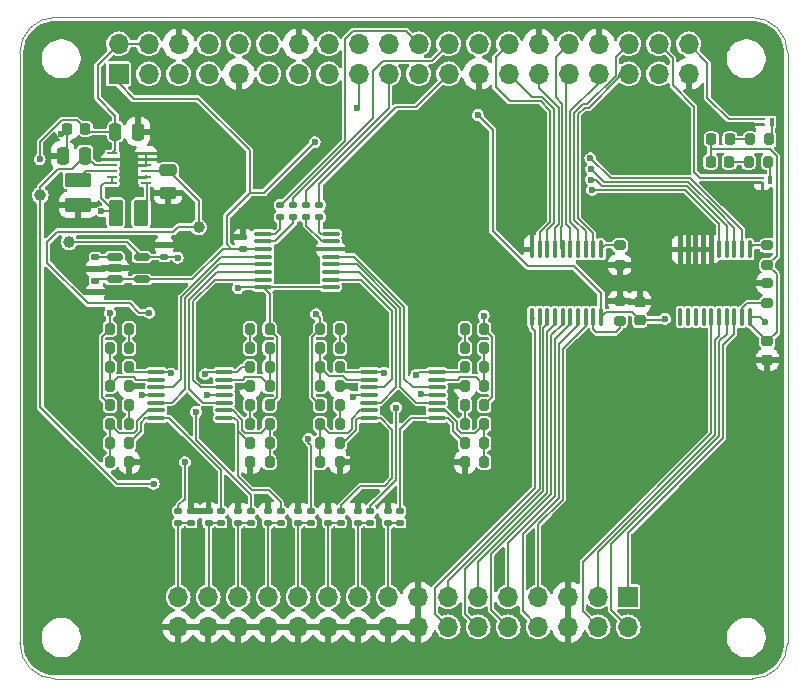
<source format=gtl>
G04 #@! TF.GenerationSoftware,KiCad,Pcbnew,8.0.6-8.0.6-0~ubuntu22.04.1*
G04 #@! TF.CreationDate,2024-12-26T22:40:20+01:00*
G04 #@! TF.ProjectId,ohsim_hat,6f687369-6d5f-4686-9174-2e6b69636164,rev?*
G04 #@! TF.SameCoordinates,Original*
G04 #@! TF.FileFunction,Copper,L1,Top*
G04 #@! TF.FilePolarity,Positive*
%FSLAX46Y46*%
G04 Gerber Fmt 4.6, Leading zero omitted, Abs format (unit mm)*
G04 Created by KiCad (PCBNEW 8.0.6-8.0.6-0~ubuntu22.04.1) date 2024-12-26 22:40:20*
%MOMM*%
%LPD*%
G01*
G04 APERTURE LIST*
G04 Aperture macros list*
%AMRoundRect*
0 Rectangle with rounded corners*
0 $1 Rounding radius*
0 $2 $3 $4 $5 $6 $7 $8 $9 X,Y pos of 4 corners*
0 Add a 4 corners polygon primitive as box body*
4,1,4,$2,$3,$4,$5,$6,$7,$8,$9,$2,$3,0*
0 Add four circle primitives for the rounded corners*
1,1,$1+$1,$2,$3*
1,1,$1+$1,$4,$5*
1,1,$1+$1,$6,$7*
1,1,$1+$1,$8,$9*
0 Add four rect primitives between the rounded corners*
20,1,$1+$1,$2,$3,$4,$5,0*
20,1,$1+$1,$4,$5,$6,$7,0*
20,1,$1+$1,$6,$7,$8,$9,0*
20,1,$1+$1,$8,$9,$2,$3,0*%
G04 Aperture macros list end*
G04 #@! TA.AperFunction,SMDPad,CuDef*
%ADD10RoundRect,0.200000X0.200000X0.275000X-0.200000X0.275000X-0.200000X-0.275000X0.200000X-0.275000X0*%
G04 #@! TD*
G04 #@! TA.AperFunction,SMDPad,CuDef*
%ADD11RoundRect,0.135000X-0.185000X0.135000X-0.185000X-0.135000X0.185000X-0.135000X0.185000X0.135000X0*%
G04 #@! TD*
G04 #@! TA.AperFunction,SMDPad,CuDef*
%ADD12RoundRect,0.200000X-0.200000X-0.275000X0.200000X-0.275000X0.200000X0.275000X-0.200000X0.275000X0*%
G04 #@! TD*
G04 #@! TA.AperFunction,SMDPad,CuDef*
%ADD13C,1.000000*%
G04 #@! TD*
G04 #@! TA.AperFunction,SMDPad,CuDef*
%ADD14RoundRect,0.140000X0.170000X-0.140000X0.170000X0.140000X-0.170000X0.140000X-0.170000X-0.140000X0*%
G04 #@! TD*
G04 #@! TA.AperFunction,SMDPad,CuDef*
%ADD15RoundRect,0.250000X-0.475000X0.250000X-0.475000X-0.250000X0.475000X-0.250000X0.475000X0.250000X0*%
G04 #@! TD*
G04 #@! TA.AperFunction,SMDPad,CuDef*
%ADD16RoundRect,0.100000X-0.637500X-0.100000X0.637500X-0.100000X0.637500X0.100000X-0.637500X0.100000X0*%
G04 #@! TD*
G04 #@! TA.AperFunction,SMDPad,CuDef*
%ADD17R,0.400000X0.250000*%
G04 #@! TD*
G04 #@! TA.AperFunction,SMDPad,CuDef*
%ADD18R,0.400000X0.700000*%
G04 #@! TD*
G04 #@! TA.AperFunction,SMDPad,CuDef*
%ADD19RoundRect,0.100000X-0.100000X0.637500X-0.100000X-0.637500X0.100000X-0.637500X0.100000X0.637500X0*%
G04 #@! TD*
G04 #@! TA.AperFunction,SMDPad,CuDef*
%ADD20RoundRect,0.150000X-0.512500X-0.150000X0.512500X-0.150000X0.512500X0.150000X-0.512500X0.150000X0*%
G04 #@! TD*
G04 #@! TA.AperFunction,SMDPad,CuDef*
%ADD21RoundRect,0.200000X0.275000X-0.200000X0.275000X0.200000X-0.275000X0.200000X-0.275000X-0.200000X0*%
G04 #@! TD*
G04 #@! TA.AperFunction,SMDPad,CuDef*
%ADD22RoundRect,0.250000X-0.250000X-0.475000X0.250000X-0.475000X0.250000X0.475000X-0.250000X0.475000X0*%
G04 #@! TD*
G04 #@! TA.AperFunction,SMDPad,CuDef*
%ADD23RoundRect,0.135000X0.185000X-0.135000X0.185000X0.135000X-0.185000X0.135000X-0.185000X-0.135000X0*%
G04 #@! TD*
G04 #@! TA.AperFunction,SMDPad,CuDef*
%ADD24RoundRect,0.250000X-0.850000X0.375000X-0.850000X-0.375000X0.850000X-0.375000X0.850000X0.375000X0*%
G04 #@! TD*
G04 #@! TA.AperFunction,SMDPad,CuDef*
%ADD25RoundRect,0.200000X-0.275000X0.200000X-0.275000X-0.200000X0.275000X-0.200000X0.275000X0.200000X0*%
G04 #@! TD*
G04 #@! TA.AperFunction,SMDPad,CuDef*
%ADD26RoundRect,0.218750X0.218750X0.256250X-0.218750X0.256250X-0.218750X-0.256250X0.218750X-0.256250X0*%
G04 #@! TD*
G04 #@! TA.AperFunction,SMDPad,CuDef*
%ADD27RoundRect,0.062500X0.375000X0.062500X-0.375000X0.062500X-0.375000X-0.062500X0.375000X-0.062500X0*%
G04 #@! TD*
G04 #@! TA.AperFunction,HeatsinkPad*
%ADD28R,1.500000X2.500000*%
G04 #@! TD*
G04 #@! TA.AperFunction,SMDPad,CuDef*
%ADD29RoundRect,0.225000X0.250000X-0.225000X0.250000X0.225000X-0.250000X0.225000X-0.250000X-0.225000X0*%
G04 #@! TD*
G04 #@! TA.AperFunction,SMDPad,CuDef*
%ADD30RoundRect,0.250000X0.250000X0.475000X-0.250000X0.475000X-0.250000X-0.475000X0.250000X-0.475000X0*%
G04 #@! TD*
G04 #@! TA.AperFunction,ComponentPad*
%ADD31R,1.700000X1.700000*%
G04 #@! TD*
G04 #@! TA.AperFunction,ComponentPad*
%ADD32O,1.700000X1.700000*%
G04 #@! TD*
G04 #@! TA.AperFunction,SMDPad,CuDef*
%ADD33RoundRect,0.140000X-0.170000X0.140000X-0.170000X-0.140000X0.170000X-0.140000X0.170000X0.140000X0*%
G04 #@! TD*
G04 #@! TA.AperFunction,SMDPad,CuDef*
%ADD34RoundRect,0.225000X-0.250000X0.225000X-0.250000X-0.225000X0.250000X-0.225000X0.250000X0.225000X0*%
G04 #@! TD*
G04 #@! TA.AperFunction,SMDPad,CuDef*
%ADD35RoundRect,0.225000X0.225000X0.250000X-0.225000X0.250000X-0.225000X-0.250000X0.225000X-0.250000X0*%
G04 #@! TD*
G04 #@! TA.AperFunction,SMDPad,CuDef*
%ADD36RoundRect,0.250000X-0.375000X-0.850000X0.375000X-0.850000X0.375000X0.850000X-0.375000X0.850000X0*%
G04 #@! TD*
G04 #@! TA.AperFunction,ViaPad*
%ADD37C,0.600000*%
G04 #@! TD*
G04 #@! TA.AperFunction,Conductor*
%ADD38C,0.127000*%
G04 #@! TD*
G04 #@! TA.AperFunction,Conductor*
%ADD39C,0.200000*%
G04 #@! TD*
G04 #@! TA.AperFunction,Profile*
%ADD40C,0.100000*%
G04 #@! TD*
G04 APERTURE END LIST*
D10*
X127088600Y-71994685D03*
X125438600Y-71994685D03*
D11*
X124638000Y-85774000D03*
X124638000Y-86794000D03*
D12*
X119495000Y-75216855D03*
X121145000Y-75216855D03*
D13*
X115138400Y-61747600D03*
D14*
X118897600Y-63584685D03*
X118897600Y-62624685D03*
X106400800Y-67256800D03*
X106400800Y-66296800D03*
D15*
X112547600Y-56936800D03*
X112547600Y-58836800D03*
D12*
X107602200Y-73605770D03*
X109252200Y-73605770D03*
X125438600Y-73605770D03*
X127088600Y-73605770D03*
D10*
X139331400Y-73605770D03*
X137681400Y-73605770D03*
X109252200Y-71994685D03*
X107602200Y-71994685D03*
X127088600Y-78439025D03*
X125438600Y-78439025D03*
D16*
X111564700Y-74021600D03*
X111564700Y-74671600D03*
X111564700Y-75321600D03*
X111564700Y-75971600D03*
X111564700Y-76621600D03*
X111564700Y-77271600D03*
X111564700Y-77921600D03*
X117289700Y-77921600D03*
X117289700Y-77271600D03*
X117289700Y-76621600D03*
X117289700Y-75971600D03*
X117289700Y-75321600D03*
X117289700Y-74671600D03*
X117289700Y-74021600D03*
D10*
X121145000Y-70383600D03*
X119495000Y-70383600D03*
D14*
X121031200Y-86764000D03*
X121031200Y-85804000D03*
D12*
X137681400Y-71994685D03*
X139331400Y-71994685D03*
D14*
X115976800Y-86764000D03*
X115976800Y-85804000D03*
D17*
X162845200Y-57560200D03*
X162845200Y-58010200D03*
D18*
X163545200Y-57785200D03*
D12*
X125438600Y-76827940D03*
X127088600Y-76827940D03*
D10*
X139331400Y-76827940D03*
X137681400Y-76827940D03*
D12*
X137681400Y-81661200D03*
X139331400Y-81661200D03*
D11*
X127178000Y-85774000D03*
X127178000Y-86794000D03*
D14*
X114528800Y-86764000D03*
X114528800Y-85804000D03*
D12*
X137681400Y-75216855D03*
X139331400Y-75216855D03*
D19*
X161787400Y-63631600D03*
X161137400Y-63631600D03*
X160487400Y-63631600D03*
X159837400Y-63631600D03*
X159187400Y-63631600D03*
X158537400Y-63631600D03*
X157887400Y-63631600D03*
X157237400Y-63631600D03*
X156587400Y-63631600D03*
X155937400Y-63631600D03*
X155937400Y-69356600D03*
X156587400Y-69356600D03*
X157237400Y-69356600D03*
X157887400Y-69356600D03*
X158537400Y-69356600D03*
X159187400Y-69356600D03*
X159837400Y-69356600D03*
X160487400Y-69356600D03*
X161137400Y-69356600D03*
X161787400Y-69356600D03*
D11*
X132207200Y-85774000D03*
X132207200Y-86794000D03*
D10*
X109271800Y-78439025D03*
X107621800Y-78439025D03*
D14*
X126111200Y-86764000D03*
X126111200Y-85804000D03*
D19*
X149203800Y-63631600D03*
X148553800Y-63631600D03*
X147903800Y-63631600D03*
X147253800Y-63631600D03*
X146603800Y-63631600D03*
X145953800Y-63631600D03*
X145303800Y-63631600D03*
X144653800Y-63631600D03*
X144003800Y-63631600D03*
X143353800Y-63631600D03*
X143353800Y-69356600D03*
X144003800Y-69356600D03*
X144653800Y-69356600D03*
X145303800Y-69356600D03*
X145953800Y-69356600D03*
X146603800Y-69356600D03*
X147253800Y-69356600D03*
X147903800Y-69356600D03*
X148553800Y-69356600D03*
X149203800Y-69356600D03*
D14*
X123571200Y-86764000D03*
X123571200Y-85804000D03*
D11*
X117043600Y-85774000D03*
X117043600Y-86794000D03*
D13*
X101727200Y-59055200D03*
D20*
X108057300Y-64288700D03*
X108057300Y-65238700D03*
X108057300Y-66188700D03*
X110332300Y-66188700D03*
X110332300Y-64288700D03*
D12*
X125438600Y-70383600D03*
X127088600Y-70383600D03*
D17*
X162946800Y-52632600D03*
X162946800Y-53082600D03*
D18*
X163646800Y-52857600D03*
D10*
X109271800Y-81661200D03*
X107621800Y-81661200D03*
D11*
X129667200Y-85774000D03*
X129667200Y-86794000D03*
D21*
X163296800Y-64960200D03*
X163296800Y-63310200D03*
D10*
X139331400Y-70383600D03*
X137681400Y-70383600D03*
D22*
X108092400Y-53670400D03*
X109992400Y-53670400D03*
D12*
X107621800Y-76827940D03*
X109271800Y-76827940D03*
X161811400Y-54330800D03*
X163461400Y-54330800D03*
D16*
X120601500Y-62301800D03*
X120601500Y-62951800D03*
X120601500Y-63601800D03*
X120601500Y-64251800D03*
X120601500Y-64901800D03*
X120601500Y-65551800D03*
X120601500Y-66201800D03*
X120601500Y-66851800D03*
X126326500Y-66851800D03*
X126326500Y-66201800D03*
X126326500Y-65551800D03*
X126326500Y-64901800D03*
X126326500Y-64251800D03*
X126326500Y-63601800D03*
X126326500Y-62951800D03*
X126326500Y-62301800D03*
X129564700Y-74021600D03*
X129564700Y-74671600D03*
X129564700Y-75321600D03*
X129564700Y-75971600D03*
X129564700Y-76621600D03*
X129564700Y-77271600D03*
X129564700Y-77921600D03*
X135289700Y-77921600D03*
X135289700Y-77271600D03*
X135289700Y-76621600D03*
X135289700Y-75971600D03*
X135289700Y-75321600D03*
X135289700Y-74671600D03*
X135289700Y-74021600D03*
D14*
X128600400Y-86764000D03*
X128600400Y-85804000D03*
D23*
X123164000Y-60886800D03*
X123164000Y-59866800D03*
D24*
X104927600Y-57726200D03*
X104927600Y-59876200D03*
D10*
X139331400Y-80050110D03*
X137681400Y-80050110D03*
D25*
X163296800Y-66510600D03*
X163296800Y-68160600D03*
D23*
X125364000Y-60886800D03*
X125364000Y-59866800D03*
D26*
X160071100Y-56210400D03*
X158496100Y-56210400D03*
X160121900Y-54330800D03*
X158546900Y-54330800D03*
D12*
X107621800Y-80050110D03*
X109271800Y-80050110D03*
X119495000Y-78439025D03*
X121145000Y-78439025D03*
X161709800Y-56210400D03*
X163359800Y-56210400D03*
D25*
X150800000Y-68021600D03*
X150800000Y-69671600D03*
D27*
X110683100Y-58019200D03*
X110683100Y-57519200D03*
X110683100Y-57019200D03*
X110683100Y-56519200D03*
X110683100Y-56019200D03*
X110683100Y-55519200D03*
X107808100Y-55519200D03*
X107808100Y-56019200D03*
X107808100Y-56519200D03*
X107808100Y-57019200D03*
X107808100Y-57519200D03*
X107808100Y-58019200D03*
D28*
X109245600Y-56769200D03*
D14*
X131191200Y-86764000D03*
X131191200Y-85804000D03*
D11*
X119558000Y-85774000D03*
X119558000Y-86794000D03*
D12*
X125438600Y-80050110D03*
X127088600Y-80050110D03*
D23*
X122064000Y-60886800D03*
X122064000Y-59866800D03*
D29*
X163296800Y-72987400D03*
X163296800Y-71437400D03*
D12*
X107602200Y-70383600D03*
X109252200Y-70383600D03*
D30*
X105522000Y-55702400D03*
X103622000Y-55702400D03*
D10*
X127088600Y-75216855D03*
X125438600Y-75216855D03*
D12*
X137681400Y-78439025D03*
X139331400Y-78439025D03*
D31*
X151500000Y-93060000D03*
D32*
X151500000Y-95600000D03*
X148960000Y-93060000D03*
X148960000Y-95600000D03*
X146420000Y-93060000D03*
X146420000Y-95600000D03*
X143880000Y-93060000D03*
X143880000Y-95600000D03*
X141340000Y-93060000D03*
X141340000Y-95600000D03*
X138800000Y-93060000D03*
X138800000Y-95600000D03*
X136260000Y-93060000D03*
X136260000Y-95600000D03*
X133720000Y-93060000D03*
X133720000Y-95600000D03*
X131180000Y-93060000D03*
X131180000Y-95600000D03*
X128640000Y-93060000D03*
X128640000Y-95600000D03*
X126100000Y-93060000D03*
X126100000Y-95600000D03*
X123560000Y-93060000D03*
X123560000Y-95600000D03*
X121020000Y-93060000D03*
X121020000Y-95600000D03*
X118480000Y-93060000D03*
X118480000Y-95600000D03*
X115940000Y-93060000D03*
X115940000Y-95600000D03*
X113400000Y-93060000D03*
X113400000Y-95600000D03*
D10*
X121145000Y-76827940D03*
X119495000Y-76827940D03*
D11*
X122098000Y-85774000D03*
X122098000Y-86794000D03*
D12*
X119495000Y-81661200D03*
X121145000Y-81661200D03*
D14*
X112242800Y-64259600D03*
X112242800Y-63299600D03*
D33*
X106400800Y-64315600D03*
X106400800Y-65275600D03*
D14*
X118491200Y-86764000D03*
X118491200Y-85804000D03*
D34*
X152476400Y-68071600D03*
X152476400Y-69621600D03*
D13*
X104165600Y-63017600D03*
D11*
X113411200Y-85774000D03*
X113411200Y-86794000D03*
D12*
X119495000Y-71994685D03*
X121145000Y-71994685D03*
D35*
X105550200Y-53416400D03*
X104000200Y-53416400D03*
D10*
X121145000Y-80050110D03*
X119495000Y-80050110D03*
D36*
X108119800Y-60528400D03*
X110269800Y-60528400D03*
D10*
X121145000Y-73605770D03*
X119495000Y-73605770D03*
X127088600Y-81661200D03*
X125438600Y-81661200D03*
D23*
X124264000Y-60886800D03*
X124264000Y-59866800D03*
D10*
X109252200Y-75216855D03*
X107602200Y-75216855D03*
D21*
X150800000Y-64947200D03*
X150800000Y-63297200D03*
D31*
X108370000Y-48780000D03*
D32*
X108370000Y-46240000D03*
X110910000Y-48780000D03*
X110910000Y-46240000D03*
X113450000Y-48780000D03*
X113450000Y-46240000D03*
X115990000Y-48780000D03*
X115990000Y-46240000D03*
X118530000Y-48780000D03*
X118530000Y-46240000D03*
X121070000Y-48780000D03*
X121070000Y-46240000D03*
X123610000Y-48780000D03*
X123610000Y-46240000D03*
X126150000Y-48780000D03*
X126150000Y-46240000D03*
X128690000Y-48780000D03*
X128690000Y-46240000D03*
X131230000Y-48780000D03*
X131230000Y-46240000D03*
X133770000Y-48780000D03*
X133770000Y-46240000D03*
X136310000Y-48780000D03*
X136310000Y-46240000D03*
X138850000Y-48780000D03*
X138850000Y-46240000D03*
X141390000Y-48780000D03*
X141390000Y-46240000D03*
X143930000Y-48780000D03*
X143930000Y-46240000D03*
X146470000Y-48780000D03*
X146470000Y-46240000D03*
X149010000Y-48780000D03*
X149010000Y-46240000D03*
X151550000Y-48780000D03*
X151550000Y-46240000D03*
X154090000Y-48780000D03*
X154090000Y-46240000D03*
X156630000Y-48780000D03*
X156630000Y-46240000D03*
D37*
X113157200Y-77394000D03*
X117199428Y-89687600D03*
X163296800Y-59360000D03*
X122235884Y-88265200D03*
X132918400Y-76987600D03*
X115240000Y-53924400D03*
X126822400Y-83490000D03*
X131191200Y-84760000D03*
X115240000Y-51892400D03*
X114681200Y-88265200D03*
X118694400Y-84404400D03*
X109855200Y-47472800D03*
X103251200Y-69520000D03*
X160452000Y-59360000D03*
X143180000Y-88316000D03*
X105080000Y-65456000D03*
X125704800Y-83490000D03*
X114224000Y-60376000D03*
X120320000Y-84760000D03*
X114681200Y-89687600D03*
X109252200Y-75216855D03*
X143180000Y-89840000D03*
X116764000Y-69520000D03*
X103251200Y-71704400D03*
X104978400Y-69520000D03*
X136728400Y-76022400D03*
X119717656Y-89687600D03*
X100762000Y-60579200D03*
X121844000Y-83236000D03*
X123876000Y-78156000D03*
X118288000Y-71044000D03*
X140589200Y-89840000D03*
X119717656Y-88265200D03*
X118643600Y-75260400D03*
X123368000Y-83236000D03*
X102895600Y-60223600D03*
X112090400Y-47523600D03*
X104978400Y-71704400D03*
X129362400Y-79680000D03*
X116764000Y-71044000D03*
X161976000Y-59360000D03*
X114173200Y-51892400D03*
X119304000Y-61341200D03*
X115240000Y-53010000D03*
X122235884Y-89687600D03*
X116306800Y-79680000D03*
X129362400Y-81762800D03*
X129790568Y-88265200D03*
X132308800Y-88265200D03*
X122860000Y-78105200D03*
X124754112Y-89687600D03*
X104978400Y-70586800D03*
X127272340Y-89687600D03*
X117780000Y-79730800D03*
X118796000Y-60376000D03*
X107061200Y-54534000D03*
X129790568Y-89687600D03*
X120269200Y-60376000D03*
X115240000Y-69520000D03*
X103505200Y-53873600D03*
X123368000Y-81712000D03*
X124754112Y-88265200D03*
X105080000Y-64440000D03*
X128143200Y-75311200D03*
X122352000Y-81712000D03*
X127889200Y-80848400D03*
X124384000Y-77140000D03*
X103251200Y-70586800D03*
X111684000Y-60376000D03*
X130480000Y-79680000D03*
X163296800Y-60579200D03*
X123368000Y-77140000D03*
X117199428Y-88265200D03*
X127272340Y-88265200D03*
X129057600Y-84764700D03*
X122352000Y-77140000D03*
X161976000Y-60579200D03*
X103556000Y-64440000D03*
X132308800Y-89687600D03*
X118288000Y-69520000D03*
X104064000Y-65456000D03*
X106248400Y-54534000D03*
X117780000Y-81204000D03*
X113208000Y-60376000D03*
X117729200Y-84404400D03*
X110363200Y-75971600D03*
X128194000Y-76124000D03*
X110972800Y-69012000D03*
X128549600Y-51689200D03*
X138760400Y-52248000D03*
X124968200Y-54559400D03*
X154610000Y-69520000D03*
X163093600Y-69774000D03*
X113360400Y-64338400D03*
X125095200Y-69113600D03*
X139268400Y-69266000D03*
X118491200Y-66929200D03*
X107620000Y-69012000D03*
X115697200Y-74193600D03*
X114935200Y-77394000D03*
X113970000Y-81661200D03*
X112801600Y-74142800D03*
X131851600Y-77038400D03*
X133578800Y-74244400D03*
X130835600Y-74092000D03*
X124434800Y-79680000D03*
X111328400Y-83490000D03*
X115849600Y-75971600D03*
X133985200Y-75885100D03*
X101676400Y-56007200D03*
X106908800Y-60426800D03*
X148310800Y-55905600D03*
X148463200Y-58598000D03*
X148361600Y-57734400D03*
X148361600Y-56820000D03*
D38*
X119108055Y-75216855D02*
X119495000Y-75216855D01*
X104000200Y-55324200D02*
X103622000Y-55702400D01*
X104000200Y-53416400D02*
X104000200Y-55324200D01*
X108057300Y-64288700D02*
X106427700Y-64288700D01*
X106427700Y-64288700D02*
X106400800Y-64315600D01*
X118521200Y-86794000D02*
X118491200Y-86764000D01*
X118491200Y-93048800D02*
X118480000Y-93060000D01*
X118491200Y-86764000D02*
X118491200Y-93048800D01*
X119558000Y-86794000D02*
X118521200Y-86794000D01*
X122098000Y-86794000D02*
X121061200Y-86794000D01*
X121031200Y-93048800D02*
X121020000Y-93060000D01*
X121031200Y-86764000D02*
X121031200Y-93048800D01*
X121061200Y-86794000D02*
X121031200Y-86764000D01*
X116006800Y-86794000D02*
X115976800Y-86764000D01*
X115976800Y-93023200D02*
X115940000Y-93060000D01*
X117043600Y-86794000D02*
X116006800Y-86794000D01*
X115976800Y-86764000D02*
X115976800Y-93023200D01*
X113411200Y-93048800D02*
X113400000Y-93060000D01*
X113441200Y-86764000D02*
X113411200Y-86794000D01*
X113411200Y-86794000D02*
X113411200Y-93048800D01*
X114528800Y-86764000D02*
X113441200Y-86764000D01*
X128600400Y-93020400D02*
X128640000Y-93060000D01*
X128600400Y-86764000D02*
X128600400Y-93020400D01*
X129667200Y-86794000D02*
X128630400Y-86794000D01*
X128630400Y-86794000D02*
X128600400Y-86764000D01*
X132207200Y-86794000D02*
X131221200Y-86794000D01*
X131191200Y-86764000D02*
X131191200Y-93048800D01*
X131191200Y-93048800D02*
X131180000Y-93060000D01*
X131221200Y-86794000D02*
X131191200Y-86764000D01*
X126111200Y-86764000D02*
X126111200Y-93048800D01*
X127178000Y-86794000D02*
X126141200Y-86794000D01*
X126111200Y-93048800D02*
X126100000Y-93060000D01*
X126141200Y-86794000D02*
X126111200Y-86764000D01*
X124638000Y-86794000D02*
X123601200Y-86794000D01*
X123571200Y-86764000D02*
X123571200Y-93048800D01*
X123571200Y-93048800D02*
X123560000Y-93060000D01*
X123601200Y-86794000D02*
X123571200Y-86764000D01*
X133502400Y-51587600D02*
X136310000Y-48780000D01*
X131851600Y-51587600D02*
X133502400Y-51587600D01*
X125364000Y-59866800D02*
X125364000Y-58075200D01*
X125364000Y-58075200D02*
X131851600Y-51587600D01*
X131230000Y-51701200D02*
X131230000Y-48780000D01*
X124264000Y-59866800D02*
X124264000Y-58667200D01*
X124264000Y-58667200D02*
X131230000Y-51701200D01*
X127533600Y-45821673D02*
X127533600Y-54472704D01*
X128228773Y-45126500D02*
X127533600Y-45821673D01*
X127533600Y-54472704D02*
X122139504Y-59866800D01*
X132656500Y-45126500D02*
X128228773Y-45126500D01*
X133770000Y-46240000D02*
X132656500Y-45126500D01*
X122139504Y-59866800D02*
X122064000Y-59866800D01*
X136310000Y-46240000D02*
X134883500Y-47666500D01*
X123164000Y-59304752D02*
X123164000Y-59866800D01*
X129921200Y-52547552D02*
X123164000Y-59304752D01*
X129921200Y-48514073D02*
X129921200Y-52547552D01*
X134883500Y-47666500D02*
X130768773Y-47666500D01*
X130768773Y-47666500D02*
X129921200Y-48514073D01*
D39*
X103149600Y-62154000D02*
X102286000Y-63017600D01*
X110109200Y-69012000D02*
X110972800Y-69012000D01*
X128346400Y-75971600D02*
X128194000Y-76124000D01*
X129564700Y-75971600D02*
X128346400Y-75971600D01*
X105740400Y-68199200D02*
X109296400Y-68199200D01*
X113411200Y-61747600D02*
X113004800Y-62154000D01*
X102286000Y-63017600D02*
X102286000Y-64744800D01*
X102336800Y-64795600D02*
X105740400Y-68199200D01*
X110363200Y-75971600D02*
X111564700Y-75971600D01*
X112465200Y-57019200D02*
X112547600Y-56936800D01*
X115138400Y-61747600D02*
X113411200Y-61747600D01*
X109296400Y-68199200D02*
X110109200Y-69012000D01*
X110683100Y-57019200D02*
X112465200Y-57019200D01*
X102286000Y-64744800D02*
X102336800Y-64795600D01*
X112547600Y-56936800D02*
X115138400Y-59527600D01*
X113004800Y-62154000D02*
X103149600Y-62154000D01*
X115138400Y-59527600D02*
X115138400Y-61747600D01*
X108057300Y-66188700D02*
X106508900Y-66188700D01*
X152476400Y-69621600D02*
X151826400Y-68971600D01*
X110332300Y-66188700D02*
X114602834Y-66188700D01*
X154508400Y-69621600D02*
X152476400Y-69621600D01*
X164071800Y-65735200D02*
X164071800Y-70662400D01*
X164071800Y-70662400D02*
X163296800Y-71437400D01*
X109677400Y-50901800D02*
X108370000Y-49594400D01*
X108057300Y-66188700D02*
X110332300Y-66188700D01*
X161787400Y-69928000D02*
X163296800Y-71437400D01*
X106508900Y-66188700D02*
X106400800Y-66296800D01*
X161787400Y-69356600D02*
X162676200Y-69356600D01*
X109677400Y-50901800D02*
X115097929Y-50901800D01*
X120601500Y-63601800D02*
X118914715Y-63601800D01*
X158496100Y-54381600D02*
X158546900Y-54330800D01*
X163296800Y-64960200D02*
X164071800Y-65735200D01*
X117526000Y-63220800D02*
X117889885Y-63584685D01*
X158496100Y-55143600D02*
X158496100Y-54381600D01*
X161787400Y-69356600D02*
X161787400Y-69928000D01*
X124968200Y-54559400D02*
X120675600Y-58852000D01*
X128690000Y-48780000D02*
X128690000Y-51548800D01*
X163296800Y-64960200D02*
X164071800Y-64185200D01*
X140030400Y-62052400D02*
X140030400Y-53518000D01*
X149588800Y-68971600D02*
X149203800Y-69356600D01*
X143027600Y-65049600D02*
X140030400Y-62052400D01*
X115097929Y-50901800D02*
X119456400Y-55260271D01*
X162676200Y-69356600D02*
X163093600Y-69774000D01*
X118914715Y-63601800D02*
X118897600Y-63584685D01*
X128690000Y-51548800D02*
X128549600Y-51689200D01*
X146939200Y-65049600D02*
X143027600Y-65049600D01*
X114602834Y-66188700D02*
X117206849Y-63584685D01*
X119456400Y-58852000D02*
X117526000Y-60782400D01*
X140030400Y-53518000D02*
X138760400Y-52248000D01*
X154610000Y-69520000D02*
X154508400Y-69621600D01*
X149203800Y-67314200D02*
X146939200Y-65049600D01*
X117889885Y-63584685D02*
X118897600Y-63584685D01*
X163480648Y-55143600D02*
X158496100Y-55143600D01*
X117526000Y-60782400D02*
X117526000Y-63220800D01*
X158496100Y-56210400D02*
X158496100Y-55143600D01*
X151826400Y-68971600D02*
X149588800Y-68971600D01*
X164071800Y-64185200D02*
X164071800Y-55734752D01*
X149203800Y-69356600D02*
X149203800Y-67314200D01*
X120675600Y-58852000D02*
X119456400Y-58852000D01*
X119456400Y-55260271D02*
X119456400Y-58852000D01*
X117206849Y-63584685D02*
X117889885Y-63584685D01*
X108370000Y-49594400D02*
X108370000Y-48780000D01*
X164071800Y-55734752D02*
X163480648Y-55143600D01*
D38*
X125497000Y-62301800D02*
X125364000Y-62168800D01*
X126326500Y-62301800D02*
X125497000Y-62301800D01*
X125364000Y-62168800D02*
X125364000Y-60886800D01*
X125589001Y-62951800D02*
X124264000Y-61626799D01*
X126326500Y-62951800D02*
X125589001Y-62951800D01*
X124264000Y-61626799D02*
X124264000Y-60886800D01*
X123164000Y-61412199D02*
X123164000Y-60886800D01*
X121624399Y-62951800D02*
X123164000Y-61412199D01*
X120601500Y-62951800D02*
X121624399Y-62951800D01*
X120601500Y-62301800D02*
X121645400Y-62301800D01*
X121645400Y-62301800D02*
X122064000Y-61883200D01*
X122064000Y-61883200D02*
X122064000Y-60886800D01*
X121808500Y-76164440D02*
X121145000Y-76827940D01*
X110332300Y-64288700D02*
X112213700Y-64288700D01*
X124775100Y-71047100D02*
X125438600Y-70383600D01*
X106938700Y-71047100D02*
X106938700Y-76144840D01*
X120601500Y-66851800D02*
X118568600Y-66851800D01*
X139994900Y-76164440D02*
X139331400Y-76827940D01*
X107602200Y-69029800D02*
X107602200Y-70383600D01*
X118568600Y-66851800D02*
X118491200Y-66929200D01*
X121145000Y-70383600D02*
X121808500Y-71047100D01*
X113310700Y-64288700D02*
X110332300Y-64288700D01*
X126326500Y-66851800D02*
X120601500Y-66851800D01*
X107620000Y-69012000D02*
X107602200Y-69029800D01*
X124775100Y-76164440D02*
X124775100Y-71047100D01*
X112213700Y-64288700D02*
X112242800Y-64259600D01*
X139331400Y-70383600D02*
X139994900Y-71047100D01*
X125438600Y-76827940D02*
X124775100Y-76164440D01*
X109061200Y-63017600D02*
X104165600Y-63017600D01*
X139268400Y-70320600D02*
X139331400Y-70383600D01*
X139268400Y-69266000D02*
X139268400Y-70320600D01*
X121145000Y-67395300D02*
X121145000Y-70383600D01*
X139994900Y-71047100D02*
X139994900Y-76164440D01*
X113360400Y-64338400D02*
X113310700Y-64288700D01*
X121808500Y-71047100D02*
X121808500Y-76164440D01*
X106938700Y-76144840D02*
X107621800Y-76827940D01*
X125095200Y-69113600D02*
X125438600Y-69457000D01*
X110332300Y-64288700D02*
X109061200Y-63017600D01*
X120601500Y-66851800D02*
X121145000Y-67395300D01*
X107602200Y-70383600D02*
X106938700Y-71047100D01*
X125438600Y-69457000D02*
X125438600Y-70383600D01*
X119495000Y-76827940D02*
X119495000Y-78439025D01*
X119495000Y-70383600D02*
X119495000Y-71994685D01*
X109271800Y-78439025D02*
X109271800Y-76827940D01*
X109252200Y-71994685D02*
X109252200Y-70383600D01*
X121145000Y-80050110D02*
X121145000Y-78439025D01*
X118831500Y-78075901D02*
X118831500Y-78911555D01*
X118027199Y-77271600D02*
X118831500Y-78075901D01*
X117289700Y-77271600D02*
X118027199Y-77271600D01*
X121145000Y-81661200D02*
X121145000Y-80050110D01*
X120406500Y-79177525D02*
X121145000Y-78439025D01*
X118831500Y-78911555D02*
X119097470Y-79177525D01*
X119097470Y-79177525D02*
X120406500Y-79177525D01*
X117289700Y-74671600D02*
X118904225Y-74671600D01*
X118904225Y-74671600D02*
X119097470Y-74478355D01*
X121145000Y-75216855D02*
X121145000Y-71994685D01*
X119097470Y-74478355D02*
X120406500Y-74478355D01*
X120406500Y-74478355D02*
X121145000Y-75216855D01*
X110827201Y-77271600D02*
X109935300Y-78163501D01*
X109935300Y-78163501D02*
X109935300Y-78911555D01*
X107621800Y-81661200D02*
X107621800Y-78439025D01*
X111564700Y-77271600D02*
X110827201Y-77271600D01*
X109669330Y-79177525D02*
X108360300Y-79177525D01*
X109935300Y-78911555D02*
X109669330Y-79177525D01*
X108360300Y-79177525D02*
X107621800Y-78439025D01*
X108340700Y-74478355D02*
X107602200Y-75216855D01*
X109842975Y-74671600D02*
X109649730Y-74478355D01*
X107602200Y-75216855D02*
X107602200Y-71994685D01*
X109649730Y-74478355D02*
X108340700Y-74478355D01*
X111564700Y-74671600D02*
X109842975Y-74671600D01*
X118440400Y-78918000D02*
X118440400Y-78995510D01*
X119659600Y-84048800D02*
X121082000Y-84048800D01*
X118155200Y-77921600D02*
X118440400Y-78206800D01*
X121082000Y-84048800D02*
X122098000Y-85064800D01*
X117289700Y-77921600D02*
X118155200Y-77921600D01*
X118440400Y-78206800D02*
X118440400Y-78918000D01*
X118440400Y-78918000D02*
X118440400Y-82829600D01*
X118440400Y-78995510D02*
X119495000Y-80050110D01*
X118440400Y-82829600D02*
X119659600Y-84048800D01*
X122098000Y-85064800D02*
X122098000Y-85774000D01*
X118825030Y-73605770D02*
X118409200Y-74021600D01*
X114935200Y-77394000D02*
X114935200Y-79786848D01*
X118409200Y-74021600D02*
X117289700Y-74021600D01*
X119495000Y-73605770D02*
X118825030Y-73605770D01*
X117289700Y-74021600D02*
X115869200Y-74021600D01*
X115869200Y-74021600D02*
X115697200Y-74193600D01*
X114935200Y-79786848D02*
X119558000Y-84409648D01*
X119558000Y-84409648D02*
X119558000Y-85774000D01*
X113970000Y-79284096D02*
X117043600Y-82357696D01*
X109271800Y-80037503D02*
X110262300Y-79047003D01*
X111564700Y-77921600D02*
X112618000Y-77921600D01*
X110639649Y-77921600D02*
X111564700Y-77921600D01*
X110262300Y-79047003D02*
X110262300Y-78298949D01*
X110262300Y-78298949D02*
X110639649Y-77921600D01*
X113970000Y-79273600D02*
X113970000Y-79284096D01*
X109271800Y-80050110D02*
X109271800Y-80037503D01*
X112618000Y-77921600D02*
X113970000Y-79273600D01*
X117043600Y-82357696D02*
X117043600Y-85774000D01*
X111564700Y-74021600D02*
X112680400Y-74021600D01*
X111564700Y-74021600D02*
X109668030Y-74021600D01*
X113411200Y-85318800D02*
X113411200Y-85774000D01*
X112680400Y-74021600D02*
X112801600Y-74142800D01*
X113970000Y-84760000D02*
X113411200Y-85318800D01*
X113970000Y-81661200D02*
X113970000Y-84760000D01*
X109668030Y-74021600D02*
X109252200Y-73605770D01*
X137681400Y-76827940D02*
X137681400Y-78439025D01*
X137681400Y-70383600D02*
X137681400Y-71994685D01*
X127088600Y-78439025D02*
X127088600Y-76827940D01*
X127088600Y-70383600D02*
X127088600Y-71994685D01*
X136982400Y-78876055D02*
X137329145Y-79222800D01*
X136982400Y-78226801D02*
X136982400Y-78876055D01*
X139331400Y-81661200D02*
X139331400Y-80050110D01*
X137329145Y-79222800D02*
X138547625Y-79222800D01*
X139331400Y-80050110D02*
X139331400Y-78439025D01*
X136027199Y-77271600D02*
X136982400Y-78226801D01*
X135289700Y-77271600D02*
X136027199Y-77271600D01*
X138547625Y-79222800D02*
X139331400Y-78439025D01*
X138592900Y-74478355D02*
X139331400Y-75216855D01*
X135289700Y-74671600D02*
X137090625Y-74671600D01*
X137090625Y-74671600D02*
X137283870Y-74478355D01*
X139331400Y-71994685D02*
X139331400Y-75216855D01*
X137283870Y-74478355D02*
X138592900Y-74478355D01*
X125438600Y-78439025D02*
X126177100Y-79177525D01*
X127782075Y-79177525D02*
X128092400Y-78867200D01*
X128827201Y-77271600D02*
X129564700Y-77271600D01*
X126177100Y-79177525D02*
X127782075Y-79177525D01*
X128092400Y-78006401D02*
X128827201Y-77271600D01*
X125438600Y-78439025D02*
X125438600Y-81661200D01*
X128092400Y-78867200D02*
X128092400Y-78006401D01*
X127679375Y-74671600D02*
X127352045Y-74344270D01*
X127352045Y-74344270D02*
X126177100Y-74344270D01*
X125438600Y-71994685D02*
X125438600Y-75216855D01*
X129564700Y-74671600D02*
X127679375Y-74671600D01*
X126177100Y-74344270D02*
X125438600Y-73605770D01*
X135289700Y-77921600D02*
X136214751Y-77921600D01*
X135289700Y-77921600D02*
X133152800Y-77921600D01*
X133152800Y-77921600D02*
X132207200Y-78867200D01*
X136655400Y-79024110D02*
X137681400Y-80050110D01*
X132207200Y-78867200D02*
X132207200Y-85774000D01*
X136214751Y-77921600D02*
X136655400Y-78362249D01*
X136655400Y-78362249D02*
X136655400Y-79024110D01*
X133801600Y-74021600D02*
X133578800Y-74244400D01*
X137265570Y-74021600D02*
X137681400Y-73605770D01*
X131851600Y-77038400D02*
X131880200Y-77067000D01*
X131880200Y-77067000D02*
X131880200Y-83156600D01*
X135289700Y-74021600D02*
X133801600Y-74021600D01*
X129667200Y-85369600D02*
X129667200Y-85774000D01*
X131880200Y-83156600D02*
X129667200Y-85369600D01*
X135289700Y-74021600D02*
X137265570Y-74021600D01*
X128477424Y-78511600D02*
X128477424Y-78482176D01*
X129564700Y-77921600D02*
X130550400Y-77921600D01*
X131553200Y-78924400D02*
X131553200Y-83021152D01*
X128477424Y-78944624D02*
X127371938Y-80050110D01*
X129564700Y-77921600D02*
X128639649Y-77921600D01*
X128477424Y-78511600D02*
X128477424Y-78944624D01*
X130550400Y-77921600D02*
X131553200Y-78924400D01*
X131553200Y-83021152D02*
X130881152Y-83693200D01*
X128477424Y-78083825D02*
X128477424Y-78511600D01*
X128639649Y-77921600D02*
X128477424Y-78083825D01*
X128803600Y-83693200D02*
X127178000Y-85318800D01*
X127178000Y-85318800D02*
X127178000Y-85774000D01*
X130881152Y-83693200D02*
X128803600Y-83693200D01*
X127371938Y-80050110D02*
X127088600Y-80050110D01*
X129564700Y-74021600D02*
X130765200Y-74021600D01*
X130765200Y-74021600D02*
X130835600Y-74092000D01*
X127504430Y-74021600D02*
X127088600Y-73605770D01*
X124638000Y-80238800D02*
X124638000Y-85774000D01*
X124434800Y-80035600D02*
X124638000Y-80238800D01*
X129564700Y-74021600D02*
X127504430Y-74021600D01*
X124434800Y-79680000D02*
X124434800Y-80035600D01*
X132562800Y-74600000D02*
X133284400Y-75321600D01*
X132562800Y-68488256D02*
X132562800Y-74600000D01*
X126326500Y-64251800D02*
X128326344Y-64251800D01*
X133284400Y-75321600D02*
X135289700Y-75321600D01*
X128326344Y-64251800D02*
X132562800Y-68488256D01*
X132200800Y-68588704D02*
X132200800Y-75254000D01*
X133568400Y-76621600D02*
X135289700Y-76621600D01*
X132200800Y-75254000D02*
X133568400Y-76621600D01*
X128513896Y-64901800D02*
X132200800Y-68588704D01*
X126326500Y-64901800D02*
X128513896Y-64901800D01*
X131873800Y-68724152D02*
X131873800Y-75289000D01*
X131873800Y-75289000D02*
X130541200Y-76621600D01*
X126326500Y-65551800D02*
X128701448Y-65551800D01*
X130541200Y-76621600D02*
X129564700Y-76621600D01*
X128701448Y-65551800D02*
X131873800Y-68724152D01*
X113665200Y-67640400D02*
X113665200Y-74650800D01*
X117053800Y-64251800D02*
X113665200Y-67640400D01*
X120601500Y-64251800D02*
X117053800Y-64251800D01*
X112994400Y-75321600D02*
X111564700Y-75321600D01*
X113665200Y-74650800D02*
X112994400Y-75321600D01*
X120601500Y-64901800D02*
X116866248Y-64901800D01*
X116866248Y-64901800D02*
X113992200Y-67775848D01*
X112862800Y-76621600D02*
X111564700Y-76621600D01*
X113992200Y-75492200D02*
X112862800Y-76621600D01*
X113992200Y-67775848D02*
X113992200Y-75492200D01*
X116678696Y-65551800D02*
X114319200Y-67911296D01*
X120601500Y-65551800D02*
X116678696Y-65551800D01*
X115483600Y-76621600D02*
X117289700Y-76621600D01*
X114319200Y-75457200D02*
X115483600Y-76621600D01*
X114319200Y-67911296D02*
X114319200Y-75457200D01*
X126326500Y-66201800D02*
X128889000Y-66201800D01*
X131546800Y-74600000D02*
X130825200Y-75321600D01*
X128889000Y-66201800D02*
X131546800Y-68859600D01*
X131546800Y-68859600D02*
X131546800Y-74600000D01*
X130825200Y-75321600D02*
X129564700Y-75321600D01*
X114646200Y-74666600D02*
X115301200Y-75321600D01*
X115301200Y-75321600D02*
X117289700Y-75321600D01*
X116491144Y-66201800D02*
X114646200Y-68046744D01*
X114646200Y-68046744D02*
X114646200Y-74666600D01*
X120601500Y-66201800D02*
X116491144Y-66201800D01*
D39*
X108262952Y-83490000D02*
X110668000Y-83490000D01*
X104423200Y-56801200D02*
X103274094Y-56801200D01*
X101727200Y-58348094D02*
X101727200Y-59055200D01*
X105522000Y-55702400D02*
X104423200Y-56801200D01*
X107808100Y-56519200D02*
X106338800Y-56519200D01*
X115849600Y-75971600D02*
X117289700Y-75971600D01*
X101727200Y-59055200D02*
X101727200Y-76954248D01*
X110668000Y-83490000D02*
X111328400Y-83490000D01*
X103274094Y-56801200D02*
X101727200Y-58348094D01*
X135289700Y-75971600D02*
X134071700Y-75971600D01*
X106338800Y-56519200D02*
X105522000Y-55702400D01*
X134071700Y-75971600D02*
X133985200Y-75885100D01*
X101727200Y-76954248D02*
X108262952Y-83490000D01*
X110910000Y-46240000D02*
X108370000Y-46240000D01*
X106604000Y-50825600D02*
X108092400Y-52314000D01*
D38*
X103540400Y-52677900D02*
X101676400Y-54541900D01*
D39*
X106908800Y-60426800D02*
X108018200Y-60426800D01*
D38*
X108092400Y-55234900D02*
X108092400Y-53670400D01*
X105804200Y-53670400D02*
X105550200Y-53416400D01*
D39*
X108092400Y-52314000D02*
X108092400Y-53670400D01*
D38*
X108092400Y-53670400D02*
X105804200Y-53670400D01*
X108119800Y-60528400D02*
X106908800Y-59317400D01*
X104811700Y-52677900D02*
X103540400Y-52677900D01*
X105550200Y-53416400D02*
X104811700Y-52677900D01*
X107132000Y-58019200D02*
X107808100Y-58019200D01*
D39*
X106604000Y-48006000D02*
X106604000Y-50825600D01*
D38*
X107808100Y-57519200D02*
X107808100Y-58019200D01*
D39*
X108370000Y-46240000D02*
X106604000Y-48006000D01*
D38*
X101676400Y-54541900D02*
X101676400Y-56007200D01*
X106908800Y-58242400D02*
X107132000Y-58019200D01*
D39*
X108018200Y-60426800D02*
X108119800Y-60528400D01*
D38*
X107808100Y-55519200D02*
X108092400Y-55234900D01*
X106908800Y-59317400D02*
X106908800Y-58242400D01*
X110683100Y-58019200D02*
X110769600Y-58105700D01*
X110769600Y-60028600D02*
X110269800Y-60528400D01*
X110769600Y-58105700D02*
X110769600Y-60028600D01*
X107808100Y-57019200D02*
X105634600Y-57019200D01*
X105634600Y-57019200D02*
X104927600Y-57726200D01*
X161811400Y-54330800D02*
X160121900Y-54330800D01*
X161709800Y-56210400D02*
X160071100Y-56210400D01*
X160023800Y-52632600D02*
X162946800Y-52632600D01*
X158216800Y-47826800D02*
X158216800Y-50825600D01*
X156630000Y-46240000D02*
X158216800Y-47826800D01*
X158216800Y-50825600D02*
X160023800Y-52632600D01*
X155270400Y-49758800D02*
X157099200Y-51587600D01*
X157099200Y-51587600D02*
X157099200Y-57074000D01*
X155270400Y-47420400D02*
X155270400Y-49758800D01*
X157099200Y-57074000D02*
X157585400Y-57560200D01*
X157585400Y-57560200D02*
X162845200Y-57560200D01*
X154090000Y-46240000D02*
X155270400Y-47420400D01*
X163646800Y-52857600D02*
X163646800Y-54145400D01*
X163646800Y-54145400D02*
X163461400Y-54330800D01*
X163545200Y-57785200D02*
X163545200Y-56395800D01*
X163545200Y-56395800D02*
X163359800Y-56210400D01*
X149203800Y-63631600D02*
X149538200Y-63297200D01*
X149538200Y-63297200D02*
X150800000Y-63297200D01*
X148553800Y-70410400D02*
X148818800Y-70675400D01*
X150800000Y-70319800D02*
X150800000Y-69671600D01*
X150444400Y-70675400D02*
X150800000Y-70319800D01*
X148553800Y-69356600D02*
X148553800Y-70410400D01*
X148818800Y-70675400D02*
X150444400Y-70675400D01*
X149010000Y-49516800D02*
X146599400Y-51927400D01*
X146599400Y-61306200D02*
X147253800Y-61960600D01*
X146599400Y-51927400D02*
X146599400Y-61306200D01*
X149010000Y-48780000D02*
X149010000Y-49516800D01*
X147253800Y-61960600D02*
X147253800Y-63631600D01*
X136260000Y-91680000D02*
X136260000Y-93060000D01*
X144003800Y-69356600D02*
X144003800Y-83936200D01*
X144003800Y-83936200D02*
X143942000Y-83998000D01*
X144003800Y-69356600D02*
X144043600Y-69396400D01*
X143942000Y-83998000D02*
X136260000Y-91680000D01*
X143930000Y-48780000D02*
X143930000Y-50000800D01*
X145618400Y-61504096D02*
X145303800Y-61818696D01*
X143930000Y-50000800D02*
X145618400Y-51689200D01*
X145303800Y-61818696D02*
X145303800Y-63631600D01*
X145618400Y-51689200D02*
X145618400Y-61504096D01*
X148053327Y-51311400D02*
X147677848Y-51311400D01*
X147903800Y-62102600D02*
X147903800Y-63631600D01*
X146926400Y-52062848D02*
X146926400Y-61125200D01*
X150436500Y-47353500D02*
X150436500Y-48928227D01*
X146926400Y-61125200D02*
X147903800Y-62102600D01*
X151550000Y-46240000D02*
X150436500Y-47353500D01*
X150436500Y-48928227D02*
X148053327Y-51311400D01*
X147677848Y-51311400D02*
X146926400Y-52062848D01*
X145638800Y-71633200D02*
X147253800Y-70018200D01*
X143880000Y-95600000D02*
X142570400Y-94290400D01*
X142570400Y-87757200D02*
X145638800Y-84688800D01*
X142570400Y-94290400D02*
X142570400Y-87757200D01*
X145638800Y-84688800D02*
X145638800Y-71633200D01*
X147253800Y-70018200D02*
X147253800Y-69356600D01*
X143384800Y-50774800D02*
X144241552Y-50774800D01*
X145234200Y-51767448D02*
X145234200Y-61425848D01*
X145234200Y-61425848D02*
X144653800Y-62006248D01*
X141390000Y-48780000D02*
X143384800Y-50774800D01*
X144241552Y-50774800D02*
X145234200Y-51767448D01*
X144653800Y-62006248D02*
X144653800Y-63631600D01*
X137686500Y-94486500D02*
X138800000Y-95600000D01*
X144330800Y-70283938D02*
X144330800Y-84071648D01*
X137686500Y-90715948D02*
X137686500Y-94486500D01*
X144653800Y-69356600D02*
X144653800Y-69960938D01*
X144330800Y-84071648D02*
X137686500Y-90715948D01*
X144653800Y-69960938D02*
X144330800Y-70283938D01*
X146583600Y-69981138D02*
X145311800Y-71252938D01*
X145311800Y-71252938D02*
X145311800Y-84518296D01*
X145311800Y-84518296D02*
X141340000Y-88490096D01*
X146603800Y-69356600D02*
X146583600Y-69376800D01*
X141340000Y-88490096D02*
X141340000Y-93060000D01*
X146583600Y-69376800D02*
X146583600Y-69981138D01*
X143353800Y-70303400D02*
X143353800Y-69356600D01*
X135146500Y-92285500D02*
X143586400Y-83845600D01*
X136260000Y-95600000D02*
X135146500Y-94486500D01*
X135146500Y-94486500D02*
X135146500Y-92285500D01*
X143586400Y-83845600D02*
X143586400Y-70536000D01*
X143586400Y-70536000D02*
X143353800Y-70303400D01*
X143353800Y-69356600D02*
X143535600Y-69538400D01*
X141390000Y-46240000D02*
X140276500Y-47353500D01*
X144907200Y-61290400D02*
X144003800Y-62193800D01*
X144106104Y-51101800D02*
X144907200Y-51902896D01*
X144907200Y-51902896D02*
X144907200Y-61290400D01*
X144003800Y-62193800D02*
X144003800Y-63631600D01*
X140276500Y-47353500D02*
X140276500Y-49903300D01*
X140276500Y-49903300D02*
X141475000Y-51101800D01*
X141475000Y-51101800D02*
X144106104Y-51101800D01*
X138800000Y-90105200D02*
X144657800Y-84247400D01*
X144657800Y-84247400D02*
X144657800Y-70606938D01*
X138800000Y-93060000D02*
X138800000Y-90105200D01*
X144657800Y-70606938D02*
X145303800Y-69960938D01*
X145303800Y-69960938D02*
X145303800Y-69356600D01*
X147903800Y-69356600D02*
X147903800Y-70094099D01*
X145965800Y-72032099D02*
X145965800Y-84824248D01*
X147903800Y-70094099D02*
X145965800Y-72032099D01*
X145965800Y-84824248D02*
X145798824Y-84991224D01*
X145798824Y-84991224D02*
X143891200Y-86898848D01*
X143891200Y-86898848D02*
X143891200Y-93048800D01*
X143891200Y-93048800D02*
X143880000Y-93060000D01*
X146272400Y-61487200D02*
X146603800Y-61818600D01*
X146272400Y-48977600D02*
X146272400Y-61487200D01*
X146470000Y-48780000D02*
X146272400Y-48977600D01*
X146603800Y-61818600D02*
X146603800Y-63631600D01*
X147813296Y-51638400D02*
X147253400Y-52198296D01*
X147253400Y-52198296D02*
X147253400Y-60989752D01*
X148188775Y-51638400D02*
X147813296Y-51638400D01*
X150763500Y-49063675D02*
X148188775Y-51638400D01*
X147253400Y-60989752D02*
X148553800Y-62290152D01*
X148553800Y-62290152D02*
X148553800Y-63631600D01*
X150763500Y-48780000D02*
X150763500Y-49063675D01*
X151550000Y-48780000D02*
X150763500Y-48780000D01*
X145945400Y-51305000D02*
X145945400Y-61639544D01*
X145821600Y-61763344D02*
X145821600Y-63499400D01*
X145356500Y-50716100D02*
X145945400Y-51305000D01*
X145894600Y-63572400D02*
X145953800Y-63631600D01*
X145821600Y-63499400D02*
X145953800Y-63631600D01*
X145356500Y-47353500D02*
X145356500Y-50716100D01*
X145945400Y-61639544D02*
X145821600Y-61763344D01*
X146470000Y-46240000D02*
X145356500Y-47353500D01*
X141340000Y-95600000D02*
X139913500Y-94173500D01*
X139913500Y-94173500D02*
X139913500Y-89454148D01*
X145953800Y-69960938D02*
X145953800Y-69356600D01*
X144984800Y-70929938D02*
X145953800Y-69960938D01*
X144984800Y-84382848D02*
X144984800Y-70929938D01*
X139913500Y-89454148D02*
X144984800Y-84382848D01*
X162108800Y-63310200D02*
X163296800Y-63310200D01*
X161787400Y-63631600D02*
X162108800Y-63310200D01*
X161595901Y-68160600D02*
X163296800Y-68160600D01*
X161137400Y-69356600D02*
X161137400Y-68619101D01*
X161137400Y-68619101D02*
X161595901Y-68160600D01*
X148960000Y-89246848D02*
X148960000Y-93060000D01*
X158864400Y-71298000D02*
X158864400Y-79342448D01*
X159187400Y-69356600D02*
X159187400Y-70975000D01*
X158864400Y-79342448D02*
X148960000Y-89246848D01*
X159187400Y-70975000D02*
X158864400Y-71298000D01*
X150022200Y-57617000D02*
X156743544Y-57617000D01*
X156743544Y-57617000D02*
X161137400Y-62010856D01*
X148310800Y-55905600D02*
X150022200Y-57617000D01*
X161137400Y-62010856D02*
X161137400Y-63631600D01*
X159187400Y-63631600D02*
X159187400Y-61448200D01*
X156337200Y-58598000D02*
X148463200Y-58598000D01*
X159187400Y-61448200D02*
X156337200Y-58598000D01*
X158537400Y-79207000D02*
X147650400Y-90094000D01*
X158537400Y-69356600D02*
X158537400Y-79207000D01*
X147650400Y-90094000D02*
X147650400Y-94290400D01*
X147650400Y-94290400D02*
X148960000Y-95600000D01*
X150073500Y-88595796D02*
X159232800Y-79436496D01*
X150073500Y-94173500D02*
X150073500Y-88595796D01*
X151500000Y-95600000D02*
X150073500Y-94173500D01*
X159232800Y-79436496D02*
X159232800Y-71399600D01*
X159837400Y-70795000D02*
X159837400Y-69356600D01*
X159232800Y-71399600D02*
X159837400Y-70795000D01*
X159559800Y-71704400D02*
X159559800Y-79571944D01*
X160487400Y-70776800D02*
X159559800Y-71704400D01*
X151500000Y-87631744D02*
X151500000Y-93060000D01*
X159559800Y-79571944D02*
X151500000Y-87631744D01*
X160487400Y-69356600D02*
X160487400Y-70776800D01*
X156472648Y-58271000D02*
X159837400Y-61635752D01*
X148790200Y-57734400D02*
X149326800Y-58271000D01*
X159837400Y-61635752D02*
X159837400Y-63631600D01*
X148361600Y-57734400D02*
X148790200Y-57734400D01*
X149326800Y-58271000D02*
X156472648Y-58271000D01*
X154457600Y-57944000D02*
X149885600Y-57944000D01*
X149485600Y-57944000D02*
X148361600Y-56820000D01*
X149885600Y-57944000D02*
X149485600Y-57944000D01*
X160487400Y-63631600D02*
X160487400Y-61823304D01*
X156608096Y-57944000D02*
X154457600Y-57944000D01*
X160487400Y-61823304D02*
X159085648Y-60421552D01*
X159085648Y-60421552D02*
X156608096Y-57944000D01*
G04 #@! TA.AperFunction,Conductor*
G36*
X115474075Y-95407007D02*
G01*
X115440000Y-95534174D01*
X115440000Y-95665826D01*
X115474075Y-95792993D01*
X115506988Y-95850000D01*
X113833012Y-95850000D01*
X113865925Y-95792993D01*
X113900000Y-95665826D01*
X113900000Y-95534174D01*
X113865925Y-95407007D01*
X113833012Y-95350000D01*
X115506988Y-95350000D01*
X115474075Y-95407007D01*
G37*
G04 #@! TD.AperFunction*
G04 #@! TA.AperFunction,Conductor*
G36*
X118014075Y-95407007D02*
G01*
X117980000Y-95534174D01*
X117980000Y-95665826D01*
X118014075Y-95792993D01*
X118046988Y-95850000D01*
X116373012Y-95850000D01*
X116405925Y-95792993D01*
X116440000Y-95665826D01*
X116440000Y-95534174D01*
X116405925Y-95407007D01*
X116373012Y-95350000D01*
X118046988Y-95350000D01*
X118014075Y-95407007D01*
G37*
G04 #@! TD.AperFunction*
G04 #@! TA.AperFunction,Conductor*
G36*
X120554075Y-95407007D02*
G01*
X120520000Y-95534174D01*
X120520000Y-95665826D01*
X120554075Y-95792993D01*
X120586988Y-95850000D01*
X118913012Y-95850000D01*
X118945925Y-95792993D01*
X118980000Y-95665826D01*
X118980000Y-95534174D01*
X118945925Y-95407007D01*
X118913012Y-95350000D01*
X120586988Y-95350000D01*
X120554075Y-95407007D01*
G37*
G04 #@! TD.AperFunction*
G04 #@! TA.AperFunction,Conductor*
G36*
X123094075Y-95407007D02*
G01*
X123060000Y-95534174D01*
X123060000Y-95665826D01*
X123094075Y-95792993D01*
X123126988Y-95850000D01*
X121453012Y-95850000D01*
X121485925Y-95792993D01*
X121520000Y-95665826D01*
X121520000Y-95534174D01*
X121485925Y-95407007D01*
X121453012Y-95350000D01*
X123126988Y-95350000D01*
X123094075Y-95407007D01*
G37*
G04 #@! TD.AperFunction*
G04 #@! TA.AperFunction,Conductor*
G36*
X125634075Y-95407007D02*
G01*
X125600000Y-95534174D01*
X125600000Y-95665826D01*
X125634075Y-95792993D01*
X125666988Y-95850000D01*
X123993012Y-95850000D01*
X124025925Y-95792993D01*
X124060000Y-95665826D01*
X124060000Y-95534174D01*
X124025925Y-95407007D01*
X123993012Y-95350000D01*
X125666988Y-95350000D01*
X125634075Y-95407007D01*
G37*
G04 #@! TD.AperFunction*
G04 #@! TA.AperFunction,Conductor*
G36*
X128174075Y-95407007D02*
G01*
X128140000Y-95534174D01*
X128140000Y-95665826D01*
X128174075Y-95792993D01*
X128206988Y-95850000D01*
X126533012Y-95850000D01*
X126565925Y-95792993D01*
X126600000Y-95665826D01*
X126600000Y-95534174D01*
X126565925Y-95407007D01*
X126533012Y-95350000D01*
X128206988Y-95350000D01*
X128174075Y-95407007D01*
G37*
G04 #@! TD.AperFunction*
G04 #@! TA.AperFunction,Conductor*
G36*
X130714075Y-95407007D02*
G01*
X130680000Y-95534174D01*
X130680000Y-95665826D01*
X130714075Y-95792993D01*
X130746988Y-95850000D01*
X129073012Y-95850000D01*
X129105925Y-95792993D01*
X129140000Y-95665826D01*
X129140000Y-95534174D01*
X129105925Y-95407007D01*
X129073012Y-95350000D01*
X130746988Y-95350000D01*
X130714075Y-95407007D01*
G37*
G04 #@! TD.AperFunction*
G04 #@! TA.AperFunction,Conductor*
G36*
X133254075Y-95407007D02*
G01*
X133220000Y-95534174D01*
X133220000Y-95665826D01*
X133254075Y-95792993D01*
X133286988Y-95850000D01*
X131613012Y-95850000D01*
X131645925Y-95792993D01*
X131680000Y-95665826D01*
X131680000Y-95534174D01*
X131645925Y-95407007D01*
X131613012Y-95350000D01*
X133286988Y-95350000D01*
X133254075Y-95407007D01*
G37*
G04 #@! TD.AperFunction*
G04 #@! TA.AperFunction,Conductor*
G36*
X133970000Y-95166988D02*
G01*
X133912993Y-95134075D01*
X133785826Y-95100000D01*
X133654174Y-95100000D01*
X133527007Y-95134075D01*
X133470000Y-95166988D01*
X133470000Y-93493012D01*
X133527007Y-93525925D01*
X133654174Y-93560000D01*
X133785826Y-93560000D01*
X133912993Y-93525925D01*
X133970000Y-93493012D01*
X133970000Y-95166988D01*
G37*
G04 #@! TD.AperFunction*
G04 #@! TA.AperFunction,Conductor*
G36*
X146670000Y-95166988D02*
G01*
X146612993Y-95134075D01*
X146485826Y-95100000D01*
X146354174Y-95100000D01*
X146227007Y-95134075D01*
X146170000Y-95166988D01*
X146170000Y-93493012D01*
X146227007Y-93525925D01*
X146354174Y-93560000D01*
X146485826Y-93560000D01*
X146612993Y-93525925D01*
X146670000Y-93493012D01*
X146670000Y-95166988D01*
G37*
G04 #@! TD.AperFunction*
G04 #@! TA.AperFunction,Conductor*
G36*
X115296134Y-86354278D02*
G01*
X115340481Y-86382779D01*
X115411416Y-86453714D01*
X115417585Y-86458499D01*
X115416065Y-86460457D01*
X115455425Y-86502599D01*
X115467939Y-86571339D01*
X115467569Y-86574461D01*
X115466300Y-86584101D01*
X115466300Y-86943894D01*
X115466301Y-86943900D01*
X115472828Y-86993487D01*
X115472829Y-86993489D01*
X115472829Y-86993490D01*
X115510256Y-87073752D01*
X115523576Y-87102316D01*
X115608484Y-87187224D01*
X115641205Y-87202482D01*
X115693643Y-87248652D01*
X115712800Y-87314863D01*
X115712800Y-91939185D01*
X115693115Y-92006224D01*
X115640311Y-92051979D01*
X115624796Y-92057845D01*
X115536046Y-92084767D01*
X115431327Y-92140742D01*
X115353550Y-92182315D01*
X115353548Y-92182316D01*
X115353547Y-92182317D01*
X115193589Y-92313589D01*
X115062317Y-92473547D01*
X114964769Y-92656043D01*
X114904699Y-92854067D01*
X114884417Y-93060000D01*
X114904699Y-93265932D01*
X114904700Y-93265934D01*
X114964768Y-93463954D01*
X115062315Y-93646450D01*
X115086244Y-93675608D01*
X115193589Y-93806410D01*
X115259884Y-93860816D01*
X115353550Y-93937685D01*
X115536046Y-94035232D01*
X115602551Y-94055405D01*
X115660989Y-94093702D01*
X115689446Y-94157514D01*
X115678887Y-94226581D01*
X115632663Y-94278975D01*
X115598650Y-94293841D01*
X115476514Y-94326567D01*
X115476507Y-94326570D01*
X115262422Y-94426399D01*
X115262420Y-94426400D01*
X115068926Y-94561886D01*
X115068920Y-94561891D01*
X114901891Y-94728920D01*
X114901890Y-94728922D01*
X114771575Y-94915031D01*
X114716998Y-94958655D01*
X114647499Y-94965848D01*
X114585145Y-94934326D01*
X114568425Y-94915031D01*
X114438109Y-94728922D01*
X114438108Y-94728920D01*
X114271082Y-94561894D01*
X114077578Y-94426399D01*
X113863492Y-94326570D01*
X113863486Y-94326567D01*
X113741349Y-94293841D01*
X113681689Y-94257476D01*
X113651160Y-94194629D01*
X113659455Y-94125253D01*
X113703940Y-94071375D01*
X113737444Y-94055407D01*
X113803954Y-94035232D01*
X113986450Y-93937685D01*
X114146410Y-93806410D01*
X114277685Y-93646450D01*
X114375232Y-93463954D01*
X114435300Y-93265934D01*
X114455583Y-93060000D01*
X114435300Y-92854066D01*
X114375232Y-92656046D01*
X114277685Y-92473550D01*
X114182716Y-92357829D01*
X114146410Y-92313589D01*
X113996121Y-92190252D01*
X113986450Y-92182315D01*
X113864786Y-92117283D01*
X113803953Y-92084767D01*
X113763204Y-92072406D01*
X113704765Y-92034108D01*
X113676309Y-91970296D01*
X113675200Y-91953746D01*
X113675200Y-87341341D01*
X113694885Y-87274302D01*
X113746792Y-87228961D01*
X113791604Y-87208065D01*
X113875265Y-87124404D01*
X113875266Y-87124401D01*
X113881488Y-87115517D01*
X113884749Y-87117800D01*
X113917233Y-87080845D01*
X113984410Y-87061636D01*
X114051308Y-87081795D01*
X114071212Y-87097952D01*
X114075576Y-87102316D01*
X114160484Y-87187224D01*
X114269313Y-87237972D01*
X114318899Y-87244500D01*
X114738700Y-87244499D01*
X114788287Y-87237972D01*
X114897116Y-87187224D01*
X114982024Y-87102316D01*
X115032772Y-86993487D01*
X115039300Y-86943901D01*
X115039299Y-86584100D01*
X115038030Y-86574463D01*
X115048794Y-86505433D01*
X115089150Y-86459962D01*
X115088015Y-86458499D01*
X115094183Y-86453714D01*
X115165119Y-86382779D01*
X115226442Y-86349294D01*
X115296134Y-86354278D01*
G37*
G04 #@! TD.AperFunction*
G04 #@! TA.AperFunction,Conductor*
G36*
X117640491Y-86074090D02*
G01*
X117696425Y-86115961D01*
X117716234Y-86155677D01*
X117729166Y-86200190D01*
X117729168Y-86200195D01*
X117811478Y-86339374D01*
X117811485Y-86339383D01*
X117925816Y-86453714D01*
X117931985Y-86458499D01*
X117930465Y-86460457D01*
X117969825Y-86502599D01*
X117982339Y-86571339D01*
X117981969Y-86574461D01*
X117980700Y-86584101D01*
X117980700Y-86943894D01*
X117980701Y-86943900D01*
X117987228Y-86993487D01*
X117987229Y-86993489D01*
X117987229Y-86993490D01*
X118024656Y-87073752D01*
X118037976Y-87102316D01*
X118122884Y-87187224D01*
X118155605Y-87202482D01*
X118208043Y-87248652D01*
X118227200Y-87314863D01*
X118227200Y-91946951D01*
X118207515Y-92013990D01*
X118154711Y-92059745D01*
X118139196Y-92065611D01*
X118076046Y-92084767D01*
X117971327Y-92140742D01*
X117893550Y-92182315D01*
X117893548Y-92182316D01*
X117893547Y-92182317D01*
X117733589Y-92313589D01*
X117602317Y-92473547D01*
X117504769Y-92656043D01*
X117444699Y-92854067D01*
X117424417Y-93060000D01*
X117444699Y-93265932D01*
X117444700Y-93265934D01*
X117504768Y-93463954D01*
X117602315Y-93646450D01*
X117626244Y-93675608D01*
X117733589Y-93806410D01*
X117799884Y-93860816D01*
X117893550Y-93937685D01*
X118076046Y-94035232D01*
X118142551Y-94055405D01*
X118200989Y-94093702D01*
X118229446Y-94157514D01*
X118218887Y-94226581D01*
X118172663Y-94278975D01*
X118138650Y-94293841D01*
X118016514Y-94326567D01*
X118016507Y-94326570D01*
X117802422Y-94426399D01*
X117802420Y-94426400D01*
X117608926Y-94561886D01*
X117608920Y-94561891D01*
X117441891Y-94728920D01*
X117441890Y-94728922D01*
X117311575Y-94915031D01*
X117256998Y-94958655D01*
X117187499Y-94965848D01*
X117125145Y-94934326D01*
X117108425Y-94915031D01*
X116978109Y-94728922D01*
X116978108Y-94728920D01*
X116811082Y-94561894D01*
X116617578Y-94426399D01*
X116403492Y-94326570D01*
X116403486Y-94326567D01*
X116281349Y-94293841D01*
X116221689Y-94257476D01*
X116191160Y-94194629D01*
X116199455Y-94125253D01*
X116243940Y-94071375D01*
X116277444Y-94055407D01*
X116343954Y-94035232D01*
X116526450Y-93937685D01*
X116686410Y-93806410D01*
X116817685Y-93646450D01*
X116915232Y-93463954D01*
X116975300Y-93265934D01*
X116995583Y-93060000D01*
X116975300Y-92854066D01*
X116915232Y-92656046D01*
X116817685Y-92473550D01*
X116722716Y-92357829D01*
X116686410Y-92313589D01*
X116536121Y-92190252D01*
X116526450Y-92182315D01*
X116404786Y-92117283D01*
X116343953Y-92084767D01*
X116328804Y-92080172D01*
X116270366Y-92041875D01*
X116241909Y-91978062D01*
X116240800Y-91961512D01*
X116240800Y-87314863D01*
X116260485Y-87247824D01*
X116312394Y-87202482D01*
X116345116Y-87187224D01*
X116406057Y-87126282D01*
X116467376Y-87092800D01*
X116537068Y-87097784D01*
X116581416Y-87126285D01*
X116663196Y-87208065D01*
X116770427Y-87258068D01*
X116819283Y-87264500D01*
X116819284Y-87264500D01*
X117267917Y-87264500D01*
X117284201Y-87262356D01*
X117316773Y-87258068D01*
X117424004Y-87208065D01*
X117507665Y-87124404D01*
X117557668Y-87017173D01*
X117564100Y-86968316D01*
X117564100Y-86619684D01*
X117557668Y-86570827D01*
X117507665Y-86463596D01*
X117424004Y-86379935D01*
X117416333Y-86372264D01*
X117419161Y-86369435D01*
X117388443Y-86331023D01*
X117381235Y-86261526D01*
X117412743Y-86199165D01*
X117416503Y-86195907D01*
X117416332Y-86195736D01*
X117424001Y-86188065D01*
X117424004Y-86188065D01*
X117507665Y-86104404D01*
X117507666Y-86104400D01*
X117509476Y-86102591D01*
X117570799Y-86069106D01*
X117640491Y-86074090D01*
G37*
G04 #@! TD.AperFunction*
G04 #@! TA.AperFunction,Conductor*
G36*
X120197873Y-86062213D02*
G01*
X120243268Y-86115326D01*
X120249203Y-86131476D01*
X120269166Y-86200190D01*
X120269168Y-86200195D01*
X120351478Y-86339374D01*
X120351485Y-86339383D01*
X120465816Y-86453714D01*
X120471985Y-86458499D01*
X120470465Y-86460457D01*
X120509825Y-86502599D01*
X120522339Y-86571339D01*
X120521969Y-86574461D01*
X120520700Y-86584101D01*
X120520700Y-86943894D01*
X120520701Y-86943900D01*
X120527228Y-86993487D01*
X120527229Y-86993489D01*
X120527229Y-86993490D01*
X120564656Y-87073752D01*
X120577976Y-87102316D01*
X120662884Y-87187224D01*
X120695605Y-87202482D01*
X120748043Y-87248652D01*
X120767200Y-87314863D01*
X120767200Y-91946951D01*
X120747515Y-92013990D01*
X120694711Y-92059745D01*
X120679196Y-92065611D01*
X120616046Y-92084767D01*
X120511327Y-92140742D01*
X120433550Y-92182315D01*
X120433548Y-92182316D01*
X120433547Y-92182317D01*
X120273589Y-92313589D01*
X120142317Y-92473547D01*
X120044769Y-92656043D01*
X119984699Y-92854067D01*
X119964417Y-93060000D01*
X119984699Y-93265932D01*
X119984700Y-93265934D01*
X120044768Y-93463954D01*
X120142315Y-93646450D01*
X120166244Y-93675608D01*
X120273589Y-93806410D01*
X120339884Y-93860816D01*
X120433550Y-93937685D01*
X120616046Y-94035232D01*
X120682551Y-94055405D01*
X120740989Y-94093702D01*
X120769446Y-94157514D01*
X120758887Y-94226581D01*
X120712663Y-94278975D01*
X120678650Y-94293841D01*
X120556514Y-94326567D01*
X120556507Y-94326570D01*
X120342422Y-94426399D01*
X120342420Y-94426400D01*
X120148926Y-94561886D01*
X120148920Y-94561891D01*
X119981891Y-94728920D01*
X119981890Y-94728922D01*
X119851575Y-94915031D01*
X119796998Y-94958655D01*
X119727499Y-94965848D01*
X119665145Y-94934326D01*
X119648425Y-94915031D01*
X119518109Y-94728922D01*
X119518108Y-94728920D01*
X119351082Y-94561894D01*
X119157578Y-94426399D01*
X118943492Y-94326570D01*
X118943486Y-94326567D01*
X118821349Y-94293841D01*
X118761689Y-94257476D01*
X118731160Y-94194629D01*
X118739455Y-94125253D01*
X118783940Y-94071375D01*
X118817444Y-94055407D01*
X118883954Y-94035232D01*
X119066450Y-93937685D01*
X119226410Y-93806410D01*
X119357685Y-93646450D01*
X119455232Y-93463954D01*
X119515300Y-93265934D01*
X119535583Y-93060000D01*
X119515300Y-92854066D01*
X119455232Y-92656046D01*
X119357685Y-92473550D01*
X119262716Y-92357829D01*
X119226410Y-92313589D01*
X119076121Y-92190252D01*
X119066450Y-92182315D01*
X118944786Y-92117283D01*
X118883953Y-92084767D01*
X118843204Y-92072406D01*
X118784765Y-92034108D01*
X118756309Y-91970296D01*
X118755200Y-91953746D01*
X118755200Y-87314863D01*
X118774885Y-87247824D01*
X118826794Y-87202482D01*
X118859516Y-87187224D01*
X118920457Y-87126282D01*
X118981776Y-87092800D01*
X119051468Y-87097784D01*
X119095816Y-87126285D01*
X119177596Y-87208065D01*
X119284827Y-87258068D01*
X119333683Y-87264500D01*
X119333684Y-87264500D01*
X119782317Y-87264500D01*
X119798601Y-87262356D01*
X119831173Y-87258068D01*
X119938404Y-87208065D01*
X120022065Y-87124404D01*
X120072068Y-87017173D01*
X120078500Y-86968316D01*
X120078500Y-86619684D01*
X120072068Y-86570827D01*
X120022065Y-86463596D01*
X119938404Y-86379935D01*
X119930733Y-86372264D01*
X119933561Y-86369435D01*
X119902843Y-86331023D01*
X119895635Y-86261526D01*
X119927143Y-86199165D01*
X119930903Y-86195906D01*
X119930733Y-86195736D01*
X119970792Y-86155677D01*
X120022065Y-86104404D01*
X120022066Y-86104401D01*
X120028288Y-86095517D01*
X120031664Y-86097881D01*
X120063797Y-86061303D01*
X120130969Y-86042074D01*
X120197873Y-86062213D01*
G37*
G04 #@! TD.AperFunction*
G04 #@! TA.AperFunction,Conductor*
G36*
X122737873Y-86062213D02*
G01*
X122783268Y-86115326D01*
X122789203Y-86131476D01*
X122809166Y-86200190D01*
X122809168Y-86200195D01*
X122891478Y-86339374D01*
X122891485Y-86339383D01*
X123005816Y-86453714D01*
X123011985Y-86458499D01*
X123010465Y-86460457D01*
X123049825Y-86502599D01*
X123062339Y-86571339D01*
X123061969Y-86574461D01*
X123060700Y-86584101D01*
X123060700Y-86943894D01*
X123060701Y-86943900D01*
X123067228Y-86993487D01*
X123067229Y-86993489D01*
X123067229Y-86993490D01*
X123104656Y-87073752D01*
X123117976Y-87102316D01*
X123202884Y-87187224D01*
X123235605Y-87202482D01*
X123288043Y-87248652D01*
X123307200Y-87314863D01*
X123307200Y-91946951D01*
X123287515Y-92013990D01*
X123234711Y-92059745D01*
X123219196Y-92065611D01*
X123156046Y-92084767D01*
X123051327Y-92140742D01*
X122973550Y-92182315D01*
X122973548Y-92182316D01*
X122973547Y-92182317D01*
X122813589Y-92313589D01*
X122682317Y-92473547D01*
X122584769Y-92656043D01*
X122524699Y-92854067D01*
X122504417Y-93060000D01*
X122524699Y-93265932D01*
X122524700Y-93265934D01*
X122584768Y-93463954D01*
X122682315Y-93646450D01*
X122706244Y-93675608D01*
X122813589Y-93806410D01*
X122879884Y-93860816D01*
X122973550Y-93937685D01*
X123156046Y-94035232D01*
X123222551Y-94055405D01*
X123280989Y-94093702D01*
X123309446Y-94157514D01*
X123298887Y-94226581D01*
X123252663Y-94278975D01*
X123218650Y-94293841D01*
X123096514Y-94326567D01*
X123096507Y-94326570D01*
X122882422Y-94426399D01*
X122882420Y-94426400D01*
X122688926Y-94561886D01*
X122688920Y-94561891D01*
X122521891Y-94728920D01*
X122521890Y-94728922D01*
X122391575Y-94915031D01*
X122336998Y-94958655D01*
X122267499Y-94965848D01*
X122205145Y-94934326D01*
X122188425Y-94915031D01*
X122058109Y-94728922D01*
X122058108Y-94728920D01*
X121891082Y-94561894D01*
X121697578Y-94426399D01*
X121483492Y-94326570D01*
X121483486Y-94326567D01*
X121361349Y-94293841D01*
X121301689Y-94257476D01*
X121271160Y-94194629D01*
X121279455Y-94125253D01*
X121323940Y-94071375D01*
X121357444Y-94055407D01*
X121423954Y-94035232D01*
X121606450Y-93937685D01*
X121766410Y-93806410D01*
X121897685Y-93646450D01*
X121995232Y-93463954D01*
X122055300Y-93265934D01*
X122075583Y-93060000D01*
X122055300Y-92854066D01*
X121995232Y-92656046D01*
X121897685Y-92473550D01*
X121802716Y-92357829D01*
X121766410Y-92313589D01*
X121616121Y-92190252D01*
X121606450Y-92182315D01*
X121484786Y-92117283D01*
X121423953Y-92084767D01*
X121383204Y-92072406D01*
X121324765Y-92034108D01*
X121296309Y-91970296D01*
X121295200Y-91953746D01*
X121295200Y-87314863D01*
X121314885Y-87247824D01*
X121366794Y-87202482D01*
X121399516Y-87187224D01*
X121460457Y-87126282D01*
X121521776Y-87092800D01*
X121591468Y-87097784D01*
X121635816Y-87126285D01*
X121717596Y-87208065D01*
X121824827Y-87258068D01*
X121873683Y-87264500D01*
X121873684Y-87264500D01*
X122322317Y-87264500D01*
X122338601Y-87262356D01*
X122371173Y-87258068D01*
X122478404Y-87208065D01*
X122562065Y-87124404D01*
X122612068Y-87017173D01*
X122618500Y-86968316D01*
X122618500Y-86619684D01*
X122612068Y-86570827D01*
X122562065Y-86463596D01*
X122478404Y-86379935D01*
X122470733Y-86372264D01*
X122473561Y-86369435D01*
X122442843Y-86331023D01*
X122435635Y-86261526D01*
X122467143Y-86199165D01*
X122470903Y-86195906D01*
X122470733Y-86195736D01*
X122510792Y-86155677D01*
X122562065Y-86104404D01*
X122562066Y-86104401D01*
X122568288Y-86095517D01*
X122571664Y-86097881D01*
X122603797Y-86061303D01*
X122670969Y-86042074D01*
X122737873Y-86062213D01*
G37*
G04 #@! TD.AperFunction*
G04 #@! TA.AperFunction,Conductor*
G36*
X125277873Y-86062213D02*
G01*
X125323268Y-86115326D01*
X125329203Y-86131476D01*
X125349166Y-86200190D01*
X125349168Y-86200195D01*
X125431478Y-86339374D01*
X125431485Y-86339383D01*
X125545816Y-86453714D01*
X125551985Y-86458499D01*
X125550465Y-86460457D01*
X125589825Y-86502599D01*
X125602339Y-86571339D01*
X125601969Y-86574461D01*
X125600700Y-86584101D01*
X125600700Y-86943894D01*
X125600701Y-86943900D01*
X125607228Y-86993487D01*
X125607229Y-86993489D01*
X125607229Y-86993490D01*
X125644656Y-87073752D01*
X125657976Y-87102316D01*
X125742884Y-87187224D01*
X125775605Y-87202482D01*
X125828043Y-87248652D01*
X125847200Y-87314863D01*
X125847200Y-91946951D01*
X125827515Y-92013990D01*
X125774711Y-92059745D01*
X125759196Y-92065611D01*
X125696046Y-92084767D01*
X125591327Y-92140742D01*
X125513550Y-92182315D01*
X125513548Y-92182316D01*
X125513547Y-92182317D01*
X125353589Y-92313589D01*
X125222317Y-92473547D01*
X125124769Y-92656043D01*
X125064699Y-92854067D01*
X125044417Y-93060000D01*
X125064699Y-93265932D01*
X125064700Y-93265934D01*
X125124768Y-93463954D01*
X125222315Y-93646450D01*
X125246244Y-93675608D01*
X125353589Y-93806410D01*
X125419884Y-93860816D01*
X125513550Y-93937685D01*
X125696046Y-94035232D01*
X125762551Y-94055405D01*
X125820989Y-94093702D01*
X125849446Y-94157514D01*
X125838887Y-94226581D01*
X125792663Y-94278975D01*
X125758650Y-94293841D01*
X125636514Y-94326567D01*
X125636507Y-94326570D01*
X125422422Y-94426399D01*
X125422420Y-94426400D01*
X125228926Y-94561886D01*
X125228920Y-94561891D01*
X125061891Y-94728920D01*
X125061890Y-94728922D01*
X124931575Y-94915031D01*
X124876998Y-94958655D01*
X124807499Y-94965848D01*
X124745145Y-94934326D01*
X124728425Y-94915031D01*
X124598109Y-94728922D01*
X124598108Y-94728920D01*
X124431082Y-94561894D01*
X124237578Y-94426399D01*
X124023492Y-94326570D01*
X124023486Y-94326567D01*
X123901349Y-94293841D01*
X123841689Y-94257476D01*
X123811160Y-94194629D01*
X123819455Y-94125253D01*
X123863940Y-94071375D01*
X123897444Y-94055407D01*
X123963954Y-94035232D01*
X124146450Y-93937685D01*
X124306410Y-93806410D01*
X124437685Y-93646450D01*
X124535232Y-93463954D01*
X124595300Y-93265934D01*
X124615583Y-93060000D01*
X124595300Y-92854066D01*
X124535232Y-92656046D01*
X124437685Y-92473550D01*
X124342716Y-92357829D01*
X124306410Y-92313589D01*
X124156121Y-92190252D01*
X124146450Y-92182315D01*
X124024786Y-92117283D01*
X123963953Y-92084767D01*
X123923204Y-92072406D01*
X123864765Y-92034108D01*
X123836309Y-91970296D01*
X123835200Y-91953746D01*
X123835200Y-87314863D01*
X123854885Y-87247824D01*
X123906794Y-87202482D01*
X123939516Y-87187224D01*
X124000457Y-87126282D01*
X124061776Y-87092800D01*
X124131468Y-87097784D01*
X124175816Y-87126285D01*
X124257596Y-87208065D01*
X124364827Y-87258068D01*
X124413683Y-87264500D01*
X124413684Y-87264500D01*
X124862317Y-87264500D01*
X124878601Y-87262356D01*
X124911173Y-87258068D01*
X125018404Y-87208065D01*
X125102065Y-87124404D01*
X125152068Y-87017173D01*
X125158500Y-86968316D01*
X125158500Y-86619684D01*
X125152068Y-86570827D01*
X125102065Y-86463596D01*
X125018404Y-86379935D01*
X125010733Y-86372264D01*
X125013561Y-86369435D01*
X124982843Y-86331023D01*
X124975635Y-86261526D01*
X125007143Y-86199165D01*
X125010903Y-86195906D01*
X125010733Y-86195736D01*
X125050792Y-86155677D01*
X125102065Y-86104404D01*
X125102066Y-86104401D01*
X125108288Y-86095517D01*
X125111664Y-86097881D01*
X125143797Y-86061303D01*
X125210969Y-86042074D01*
X125277873Y-86062213D01*
G37*
G04 #@! TD.AperFunction*
G04 #@! TA.AperFunction,Conductor*
G36*
X127755364Y-86093617D02*
G01*
X127811298Y-86135488D01*
X127831107Y-86175204D01*
X127838366Y-86200189D01*
X127838368Y-86200195D01*
X127920678Y-86339374D01*
X127920685Y-86339383D01*
X128035016Y-86453714D01*
X128041185Y-86458499D01*
X128039665Y-86460457D01*
X128079025Y-86502599D01*
X128091539Y-86571339D01*
X128091169Y-86574461D01*
X128089900Y-86584101D01*
X128089900Y-86943894D01*
X128089901Y-86943900D01*
X128096428Y-86993487D01*
X128096429Y-86993489D01*
X128096429Y-86993490D01*
X128133856Y-87073752D01*
X128147176Y-87102316D01*
X128232084Y-87187224D01*
X128264805Y-87202482D01*
X128317243Y-87248652D01*
X128336400Y-87314863D01*
X128336400Y-91962361D01*
X128316715Y-92029400D01*
X128263911Y-92075155D01*
X128248398Y-92081021D01*
X128236044Y-92084768D01*
X128131327Y-92140742D01*
X128053550Y-92182315D01*
X128053548Y-92182316D01*
X128053547Y-92182317D01*
X127893589Y-92313589D01*
X127762317Y-92473547D01*
X127664769Y-92656043D01*
X127604699Y-92854067D01*
X127584417Y-93060000D01*
X127604699Y-93265932D01*
X127604700Y-93265934D01*
X127664768Y-93463954D01*
X127762315Y-93646450D01*
X127786244Y-93675608D01*
X127893589Y-93806410D01*
X127959884Y-93860816D01*
X128053550Y-93937685D01*
X128236046Y-94035232D01*
X128302551Y-94055405D01*
X128360989Y-94093702D01*
X128389446Y-94157514D01*
X128378887Y-94226581D01*
X128332663Y-94278975D01*
X128298650Y-94293841D01*
X128176514Y-94326567D01*
X128176507Y-94326570D01*
X127962422Y-94426399D01*
X127962420Y-94426400D01*
X127768926Y-94561886D01*
X127768920Y-94561891D01*
X127601891Y-94728920D01*
X127601890Y-94728922D01*
X127471575Y-94915031D01*
X127416998Y-94958655D01*
X127347499Y-94965848D01*
X127285145Y-94934326D01*
X127268425Y-94915031D01*
X127138109Y-94728922D01*
X127138108Y-94728920D01*
X126971082Y-94561894D01*
X126777578Y-94426399D01*
X126563492Y-94326570D01*
X126563486Y-94326567D01*
X126441349Y-94293841D01*
X126381689Y-94257476D01*
X126351160Y-94194629D01*
X126359455Y-94125253D01*
X126403940Y-94071375D01*
X126437444Y-94055407D01*
X126503954Y-94035232D01*
X126686450Y-93937685D01*
X126846410Y-93806410D01*
X126977685Y-93646450D01*
X127075232Y-93463954D01*
X127135300Y-93265934D01*
X127155583Y-93060000D01*
X127135300Y-92854066D01*
X127075232Y-92656046D01*
X126977685Y-92473550D01*
X126882716Y-92357829D01*
X126846410Y-92313589D01*
X126696121Y-92190252D01*
X126686450Y-92182315D01*
X126564786Y-92117283D01*
X126503953Y-92084767D01*
X126463204Y-92072406D01*
X126404765Y-92034108D01*
X126376309Y-91970296D01*
X126375200Y-91953746D01*
X126375200Y-87314863D01*
X126394885Y-87247824D01*
X126446794Y-87202482D01*
X126479516Y-87187224D01*
X126540457Y-87126282D01*
X126601776Y-87092800D01*
X126671468Y-87097784D01*
X126715816Y-87126285D01*
X126797596Y-87208065D01*
X126904827Y-87258068D01*
X126953683Y-87264500D01*
X126953684Y-87264500D01*
X127402317Y-87264500D01*
X127418601Y-87262356D01*
X127451173Y-87258068D01*
X127558404Y-87208065D01*
X127642065Y-87124404D01*
X127692068Y-87017173D01*
X127698500Y-86968316D01*
X127698500Y-86619684D01*
X127692068Y-86570827D01*
X127642065Y-86463596D01*
X127558404Y-86379935D01*
X127550733Y-86372264D01*
X127553561Y-86369435D01*
X127522843Y-86331023D01*
X127515635Y-86261526D01*
X127547143Y-86199165D01*
X127550903Y-86195907D01*
X127550732Y-86195736D01*
X127558401Y-86188065D01*
X127558404Y-86188065D01*
X127624353Y-86122115D01*
X127685672Y-86088633D01*
X127755364Y-86093617D01*
G37*
G04 #@! TD.AperFunction*
G04 #@! TA.AperFunction,Conductor*
G36*
X130338490Y-85995169D02*
G01*
X130383825Y-86048334D01*
X130389702Y-86064355D01*
X130429166Y-86200189D01*
X130429168Y-86200195D01*
X130511478Y-86339374D01*
X130511485Y-86339383D01*
X130625816Y-86453714D01*
X130631985Y-86458499D01*
X130630465Y-86460457D01*
X130669825Y-86502599D01*
X130682339Y-86571339D01*
X130681969Y-86574461D01*
X130680700Y-86584101D01*
X130680700Y-86943894D01*
X130680701Y-86943900D01*
X130687228Y-86993487D01*
X130687229Y-86993489D01*
X130687229Y-86993490D01*
X130724656Y-87073752D01*
X130737976Y-87102316D01*
X130822884Y-87187224D01*
X130855605Y-87202482D01*
X130908043Y-87248652D01*
X130927200Y-87314863D01*
X130927200Y-91946951D01*
X130907515Y-92013990D01*
X130854711Y-92059745D01*
X130839196Y-92065611D01*
X130776046Y-92084767D01*
X130671327Y-92140742D01*
X130593550Y-92182315D01*
X130593548Y-92182316D01*
X130593547Y-92182317D01*
X130433589Y-92313589D01*
X130302317Y-92473547D01*
X130204769Y-92656043D01*
X130144699Y-92854067D01*
X130124417Y-93060000D01*
X130144699Y-93265932D01*
X130144700Y-93265934D01*
X130204768Y-93463954D01*
X130302315Y-93646450D01*
X130326244Y-93675608D01*
X130433589Y-93806410D01*
X130499884Y-93860816D01*
X130593550Y-93937685D01*
X130776046Y-94035232D01*
X130842551Y-94055405D01*
X130900989Y-94093702D01*
X130929446Y-94157514D01*
X130918887Y-94226581D01*
X130872663Y-94278975D01*
X130838650Y-94293841D01*
X130716514Y-94326567D01*
X130716507Y-94326570D01*
X130502422Y-94426399D01*
X130502420Y-94426400D01*
X130308926Y-94561886D01*
X130308920Y-94561891D01*
X130141891Y-94728920D01*
X130141890Y-94728922D01*
X130011575Y-94915031D01*
X129956998Y-94958655D01*
X129887499Y-94965848D01*
X129825145Y-94934326D01*
X129808425Y-94915031D01*
X129678109Y-94728922D01*
X129678108Y-94728920D01*
X129511082Y-94561894D01*
X129317578Y-94426399D01*
X129103492Y-94326570D01*
X129103486Y-94326567D01*
X128981349Y-94293841D01*
X128921689Y-94257476D01*
X128891160Y-94194629D01*
X128899455Y-94125253D01*
X128943940Y-94071375D01*
X128977444Y-94055407D01*
X129043954Y-94035232D01*
X129226450Y-93937685D01*
X129386410Y-93806410D01*
X129517685Y-93646450D01*
X129615232Y-93463954D01*
X129675300Y-93265934D01*
X129695583Y-93060000D01*
X129675300Y-92854066D01*
X129615232Y-92656046D01*
X129517685Y-92473550D01*
X129422716Y-92357829D01*
X129386410Y-92313589D01*
X129236121Y-92190252D01*
X129226450Y-92182315D01*
X129104786Y-92117283D01*
X129043953Y-92084767D01*
X128952404Y-92056996D01*
X128893966Y-92018699D01*
X128865509Y-91954886D01*
X128864400Y-91938336D01*
X128864400Y-87314863D01*
X128884085Y-87247824D01*
X128935994Y-87202482D01*
X128968716Y-87187224D01*
X129029657Y-87126282D01*
X129090976Y-87092800D01*
X129160668Y-87097784D01*
X129205016Y-87126285D01*
X129286796Y-87208065D01*
X129394027Y-87258068D01*
X129442883Y-87264500D01*
X129442884Y-87264500D01*
X129891517Y-87264500D01*
X129907801Y-87262356D01*
X129940373Y-87258068D01*
X130047604Y-87208065D01*
X130131265Y-87124404D01*
X130181268Y-87017173D01*
X130187700Y-86968316D01*
X130187700Y-86619684D01*
X130181268Y-86570827D01*
X130131265Y-86463596D01*
X130047604Y-86379935D01*
X130039933Y-86372264D01*
X130042761Y-86369435D01*
X130012043Y-86331023D01*
X130004835Y-86261526D01*
X130036343Y-86199165D01*
X130040103Y-86195906D01*
X130039933Y-86195736D01*
X130079992Y-86155677D01*
X130131265Y-86104404D01*
X130158246Y-86046541D01*
X130204415Y-85994107D01*
X130271608Y-85974954D01*
X130338490Y-85995169D01*
G37*
G04 #@! TD.AperFunction*
G04 #@! TA.AperFunction,Conductor*
G36*
X137476581Y-49041112D02*
G01*
X137528975Y-49087336D01*
X137543841Y-49121349D01*
X137576567Y-49243486D01*
X137576570Y-49243492D01*
X137676399Y-49457578D01*
X137811894Y-49651082D01*
X137978917Y-49818105D01*
X138172421Y-49953600D01*
X138386507Y-50053429D01*
X138386516Y-50053433D01*
X138600000Y-50110634D01*
X138600000Y-49213012D01*
X138657007Y-49245925D01*
X138784174Y-49280000D01*
X138915826Y-49280000D01*
X139042993Y-49245925D01*
X139100000Y-49213012D01*
X139100000Y-50110634D01*
X139313483Y-50053433D01*
X139313492Y-50053429D01*
X139527578Y-49953600D01*
X139721082Y-49818105D01*
X139800819Y-49738369D01*
X139862142Y-49704884D01*
X139931834Y-49709868D01*
X139987767Y-49751740D01*
X140012184Y-49817204D01*
X140012500Y-49826050D01*
X140012500Y-49850787D01*
X140012500Y-49955813D01*
X140052692Y-50052844D01*
X140052693Y-50052845D01*
X141325456Y-51325609D01*
X141325458Y-51325611D01*
X141400501Y-51356693D01*
X141422487Y-51365800D01*
X143945390Y-51365800D01*
X144012429Y-51385485D01*
X144033071Y-51402119D01*
X144606881Y-51975929D01*
X144640366Y-52037252D01*
X144643200Y-52063610D01*
X144643200Y-61129685D01*
X144623515Y-61196724D01*
X144606881Y-61217366D01*
X143854256Y-61969992D01*
X143779993Y-62044254D01*
X143739800Y-62141286D01*
X143739800Y-62285180D01*
X143720115Y-62352219D01*
X143667311Y-62397974D01*
X143599615Y-62408119D01*
X143553800Y-62402087D01*
X143553800Y-63707600D01*
X143534115Y-63774639D01*
X143481311Y-63820394D01*
X143429800Y-63831600D01*
X142653800Y-63831600D01*
X142653800Y-63951468D01*
X142634115Y-64018507D01*
X142581311Y-64064262D01*
X142512152Y-64074205D01*
X142448597Y-64045179D01*
X142442119Y-64039148D01*
X141357740Y-62954769D01*
X142653800Y-62954769D01*
X142653800Y-63431600D01*
X143153800Y-63431600D01*
X143153800Y-62402087D01*
X143097168Y-62409544D01*
X142951213Y-62469999D01*
X142825875Y-62566175D01*
X142729699Y-62691513D01*
X142669245Y-62837465D01*
X142669244Y-62837469D01*
X142653800Y-62954769D01*
X141357740Y-62954769D01*
X140367219Y-61964248D01*
X140333734Y-61902925D01*
X140330900Y-61876567D01*
X140330900Y-53478439D01*
X140329243Y-53472254D01*
X140310421Y-53402011D01*
X140301590Y-53386715D01*
X140270864Y-53333495D01*
X140270858Y-53333487D01*
X139299795Y-52362424D01*
X139266310Y-52301101D01*
X139264739Y-52257094D01*
X139266047Y-52248000D01*
X139245565Y-52105543D01*
X139185777Y-51974627D01*
X139091528Y-51865857D01*
X138970453Y-51788047D01*
X138970451Y-51788046D01*
X138970449Y-51788045D01*
X138970450Y-51788045D01*
X138832363Y-51747500D01*
X138832361Y-51747500D01*
X138688439Y-51747500D01*
X138688436Y-51747500D01*
X138550349Y-51788045D01*
X138429273Y-51865856D01*
X138335023Y-51974626D01*
X138335022Y-51974628D01*
X138275234Y-52105543D01*
X138254753Y-52248000D01*
X138275234Y-52390456D01*
X138313625Y-52474518D01*
X138335023Y-52521373D01*
X138429272Y-52630143D01*
X138550347Y-52707953D01*
X138550350Y-52707954D01*
X138550349Y-52707954D01*
X138657507Y-52739417D01*
X138685898Y-52747754D01*
X138688436Y-52748499D01*
X138688438Y-52748500D01*
X138784567Y-52748500D01*
X138851606Y-52768185D01*
X138872248Y-52784819D01*
X139693581Y-53606152D01*
X139727066Y-53667475D01*
X139729900Y-53693833D01*
X139729900Y-62091962D01*
X139750379Y-62168389D01*
X139759626Y-62184405D01*
X139759627Y-62184408D01*
X139759628Y-62184408D01*
X139789940Y-62236911D01*
X142787140Y-65234111D01*
X142843089Y-65290060D01*
X142843091Y-65290061D01*
X142843095Y-65290064D01*
X142911604Y-65329617D01*
X142911611Y-65329621D01*
X142988038Y-65350100D01*
X146763367Y-65350100D01*
X146830406Y-65369785D01*
X146851048Y-65386419D01*
X148866981Y-67402352D01*
X148900466Y-67463675D01*
X148903300Y-67490033D01*
X148903300Y-68310474D01*
X148883615Y-68377513D01*
X148830811Y-68423268D01*
X148761653Y-68433212D01*
X148729219Y-68423911D01*
X148723792Y-68421515D01*
X148698665Y-68418600D01*
X148408943Y-68418600D01*
X148408917Y-68418602D01*
X148383813Y-68421513D01*
X148332240Y-68444285D01*
X148281038Y-68466893D01*
X148278886Y-68467843D01*
X148209607Y-68476914D01*
X148178714Y-68467843D01*
X148176565Y-68466894D01*
X148073791Y-68421515D01*
X148048665Y-68418600D01*
X147758943Y-68418600D01*
X147758917Y-68418602D01*
X147733813Y-68421513D01*
X147682240Y-68444285D01*
X147631038Y-68466893D01*
X147628886Y-68467843D01*
X147559607Y-68476914D01*
X147528714Y-68467843D01*
X147526565Y-68466894D01*
X147423791Y-68421515D01*
X147398665Y-68418600D01*
X147108943Y-68418600D01*
X147108917Y-68418602D01*
X147083813Y-68421513D01*
X147032240Y-68444285D01*
X146981038Y-68466893D01*
X146978886Y-68467843D01*
X146909607Y-68476914D01*
X146878714Y-68467843D01*
X146876565Y-68466894D01*
X146773791Y-68421515D01*
X146748665Y-68418600D01*
X146458943Y-68418600D01*
X146458917Y-68418602D01*
X146433813Y-68421513D01*
X146382240Y-68444285D01*
X146331038Y-68466893D01*
X146328886Y-68467843D01*
X146259607Y-68476914D01*
X146228714Y-68467843D01*
X146226565Y-68466894D01*
X146123791Y-68421515D01*
X146098665Y-68418600D01*
X145808943Y-68418600D01*
X145808917Y-68418602D01*
X145783813Y-68421513D01*
X145732240Y-68444285D01*
X145681038Y-68466893D01*
X145678886Y-68467843D01*
X145609607Y-68476914D01*
X145578714Y-68467843D01*
X145576565Y-68466894D01*
X145473791Y-68421515D01*
X145448665Y-68418600D01*
X145158943Y-68418600D01*
X145158917Y-68418602D01*
X145133813Y-68421513D01*
X145082240Y-68444285D01*
X145031038Y-68466893D01*
X145028886Y-68467843D01*
X144959607Y-68476914D01*
X144928714Y-68467843D01*
X144926565Y-68466894D01*
X144823791Y-68421515D01*
X144798665Y-68418600D01*
X144508943Y-68418600D01*
X144508917Y-68418602D01*
X144483813Y-68421513D01*
X144432240Y-68444285D01*
X144381038Y-68466893D01*
X144378886Y-68467843D01*
X144309607Y-68476914D01*
X144278714Y-68467843D01*
X144276565Y-68466894D01*
X144173791Y-68421515D01*
X144148665Y-68418600D01*
X143858943Y-68418600D01*
X143858917Y-68418602D01*
X143833813Y-68421513D01*
X143782240Y-68444285D01*
X143731038Y-68466893D01*
X143728886Y-68467843D01*
X143659607Y-68476914D01*
X143628714Y-68467843D01*
X143626565Y-68466894D01*
X143523791Y-68421515D01*
X143498665Y-68418600D01*
X143208943Y-68418600D01*
X143208917Y-68418602D01*
X143183812Y-68421513D01*
X143183808Y-68421515D01*
X143081035Y-68466893D01*
X143001594Y-68546334D01*
X142956215Y-68649106D01*
X142956215Y-68649108D01*
X142953300Y-68674231D01*
X142953300Y-70038956D01*
X142953302Y-70038982D01*
X142956213Y-70064087D01*
X142956215Y-70064091D01*
X143001593Y-70166864D01*
X143053481Y-70218752D01*
X143086966Y-70280075D01*
X143089800Y-70306433D01*
X143089800Y-70355913D01*
X143129992Y-70452944D01*
X143129993Y-70452945D01*
X143286081Y-70609033D01*
X143319566Y-70670356D01*
X143322400Y-70696714D01*
X143322400Y-83684886D01*
X143302715Y-83751925D01*
X143286081Y-83772567D01*
X134922690Y-92135957D01*
X134919493Y-92140742D01*
X134865878Y-92185544D01*
X134796552Y-92194247D01*
X134733526Y-92164088D01*
X134728714Y-92159526D01*
X134591082Y-92021894D01*
X134397578Y-91886399D01*
X134183492Y-91786570D01*
X134183486Y-91786567D01*
X133970000Y-91729364D01*
X133970000Y-92626988D01*
X133912993Y-92594075D01*
X133785826Y-92560000D01*
X133654174Y-92560000D01*
X133527007Y-92594075D01*
X133470000Y-92626988D01*
X133470000Y-91729364D01*
X133469999Y-91729364D01*
X133256513Y-91786567D01*
X133256507Y-91786570D01*
X133042422Y-91886399D01*
X133042420Y-91886400D01*
X132848926Y-92021886D01*
X132848920Y-92021891D01*
X132681891Y-92188920D01*
X132681886Y-92188926D01*
X132546400Y-92382420D01*
X132546399Y-92382422D01*
X132446570Y-92596507D01*
X132446567Y-92596514D01*
X132413841Y-92718650D01*
X132377476Y-92778310D01*
X132314629Y-92808839D01*
X132245253Y-92800544D01*
X132191375Y-92756059D01*
X132175406Y-92722553D01*
X132155232Y-92656046D01*
X132057685Y-92473550D01*
X131962716Y-92357829D01*
X131926410Y-92313589D01*
X131776121Y-92190252D01*
X131766450Y-92182315D01*
X131644786Y-92117283D01*
X131583953Y-92084767D01*
X131543204Y-92072406D01*
X131484765Y-92034108D01*
X131456309Y-91970296D01*
X131455200Y-91953746D01*
X131455200Y-87314863D01*
X131474885Y-87247824D01*
X131526794Y-87202482D01*
X131559516Y-87187224D01*
X131595055Y-87151684D01*
X131656376Y-87118200D01*
X131726067Y-87123184D01*
X131770416Y-87151685D01*
X131826796Y-87208065D01*
X131934027Y-87258068D01*
X131982883Y-87264500D01*
X131982884Y-87264500D01*
X132431517Y-87264500D01*
X132447801Y-87262356D01*
X132480373Y-87258068D01*
X132587604Y-87208065D01*
X132671265Y-87124404D01*
X132721268Y-87017173D01*
X132727700Y-86968316D01*
X132727700Y-86619684D01*
X132721268Y-86570827D01*
X132671265Y-86463596D01*
X132587604Y-86379935D01*
X132579933Y-86372264D01*
X132582761Y-86369435D01*
X132552043Y-86331023D01*
X132544835Y-86261526D01*
X132576343Y-86199165D01*
X132580103Y-86195906D01*
X132579933Y-86195736D01*
X132619992Y-86155677D01*
X132671265Y-86104404D01*
X132721268Y-85997173D01*
X132727700Y-85948316D01*
X132727700Y-85599684D01*
X132721268Y-85550827D01*
X132671265Y-85443596D01*
X132587604Y-85359935D01*
X132542795Y-85339040D01*
X132490356Y-85292867D01*
X132471200Y-85226658D01*
X132471200Y-81992782D01*
X136781401Y-81992782D01*
X136787808Y-82063302D01*
X136787809Y-82063307D01*
X136838381Y-82225596D01*
X136926327Y-82371077D01*
X137046522Y-82491272D01*
X137192004Y-82579219D01*
X137192003Y-82579219D01*
X137354294Y-82629790D01*
X137354293Y-82629790D01*
X137424808Y-82636198D01*
X137424826Y-82636199D01*
X137431399Y-82636198D01*
X137431400Y-82636198D01*
X137431400Y-81911200D01*
X136781401Y-81911200D01*
X136781401Y-81992782D01*
X132471200Y-81992782D01*
X132471200Y-79027914D01*
X132490885Y-78960875D01*
X132507519Y-78940233D01*
X133225833Y-78221919D01*
X133287156Y-78188434D01*
X133313514Y-78185600D01*
X134339867Y-78185600D01*
X134406906Y-78205285D01*
X134427548Y-78221919D01*
X134479435Y-78273806D01*
X134582209Y-78319185D01*
X134607335Y-78322100D01*
X135972064Y-78322099D01*
X135972079Y-78322097D01*
X135972082Y-78322097D01*
X135997187Y-78319186D01*
X135997187Y-78319185D01*
X135997191Y-78319185D01*
X136087219Y-78279433D01*
X136156496Y-78270362D01*
X136219681Y-78300185D01*
X136224973Y-78305174D01*
X136355082Y-78435283D01*
X136388566Y-78496604D01*
X136391400Y-78522963D01*
X136391400Y-78971597D01*
X136391400Y-79076623D01*
X136431592Y-79173654D01*
X136431593Y-79173655D01*
X137044581Y-79786643D01*
X137078066Y-79847966D01*
X137080900Y-79874324D01*
X137080900Y-80356627D01*
X137083518Y-80373155D01*
X137095754Y-80450414D01*
X137153350Y-80563452D01*
X137153352Y-80563454D01*
X137153354Y-80563457D01*
X137168009Y-80578112D01*
X137201494Y-80639435D01*
X137196510Y-80709127D01*
X137154638Y-80765060D01*
X137144479Y-80771909D01*
X137046525Y-80831125D01*
X137046521Y-80831128D01*
X136926327Y-80951322D01*
X136838380Y-81096804D01*
X136787809Y-81259093D01*
X136781400Y-81329627D01*
X136781400Y-81411200D01*
X137807400Y-81411200D01*
X137874439Y-81430885D01*
X137920194Y-81483689D01*
X137931400Y-81535200D01*
X137931400Y-82636199D01*
X137937981Y-82636199D01*
X138008502Y-82629791D01*
X138008507Y-82629790D01*
X138170796Y-82579218D01*
X138316277Y-82491272D01*
X138436472Y-82371077D01*
X138524417Y-82225598D01*
X138549535Y-82144992D01*
X138588272Y-82086844D01*
X138652297Y-82058869D01*
X138721283Y-82069950D01*
X138773326Y-82116568D01*
X138778401Y-82125577D01*
X138803350Y-82174542D01*
X138803352Y-82174544D01*
X138803354Y-82174547D01*
X138893052Y-82264245D01*
X138893054Y-82264246D01*
X138893058Y-82264250D01*
X139006094Y-82321845D01*
X139006098Y-82321847D01*
X139099875Y-82336699D01*
X139099881Y-82336700D01*
X139562918Y-82336699D01*
X139656704Y-82321846D01*
X139769742Y-82264250D01*
X139859450Y-82174542D01*
X139917046Y-82061504D01*
X139917046Y-82061502D01*
X139917047Y-82061501D01*
X139931899Y-81967724D01*
X139931900Y-81967719D01*
X139931899Y-81354682D01*
X139917046Y-81260896D01*
X139859450Y-81147858D01*
X139859446Y-81147854D01*
X139859445Y-81147852D01*
X139769747Y-81058154D01*
X139769743Y-81058151D01*
X139769742Y-81058150D01*
X139767701Y-81057110D01*
X139663104Y-81003814D01*
X139612309Y-80955839D01*
X139595400Y-80893330D01*
X139595400Y-80817979D01*
X139615085Y-80750940D01*
X139663103Y-80707495D01*
X139769742Y-80653160D01*
X139859450Y-80563452D01*
X139917046Y-80450414D01*
X139917046Y-80450412D01*
X139917047Y-80450411D01*
X139927682Y-80383257D01*
X139931900Y-80356629D01*
X139931899Y-79743592D01*
X139917046Y-79649806D01*
X139859450Y-79536768D01*
X139859446Y-79536764D01*
X139859445Y-79536762D01*
X139769747Y-79447064D01*
X139769743Y-79447061D01*
X139769742Y-79447060D01*
X139743404Y-79433640D01*
X139663104Y-79392724D01*
X139612309Y-79344749D01*
X139595400Y-79282240D01*
X139595400Y-79206894D01*
X139615085Y-79139855D01*
X139663103Y-79096410D01*
X139769742Y-79042075D01*
X139859450Y-78952367D01*
X139917046Y-78839329D01*
X139917046Y-78839327D01*
X139917047Y-78839326D01*
X139931899Y-78745549D01*
X139931899Y-78745548D01*
X139931900Y-78745544D01*
X139931899Y-78132507D01*
X139917046Y-78038721D01*
X139859450Y-77925683D01*
X139859446Y-77925679D01*
X139859445Y-77925677D01*
X139769747Y-77835979D01*
X139769744Y-77835977D01*
X139769742Y-77835975D01*
X139692917Y-77796830D01*
X139656701Y-77778377D01*
X139562924Y-77763525D01*
X139099882Y-77763525D01*
X139020221Y-77776142D01*
X139006096Y-77778379D01*
X138893058Y-77835975D01*
X138893057Y-77835976D01*
X138893052Y-77835979D01*
X138803354Y-77925677D01*
X138803351Y-77925682D01*
X138803350Y-77925683D01*
X138801058Y-77930182D01*
X138745752Y-78038723D01*
X138730900Y-78132500D01*
X138730900Y-78614810D01*
X138711215Y-78681849D01*
X138694581Y-78702491D01*
X138482194Y-78914878D01*
X138420871Y-78948363D01*
X138351179Y-78943379D01*
X138295246Y-78901507D01*
X138270829Y-78836043D01*
X138272040Y-78807798D01*
X138278006Y-78770127D01*
X138281900Y-78745544D01*
X138281899Y-78132507D01*
X138267046Y-78038721D01*
X138209450Y-77925683D01*
X138209446Y-77925679D01*
X138209445Y-77925677D01*
X138119747Y-77835979D01*
X138119743Y-77835976D01*
X138119742Y-77835975D01*
X138100240Y-77826038D01*
X138013104Y-77781639D01*
X137962309Y-77733664D01*
X137945400Y-77671155D01*
X137945400Y-77595809D01*
X137965085Y-77528770D01*
X138013103Y-77485325D01*
X138119742Y-77430990D01*
X138209450Y-77341282D01*
X138267046Y-77228244D01*
X138267046Y-77228242D01*
X138267047Y-77228241D01*
X138277682Y-77161087D01*
X138281900Y-77134459D01*
X138281899Y-76521422D01*
X138267046Y-76427636D01*
X138209450Y-76314598D01*
X138209446Y-76314594D01*
X138209445Y-76314592D01*
X138194793Y-76299940D01*
X138161308Y-76238617D01*
X138166292Y-76168925D01*
X138208164Y-76112992D01*
X138218324Y-76106142D01*
X138316277Y-76046927D01*
X138436472Y-75926732D01*
X138524417Y-75781253D01*
X138549535Y-75700647D01*
X138588272Y-75642499D01*
X138652297Y-75614524D01*
X138721283Y-75625605D01*
X138773326Y-75672223D01*
X138778401Y-75681232D01*
X138803350Y-75730197D01*
X138803352Y-75730199D01*
X138803354Y-75730202D01*
X138893052Y-75819900D01*
X138893054Y-75819901D01*
X138893058Y-75819905D01*
X139006094Y-75877500D01*
X139006098Y-75877502D01*
X139099875Y-75892354D01*
X139099881Y-75892355D01*
X139562918Y-75892354D01*
X139562922Y-75892354D01*
X139578934Y-75889818D01*
X139648228Y-75898773D01*
X139701679Y-75943769D01*
X139722319Y-76010520D01*
X139703594Y-76077834D01*
X139686013Y-76099972D01*
X139668565Y-76117420D01*
X139607242Y-76150905D01*
X139567844Y-76152032D01*
X139567782Y-76152822D01*
X139562925Y-76152440D01*
X139099882Y-76152440D01*
X139020240Y-76165054D01*
X139006096Y-76167294D01*
X138893058Y-76224890D01*
X138893056Y-76224891D01*
X138893052Y-76224894D01*
X138803354Y-76314592D01*
X138803351Y-76314597D01*
X138803350Y-76314598D01*
X138789420Y-76341938D01*
X138745752Y-76427638D01*
X138730900Y-76521415D01*
X138730900Y-77134457D01*
X138731582Y-77138761D01*
X138745754Y-77228244D01*
X138803350Y-77341282D01*
X138803352Y-77341284D01*
X138803354Y-77341287D01*
X138893052Y-77430985D01*
X138893054Y-77430986D01*
X138893058Y-77430990D01*
X138993294Y-77482063D01*
X139006098Y-77488587D01*
X139099875Y-77503439D01*
X139099881Y-77503440D01*
X139562918Y-77503439D01*
X139656704Y-77488586D01*
X139769742Y-77430990D01*
X139859450Y-77341282D01*
X139917046Y-77228244D01*
X139917046Y-77228242D01*
X139917047Y-77228241D01*
X139927682Y-77161087D01*
X139931900Y-77134459D01*
X139931899Y-76652154D01*
X139951583Y-76585116D01*
X139968218Y-76564474D01*
X140070167Y-76462525D01*
X140218709Y-76313984D01*
X140247294Y-76244973D01*
X140255610Y-76224896D01*
X140255612Y-76224890D01*
X140258900Y-76216953D01*
X140258900Y-70994588D01*
X140258899Y-70994586D01*
X140244234Y-70959180D01*
X140218709Y-70897556D01*
X140088368Y-70767215D01*
X139968218Y-70647065D01*
X139934733Y-70585742D01*
X139931899Y-70559384D01*
X139931899Y-70077082D01*
X139929842Y-70064093D01*
X139917046Y-69983296D01*
X139859450Y-69870258D01*
X139859446Y-69870254D01*
X139859445Y-69870252D01*
X139769747Y-69780554D01*
X139769743Y-69780551D01*
X139769742Y-69780550D01*
X139740258Y-69765527D01*
X139713251Y-69751766D01*
X139662456Y-69703792D01*
X139645661Y-69635971D01*
X139668199Y-69569836D01*
X139675826Y-69560089D01*
X139693777Y-69539373D01*
X139753565Y-69408457D01*
X139774047Y-69266000D01*
X139753565Y-69123543D01*
X139693777Y-68992627D01*
X139599528Y-68883857D01*
X139478453Y-68806047D01*
X139478451Y-68806046D01*
X139478449Y-68806045D01*
X139478450Y-68806045D01*
X139340363Y-68765500D01*
X139340361Y-68765500D01*
X139196439Y-68765500D01*
X139196436Y-68765500D01*
X139058349Y-68806045D01*
X138937273Y-68883856D01*
X138843023Y-68992626D01*
X138843022Y-68992628D01*
X138783234Y-69123543D01*
X138762753Y-69266000D01*
X138783234Y-69408456D01*
X138840857Y-69534630D01*
X138843023Y-69539373D01*
X138902612Y-69608143D01*
X138931637Y-69671698D01*
X138921693Y-69740856D01*
X138896581Y-69777026D01*
X138803351Y-69870256D01*
X138803351Y-69870257D01*
X138803350Y-69870258D01*
X138798339Y-69880093D01*
X138745752Y-69983298D01*
X138730900Y-70077075D01*
X138730900Y-70690117D01*
X138739195Y-70742487D01*
X138745754Y-70783904D01*
X138803350Y-70896942D01*
X138803352Y-70896944D01*
X138803354Y-70896947D01*
X138893052Y-70986645D01*
X138893054Y-70986646D01*
X138893058Y-70986650D01*
X138999692Y-71040983D01*
X139006098Y-71044247D01*
X139099875Y-71059099D01*
X139099881Y-71059100D01*
X139562918Y-71059099D01*
X139567769Y-71058717D01*
X139567882Y-71060156D01*
X139630758Y-71068270D01*
X139668565Y-71094117D01*
X139686015Y-71111567D01*
X139719500Y-71172890D01*
X139714516Y-71242582D01*
X139672644Y-71298515D01*
X139607180Y-71322932D01*
X139578936Y-71321721D01*
X139562924Y-71319185D01*
X139099882Y-71319185D01*
X139018919Y-71332008D01*
X139006096Y-71334039D01*
X138893058Y-71391635D01*
X138893057Y-71391636D01*
X138893052Y-71391639D01*
X138803354Y-71481337D01*
X138803351Y-71481342D01*
X138745752Y-71594383D01*
X138730900Y-71688160D01*
X138730900Y-72301202D01*
X138741692Y-72369342D01*
X138745754Y-72394989D01*
X138803350Y-72508027D01*
X138803352Y-72508029D01*
X138803354Y-72508032D01*
X138893052Y-72597730D01*
X138893055Y-72597732D01*
X138893058Y-72597735D01*
X138999696Y-72652070D01*
X139050491Y-72700042D01*
X139067400Y-72762553D01*
X139067400Y-72837901D01*
X139047715Y-72904940D01*
X138999696Y-72948384D01*
X138893058Y-73002720D01*
X138893057Y-73002721D01*
X138893052Y-73002724D01*
X138803354Y-73092422D01*
X138803351Y-73092427D01*
X138745752Y-73205468D01*
X138730900Y-73299245D01*
X138730900Y-73912287D01*
X138745754Y-74006074D01*
X138760014Y-74034061D01*
X138772910Y-74102730D01*
X138746633Y-74167471D01*
X138689526Y-74207727D01*
X138649529Y-74214355D01*
X138363271Y-74214355D01*
X138296232Y-74194670D01*
X138250477Y-74141866D01*
X138240533Y-74072708D01*
X138252786Y-74034060D01*
X138266999Y-74006166D01*
X138267046Y-74006074D01*
X138267046Y-74006072D01*
X138267047Y-74006071D01*
X138279530Y-73927255D01*
X138281900Y-73912289D01*
X138281899Y-73299252D01*
X138267046Y-73205466D01*
X138209450Y-73092428D01*
X138209446Y-73092424D01*
X138209445Y-73092422D01*
X138119747Y-73002724D01*
X138119744Y-73002722D01*
X138119742Y-73002720D01*
X138042917Y-72963575D01*
X138006701Y-72945122D01*
X137912924Y-72930270D01*
X137449882Y-72930270D01*
X137368919Y-72943093D01*
X137356096Y-72945124D01*
X137243058Y-73002720D01*
X137243057Y-73002721D01*
X137243052Y-73002724D01*
X137153354Y-73092422D01*
X137153351Y-73092427D01*
X137095752Y-73205468D01*
X137080900Y-73299245D01*
X137080900Y-73299250D01*
X137080900Y-73299251D01*
X137080900Y-73520892D01*
X137080901Y-73633600D01*
X137061217Y-73700639D01*
X137008413Y-73746394D01*
X136956901Y-73757600D01*
X136239533Y-73757600D01*
X136172494Y-73737915D01*
X136151852Y-73721281D01*
X136099965Y-73669394D01*
X135997192Y-73624015D01*
X135972065Y-73621100D01*
X134607343Y-73621100D01*
X134607317Y-73621102D01*
X134582212Y-73624013D01*
X134582208Y-73624015D01*
X134479435Y-73669393D01*
X134479434Y-73669394D01*
X134427548Y-73721281D01*
X134366225Y-73754766D01*
X134339867Y-73757600D01*
X133749085Y-73757600D01*
X133748165Y-73757783D01*
X133744070Y-73757600D01*
X133736875Y-73757600D01*
X133736875Y-73757278D01*
X133689047Y-73755141D01*
X133650763Y-73743900D01*
X133650761Y-73743900D01*
X133506839Y-73743900D01*
X133506836Y-73743900D01*
X133368749Y-73784445D01*
X133247673Y-73862256D01*
X133153423Y-73971026D01*
X133153422Y-73971028D01*
X133093634Y-74101943D01*
X133073538Y-74241722D01*
X133044513Y-74305278D01*
X132985735Y-74343052D01*
X132915865Y-74343052D01*
X132857087Y-74305278D01*
X132828062Y-74241722D01*
X132826800Y-74224075D01*
X132826800Y-70077075D01*
X137080900Y-70077075D01*
X137080900Y-70690117D01*
X137089195Y-70742487D01*
X137095754Y-70783904D01*
X137153350Y-70896942D01*
X137153352Y-70896944D01*
X137153354Y-70896947D01*
X137243052Y-70986645D01*
X137243055Y-70986647D01*
X137243058Y-70986650D01*
X137349696Y-71040985D01*
X137400491Y-71088957D01*
X137417400Y-71151468D01*
X137417400Y-71226816D01*
X137397715Y-71293855D01*
X137349696Y-71337299D01*
X137243058Y-71391635D01*
X137243057Y-71391636D01*
X137243052Y-71391639D01*
X137153354Y-71481337D01*
X137153351Y-71481342D01*
X137095752Y-71594383D01*
X137080900Y-71688160D01*
X137080900Y-72301202D01*
X137091692Y-72369342D01*
X137095754Y-72394989D01*
X137153350Y-72508027D01*
X137153352Y-72508029D01*
X137153354Y-72508032D01*
X137243052Y-72597730D01*
X137243054Y-72597731D01*
X137243058Y-72597735D01*
X137349692Y-72652068D01*
X137356098Y-72655332D01*
X137449875Y-72670184D01*
X137449881Y-72670185D01*
X137912918Y-72670184D01*
X138006704Y-72655331D01*
X138119742Y-72597735D01*
X138209450Y-72508027D01*
X138267046Y-72394989D01*
X138267046Y-72394987D01*
X138267047Y-72394986D01*
X138280559Y-72309671D01*
X138281900Y-72301204D01*
X138281899Y-71688167D01*
X138267046Y-71594381D01*
X138209450Y-71481343D01*
X138209446Y-71481339D01*
X138209445Y-71481337D01*
X138119747Y-71391639D01*
X138119743Y-71391636D01*
X138119742Y-71391635D01*
X138117701Y-71390595D01*
X138013104Y-71337299D01*
X137962309Y-71289324D01*
X137945400Y-71226815D01*
X137945400Y-71151469D01*
X137965085Y-71084430D01*
X138013103Y-71040985D01*
X138119742Y-70986650D01*
X138209450Y-70896942D01*
X138267046Y-70783904D01*
X138267046Y-70783902D01*
X138267047Y-70783901D01*
X138280024Y-70701961D01*
X138281900Y-70690119D01*
X138281899Y-70077082D01*
X138267046Y-69983296D01*
X138209450Y-69870258D01*
X138209446Y-69870254D01*
X138209445Y-69870252D01*
X138119747Y-69780554D01*
X138119744Y-69780552D01*
X138119742Y-69780550D01*
X138042917Y-69741405D01*
X138006701Y-69722952D01*
X137912924Y-69708100D01*
X137449882Y-69708100D01*
X137368919Y-69720923D01*
X137356096Y-69722954D01*
X137243058Y-69780550D01*
X137243057Y-69780551D01*
X137243052Y-69780554D01*
X137153354Y-69870252D01*
X137153352Y-69870256D01*
X137153350Y-69870258D01*
X137148339Y-69880093D01*
X137095752Y-69983298D01*
X137080900Y-70077075D01*
X132826800Y-70077075D01*
X132826800Y-68435744D01*
X132826800Y-68435743D01*
X132805536Y-68384408D01*
X132786609Y-68338712D01*
X128475888Y-64027992D01*
X128378857Y-63987800D01*
X127672919Y-63987800D01*
X127605880Y-63968115D01*
X127560125Y-63915311D01*
X127549980Y-63847614D01*
X127556012Y-63801800D01*
X125096990Y-63801800D01*
X125096988Y-63801801D01*
X125104442Y-63858427D01*
X125104444Y-63858433D01*
X125164899Y-64004385D01*
X125261077Y-64129726D01*
X125339987Y-64190277D01*
X125381189Y-64246705D01*
X125388500Y-64288651D01*
X125388500Y-64396656D01*
X125388502Y-64396681D01*
X125391413Y-64421787D01*
X125404914Y-64452364D01*
X125436794Y-64524565D01*
X125437743Y-64526713D01*
X125446814Y-64595991D01*
X125437743Y-64626885D01*
X125391415Y-64731809D01*
X125388500Y-64756931D01*
X125388500Y-65046656D01*
X125388502Y-65046682D01*
X125391413Y-65071786D01*
X125391414Y-65071790D01*
X125391415Y-65071791D01*
X125436794Y-65174565D01*
X125436795Y-65174566D01*
X125437743Y-65176713D01*
X125446814Y-65245991D01*
X125437743Y-65276885D01*
X125391415Y-65381809D01*
X125388500Y-65406931D01*
X125388500Y-65696656D01*
X125388502Y-65696682D01*
X125391413Y-65721786D01*
X125391414Y-65721790D01*
X125391415Y-65721791D01*
X125436794Y-65824565D01*
X125436795Y-65824566D01*
X125437743Y-65826713D01*
X125446814Y-65895991D01*
X125437743Y-65926885D01*
X125391415Y-66031809D01*
X125388500Y-66056931D01*
X125388500Y-66346656D01*
X125388502Y-66346682D01*
X125391413Y-66371787D01*
X125391414Y-66371788D01*
X125391414Y-66371790D01*
X125391415Y-66371791D01*
X125409926Y-66413714D01*
X125418998Y-66482991D01*
X125389175Y-66546176D01*
X125329926Y-66583208D01*
X125296492Y-66587800D01*
X121631509Y-66587800D01*
X121564470Y-66568115D01*
X121518715Y-66515311D01*
X121508771Y-66446153D01*
X121518075Y-66413714D01*
X121536583Y-66371796D01*
X121536583Y-66371795D01*
X121536585Y-66371791D01*
X121539500Y-66346665D01*
X121539499Y-66056936D01*
X121538460Y-66047975D01*
X121536586Y-66031812D01*
X121536585Y-66031808D01*
X121490257Y-65926886D01*
X121481185Y-65857608D01*
X121490257Y-65826713D01*
X121491204Y-65824566D01*
X121491206Y-65824565D01*
X121536585Y-65721791D01*
X121539500Y-65696665D01*
X121539499Y-65406936D01*
X121537120Y-65386419D01*
X121536586Y-65381812D01*
X121536585Y-65381808D01*
X121490257Y-65276886D01*
X121481185Y-65207608D01*
X121490257Y-65176713D01*
X121491204Y-65174566D01*
X121491206Y-65174565D01*
X121536585Y-65071791D01*
X121539500Y-65046665D01*
X121539499Y-64756936D01*
X121538743Y-64750418D01*
X121536586Y-64731812D01*
X121536585Y-64731808D01*
X121490257Y-64626886D01*
X121481185Y-64557608D01*
X121490257Y-64526713D01*
X121491204Y-64524566D01*
X121491206Y-64524565D01*
X121536585Y-64421791D01*
X121539500Y-64396665D01*
X121539499Y-64106936D01*
X121539326Y-64105440D01*
X121536586Y-64081812D01*
X121536585Y-64081808D01*
X121493820Y-63984955D01*
X121491206Y-63979035D01*
X121491205Y-63979034D01*
X121490257Y-63976886D01*
X121481185Y-63907608D01*
X121490257Y-63876713D01*
X121491204Y-63874566D01*
X121491206Y-63874565D01*
X121536585Y-63771791D01*
X121539500Y-63746665D01*
X121539499Y-63456936D01*
X121539497Y-63456917D01*
X121536586Y-63431812D01*
X121536585Y-63431811D01*
X121536585Y-63431809D01*
X121518073Y-63389884D01*
X121509002Y-63320609D01*
X121538825Y-63257424D01*
X121598074Y-63220392D01*
X121631508Y-63215800D01*
X121676911Y-63215800D01*
X121676912Y-63215800D01*
X121773943Y-63175608D01*
X123387809Y-61561743D01*
X123428000Y-61464711D01*
X123428000Y-61434141D01*
X123447685Y-61367102D01*
X123499592Y-61321761D01*
X123544404Y-61300865D01*
X123626319Y-61218950D01*
X123687642Y-61185465D01*
X123757334Y-61190449D01*
X123801681Y-61218950D01*
X123883596Y-61300865D01*
X123928407Y-61321761D01*
X123980843Y-61367930D01*
X124000000Y-61434141D01*
X124000000Y-61574286D01*
X124000000Y-61679312D01*
X124040192Y-61776343D01*
X124040193Y-61776344D01*
X125217459Y-62953610D01*
X125250944Y-63014933D01*
X125245960Y-63084625D01*
X125228154Y-63116777D01*
X125164901Y-63199210D01*
X125164900Y-63199212D01*
X125104444Y-63345168D01*
X125096987Y-63401800D01*
X127556010Y-63401800D01*
X127556011Y-63401798D01*
X127548557Y-63345172D01*
X127548555Y-63345166D01*
X127488100Y-63199214D01*
X127391922Y-63073873D01*
X127313012Y-63013322D01*
X127271810Y-62956894D01*
X127264499Y-62914947D01*
X127264499Y-62806943D01*
X127264499Y-62806936D01*
X127262975Y-62793792D01*
X127261586Y-62781812D01*
X127261585Y-62781808D01*
X127215257Y-62676886D01*
X127206185Y-62607608D01*
X127215257Y-62576713D01*
X127216204Y-62574566D01*
X127216206Y-62574565D01*
X127261585Y-62471791D01*
X127264500Y-62446665D01*
X127264499Y-62156936D01*
X127264497Y-62156917D01*
X127261586Y-62131812D01*
X127261585Y-62131810D01*
X127261585Y-62131809D01*
X127216206Y-62029035D01*
X127136765Y-61949594D01*
X127098404Y-61932656D01*
X127033992Y-61904215D01*
X127008868Y-61901300D01*
X125752000Y-61901300D01*
X125684961Y-61881615D01*
X125639206Y-61828811D01*
X125628000Y-61777300D01*
X125628000Y-61434141D01*
X125647685Y-61367102D01*
X125699592Y-61321761D01*
X125744404Y-61300865D01*
X125828065Y-61217204D01*
X125878068Y-61109973D01*
X125884500Y-61061116D01*
X125884500Y-60712484D01*
X125878068Y-60663627D01*
X125828065Y-60556396D01*
X125744404Y-60472735D01*
X125736733Y-60465064D01*
X125739561Y-60462235D01*
X125708843Y-60423823D01*
X125701635Y-60354326D01*
X125733143Y-60291965D01*
X125736903Y-60288706D01*
X125736733Y-60288536D01*
X125744404Y-60280865D01*
X125828065Y-60197204D01*
X125878068Y-60089973D01*
X125884500Y-60041116D01*
X125884500Y-59692484D01*
X125878068Y-59643627D01*
X125828065Y-59536396D01*
X125744404Y-59452735D01*
X125741140Y-59451213D01*
X125699595Y-59431840D01*
X125647156Y-59385667D01*
X125628000Y-59319458D01*
X125628000Y-58235914D01*
X125647685Y-58168875D01*
X125664319Y-58148233D01*
X131924634Y-51887919D01*
X131985957Y-51854434D01*
X132012315Y-51851600D01*
X133554912Y-51851600D01*
X133554913Y-51851600D01*
X133651944Y-51811408D01*
X135712035Y-49751315D01*
X135773356Y-49717832D01*
X135843048Y-49722816D01*
X135858165Y-49729638D01*
X135906046Y-49755232D01*
X136104066Y-49815300D01*
X136104065Y-49815300D01*
X136122529Y-49817118D01*
X136310000Y-49835583D01*
X136515934Y-49815300D01*
X136713954Y-49755232D01*
X136896450Y-49657685D01*
X137056410Y-49526410D01*
X137187685Y-49366450D01*
X137285232Y-49183954D01*
X137305406Y-49117446D01*
X137343702Y-49059010D01*
X137407514Y-49030553D01*
X137476581Y-49041112D01*
G37*
G04 #@! TD.AperFunction*
G04 #@! TA.AperFunction,Conductor*
G36*
X140995334Y-88848180D02*
G01*
X141051267Y-88890052D01*
X141075684Y-88955516D01*
X141076000Y-88964362D01*
X141076000Y-91950348D01*
X141056315Y-92017387D01*
X141003511Y-92063142D01*
X140987997Y-92069008D01*
X140936045Y-92084768D01*
X140848114Y-92131769D01*
X140753550Y-92182315D01*
X140753548Y-92182316D01*
X140753547Y-92182317D01*
X140593589Y-92313589D01*
X140462317Y-92473547D01*
X140410858Y-92569818D01*
X140361895Y-92619662D01*
X140293757Y-92635122D01*
X140228077Y-92611290D01*
X140185709Y-92555732D01*
X140177500Y-92511364D01*
X140177500Y-89614862D01*
X140197185Y-89547823D01*
X140213819Y-89527181D01*
X140864319Y-88876681D01*
X140925642Y-88843196D01*
X140995334Y-88848180D01*
G37*
G04 #@! TD.AperFunction*
G04 #@! TA.AperFunction,Conductor*
G36*
X143546534Y-87256932D02*
G01*
X143602467Y-87298804D01*
X143626884Y-87364268D01*
X143627200Y-87373114D01*
X143627200Y-91946951D01*
X143607515Y-92013990D01*
X143554711Y-92059745D01*
X143539196Y-92065611D01*
X143476046Y-92084767D01*
X143371327Y-92140742D01*
X143293550Y-92182315D01*
X143293548Y-92182316D01*
X143293547Y-92182317D01*
X143133589Y-92313590D01*
X143054253Y-92410262D01*
X142996508Y-92449596D01*
X142926663Y-92451467D01*
X142866895Y-92415280D01*
X142836179Y-92352524D01*
X142834400Y-92331597D01*
X142834400Y-87917914D01*
X142854085Y-87850875D01*
X142870719Y-87830233D01*
X143415519Y-87285433D01*
X143476842Y-87251948D01*
X143546534Y-87256932D01*
G37*
G04 #@! TD.AperFunction*
G04 #@! TA.AperFunction,Conductor*
G36*
X117512803Y-82738249D02*
G01*
X117519281Y-82744281D01*
X119257681Y-84482681D01*
X119291166Y-84544004D01*
X119294000Y-84570362D01*
X119294000Y-85092340D01*
X119274315Y-85159379D01*
X119221511Y-85205134D01*
X119152353Y-85215078D01*
X119088797Y-85186053D01*
X119082319Y-85180021D01*
X119056583Y-85154285D01*
X119056574Y-85154278D01*
X118917395Y-85071968D01*
X118917390Y-85071966D01*
X118762118Y-85026855D01*
X118762112Y-85026854D01*
X118741200Y-85025209D01*
X118741200Y-85930000D01*
X118721515Y-85997039D01*
X118668711Y-86042794D01*
X118617200Y-86054000D01*
X118365200Y-86054000D01*
X118298161Y-86034315D01*
X118252406Y-85981511D01*
X118241200Y-85930000D01*
X118241200Y-85025210D01*
X118241199Y-85025209D01*
X118220287Y-85026854D01*
X118220281Y-85026855D01*
X118065009Y-85071966D01*
X118065004Y-85071968D01*
X117925825Y-85154278D01*
X117925816Y-85154285D01*
X117811485Y-85268616D01*
X117811478Y-85268625D01*
X117729168Y-85407804D01*
X117729167Y-85407807D01*
X117729068Y-85408149D01*
X117728917Y-85408384D01*
X117726069Y-85414967D01*
X117725006Y-85414507D01*
X117691458Y-85467033D01*
X117627984Y-85496236D01*
X117558798Y-85486486D01*
X117515802Y-85450800D01*
X117515336Y-85451267D01*
X117510320Y-85446251D01*
X117508421Y-85444675D01*
X117507666Y-85443597D01*
X117424004Y-85359935D01*
X117379195Y-85339040D01*
X117326756Y-85292867D01*
X117307600Y-85226658D01*
X117307600Y-82831962D01*
X117327285Y-82764923D01*
X117380089Y-82719168D01*
X117449247Y-82709224D01*
X117512803Y-82738249D01*
G37*
G04 #@! TD.AperFunction*
G04 #@! TA.AperFunction,Conductor*
G36*
X120988325Y-84332485D02*
G01*
X121008967Y-84349119D01*
X121502695Y-84842847D01*
X121536180Y-84904170D01*
X121531196Y-84973862D01*
X121489324Y-85029795D01*
X121423860Y-85054212D01*
X121380419Y-85049605D01*
X121302109Y-85026854D01*
X121302112Y-85026854D01*
X121281200Y-85025209D01*
X121281200Y-85930000D01*
X121261515Y-85997039D01*
X121208711Y-86042794D01*
X121157200Y-86054000D01*
X120905200Y-86054000D01*
X120838161Y-86034315D01*
X120792406Y-85981511D01*
X120781200Y-85930000D01*
X120781200Y-85025210D01*
X120781199Y-85025209D01*
X120760287Y-85026854D01*
X120760281Y-85026855D01*
X120605009Y-85071966D01*
X120605004Y-85071968D01*
X120465825Y-85154278D01*
X120465816Y-85154285D01*
X120351485Y-85268616D01*
X120351478Y-85268625D01*
X120269168Y-85407804D01*
X120269166Y-85407808D01*
X120259943Y-85439556D01*
X120222336Y-85498441D01*
X120158863Y-85527647D01*
X120089677Y-85517900D01*
X120036743Y-85472296D01*
X120028488Y-85457371D01*
X120022065Y-85443596D01*
X119938404Y-85359935D01*
X119893595Y-85339040D01*
X119841156Y-85292867D01*
X119822000Y-85226658D01*
X119822000Y-84436800D01*
X119841685Y-84369761D01*
X119894489Y-84324006D01*
X119946000Y-84312800D01*
X120921286Y-84312800D01*
X120988325Y-84332485D01*
G37*
G04 #@! TD.AperFunction*
G04 #@! TA.AperFunction,Conductor*
G36*
X128795325Y-66485485D02*
G01*
X128815967Y-66502119D01*
X131246481Y-68932633D01*
X131279966Y-68993956D01*
X131282800Y-69020314D01*
X131282800Y-73557362D01*
X131263115Y-73624401D01*
X131210311Y-73670156D01*
X131141153Y-73680100D01*
X131091762Y-73661678D01*
X131045653Y-73632047D01*
X131045650Y-73632045D01*
X130907563Y-73591500D01*
X130907561Y-73591500D01*
X130763639Y-73591500D01*
X130763636Y-73591500D01*
X130625549Y-73632045D01*
X130625546Y-73632046D01*
X130534325Y-73690670D01*
X130467286Y-73710354D01*
X130400246Y-73690669D01*
X130379606Y-73674035D01*
X130374965Y-73669394D01*
X130272192Y-73624015D01*
X130247065Y-73621100D01*
X128882343Y-73621100D01*
X128882317Y-73621102D01*
X128857212Y-73624013D01*
X128857208Y-73624015D01*
X128754435Y-73669393D01*
X128754434Y-73669394D01*
X128702548Y-73721281D01*
X128641225Y-73754766D01*
X128614867Y-73757600D01*
X127813100Y-73757600D01*
X127746061Y-73737915D01*
X127700306Y-73685111D01*
X127689100Y-73633600D01*
X127689099Y-73299252D01*
X127689098Y-73299245D01*
X127674246Y-73205466D01*
X127616650Y-73092428D01*
X127616646Y-73092424D01*
X127616645Y-73092422D01*
X127526947Y-73002724D01*
X127526944Y-73002722D01*
X127526942Y-73002720D01*
X127450117Y-72963575D01*
X127413901Y-72945122D01*
X127320124Y-72930270D01*
X126857082Y-72930270D01*
X126776119Y-72943093D01*
X126763296Y-72945124D01*
X126650258Y-73002720D01*
X126650257Y-73002721D01*
X126650252Y-73002724D01*
X126560554Y-73092422D01*
X126560551Y-73092427D01*
X126502952Y-73205468D01*
X126488100Y-73299245D01*
X126488100Y-73912292D01*
X126491994Y-73936872D01*
X126483039Y-74006166D01*
X126438043Y-74059618D01*
X126371292Y-74080257D01*
X126369521Y-74080270D01*
X126337815Y-74080270D01*
X126270776Y-74060585D01*
X126250134Y-74043951D01*
X126075418Y-73869235D01*
X126041933Y-73807912D01*
X126039099Y-73781554D01*
X126039099Y-73299252D01*
X126039098Y-73299245D01*
X126024246Y-73205466D01*
X125966650Y-73092428D01*
X125966646Y-73092424D01*
X125966645Y-73092422D01*
X125876947Y-73002724D01*
X125876943Y-73002721D01*
X125876942Y-73002720D01*
X125874901Y-73001680D01*
X125770304Y-72948384D01*
X125719509Y-72900409D01*
X125702600Y-72837900D01*
X125702600Y-72762554D01*
X125722285Y-72695515D01*
X125770303Y-72652070D01*
X125876942Y-72597735D01*
X125966650Y-72508027D01*
X126024246Y-72394989D01*
X126024246Y-72394987D01*
X126024247Y-72394986D01*
X126037759Y-72309671D01*
X126039100Y-72301204D01*
X126039099Y-71688167D01*
X126024246Y-71594381D01*
X125966650Y-71481343D01*
X125966646Y-71481339D01*
X125966645Y-71481337D01*
X125876947Y-71391639D01*
X125876944Y-71391637D01*
X125876942Y-71391635D01*
X125800117Y-71352490D01*
X125763901Y-71334037D01*
X125670124Y-71319185D01*
X125207079Y-71319185D01*
X125191058Y-71321723D01*
X125121765Y-71312766D01*
X125068314Y-71267768D01*
X125047677Y-71201016D01*
X125066404Y-71133703D01*
X125083979Y-71111572D01*
X125101434Y-71094117D01*
X125162755Y-71060634D01*
X125202154Y-71059510D01*
X125202217Y-71058718D01*
X125207073Y-71059099D01*
X125207075Y-71059099D01*
X125207081Y-71059100D01*
X125670118Y-71059099D01*
X125763904Y-71044246D01*
X125876942Y-70986650D01*
X125966650Y-70896942D01*
X126024246Y-70783904D01*
X126024246Y-70783902D01*
X126024247Y-70783901D01*
X126037224Y-70701961D01*
X126039100Y-70690119D01*
X126039099Y-70077082D01*
X126039098Y-70077075D01*
X126488100Y-70077075D01*
X126488100Y-70690117D01*
X126496395Y-70742487D01*
X126502954Y-70783904D01*
X126560550Y-70896942D01*
X126560552Y-70896944D01*
X126560554Y-70896947D01*
X126650252Y-70986645D01*
X126650255Y-70986647D01*
X126650258Y-70986650D01*
X126756896Y-71040985D01*
X126807691Y-71088957D01*
X126824600Y-71151468D01*
X126824600Y-71226816D01*
X126804915Y-71293855D01*
X126756896Y-71337299D01*
X126650258Y-71391635D01*
X126650257Y-71391636D01*
X126650252Y-71391639D01*
X126560554Y-71481337D01*
X126560551Y-71481342D01*
X126502952Y-71594383D01*
X126488100Y-71688160D01*
X126488100Y-72301202D01*
X126498892Y-72369342D01*
X126502954Y-72394989D01*
X126560550Y-72508027D01*
X126560552Y-72508029D01*
X126560554Y-72508032D01*
X126650252Y-72597730D01*
X126650254Y-72597731D01*
X126650258Y-72597735D01*
X126756892Y-72652068D01*
X126763298Y-72655332D01*
X126857075Y-72670184D01*
X126857081Y-72670185D01*
X127320118Y-72670184D01*
X127413904Y-72655331D01*
X127526942Y-72597735D01*
X127616650Y-72508027D01*
X127674246Y-72394989D01*
X127674246Y-72394987D01*
X127674247Y-72394986D01*
X127687759Y-72309671D01*
X127689100Y-72301204D01*
X127689099Y-71688167D01*
X127674246Y-71594381D01*
X127616650Y-71481343D01*
X127616646Y-71481339D01*
X127616645Y-71481337D01*
X127526947Y-71391639D01*
X127526943Y-71391636D01*
X127526942Y-71391635D01*
X127524901Y-71390595D01*
X127420304Y-71337299D01*
X127369509Y-71289324D01*
X127352600Y-71226815D01*
X127352600Y-71151469D01*
X127372285Y-71084430D01*
X127420303Y-71040985D01*
X127526942Y-70986650D01*
X127616650Y-70896942D01*
X127674246Y-70783904D01*
X127674246Y-70783902D01*
X127674247Y-70783901D01*
X127687224Y-70701961D01*
X127689100Y-70690119D01*
X127689099Y-70077082D01*
X127674246Y-69983296D01*
X127616650Y-69870258D01*
X127616646Y-69870254D01*
X127616645Y-69870252D01*
X127526947Y-69780554D01*
X127526944Y-69780552D01*
X127526942Y-69780550D01*
X127450117Y-69741405D01*
X127413901Y-69722952D01*
X127320124Y-69708100D01*
X126857082Y-69708100D01*
X126776119Y-69720923D01*
X126763296Y-69722954D01*
X126650258Y-69780550D01*
X126650257Y-69780551D01*
X126650252Y-69780554D01*
X126560554Y-69870252D01*
X126560552Y-69870256D01*
X126560550Y-69870258D01*
X126555539Y-69880093D01*
X126502952Y-69983298D01*
X126488100Y-70077075D01*
X126039098Y-70077075D01*
X126024246Y-69983296D01*
X125966650Y-69870258D01*
X125966646Y-69870254D01*
X125966645Y-69870252D01*
X125876947Y-69780554D01*
X125876943Y-69780551D01*
X125876942Y-69780550D01*
X125847458Y-69765527D01*
X125770304Y-69726214D01*
X125719509Y-69678239D01*
X125702600Y-69615730D01*
X125702600Y-69404487D01*
X125702599Y-69404485D01*
X125698339Y-69394201D01*
X125698315Y-69394143D01*
X125662409Y-69307456D01*
X125628107Y-69273154D01*
X125594622Y-69211831D01*
X125593050Y-69167828D01*
X125600847Y-69113600D01*
X125580365Y-68971143D01*
X125520577Y-68840227D01*
X125426328Y-68731457D01*
X125305253Y-68653647D01*
X125305251Y-68653646D01*
X125305249Y-68653645D01*
X125305250Y-68653645D01*
X125167163Y-68613100D01*
X125167161Y-68613100D01*
X125023239Y-68613100D01*
X125023236Y-68613100D01*
X124885149Y-68653645D01*
X124764073Y-68731456D01*
X124669823Y-68840226D01*
X124669822Y-68840228D01*
X124610034Y-68971143D01*
X124589553Y-69113600D01*
X124610034Y-69256056D01*
X124662561Y-69371071D01*
X124669823Y-69386973D01*
X124764072Y-69495743D01*
X124885147Y-69573553D01*
X124885150Y-69573554D01*
X124885148Y-69573554D01*
X124933616Y-69587785D01*
X124992394Y-69625558D01*
X125021420Y-69689114D01*
X125011477Y-69758272D01*
X124986364Y-69794443D01*
X124910551Y-69870256D01*
X124910551Y-69870257D01*
X124910550Y-69870258D01*
X124905539Y-69880093D01*
X124852952Y-69983298D01*
X124838100Y-70077075D01*
X124838100Y-70559383D01*
X124818415Y-70626422D01*
X124801782Y-70647064D01*
X124625556Y-70823292D01*
X124551292Y-70897556D01*
X124511101Y-70994585D01*
X124511100Y-70994587D01*
X124511100Y-76111927D01*
X124511100Y-76216953D01*
X124551292Y-76313984D01*
X124551293Y-76313985D01*
X124801781Y-76564473D01*
X124835266Y-76625796D01*
X124838100Y-76652154D01*
X124838100Y-77134457D01*
X124838782Y-77138761D01*
X124852954Y-77228244D01*
X124910550Y-77341282D01*
X124910552Y-77341284D01*
X124910554Y-77341287D01*
X125000252Y-77430985D01*
X125000254Y-77430986D01*
X125000258Y-77430990D01*
X125100494Y-77482063D01*
X125113298Y-77488587D01*
X125207075Y-77503439D01*
X125207081Y-77503440D01*
X125670118Y-77503439D01*
X125763904Y-77488586D01*
X125876942Y-77430990D01*
X125966650Y-77341282D01*
X126024246Y-77228244D01*
X126024246Y-77228242D01*
X126024247Y-77228241D01*
X126034882Y-77161087D01*
X126039100Y-77134459D01*
X126039099Y-76521422D01*
X126024246Y-76427636D01*
X125966650Y-76314598D01*
X125966646Y-76314594D01*
X125966645Y-76314592D01*
X125876947Y-76224894D01*
X125876944Y-76224892D01*
X125876942Y-76224890D01*
X125818225Y-76194972D01*
X125763901Y-76167292D01*
X125670124Y-76152440D01*
X125207078Y-76152440D01*
X125202222Y-76152823D01*
X125202109Y-76151391D01*
X125139199Y-76143249D01*
X125101437Y-76117424D01*
X125092697Y-76108684D01*
X125083987Y-76099974D01*
X125050502Y-76038654D01*
X125055484Y-75968962D01*
X125097354Y-75913027D01*
X125162817Y-75888608D01*
X125191066Y-75889819D01*
X125202451Y-75891621D01*
X125207081Y-75892355D01*
X125670118Y-75892354D01*
X125763904Y-75877501D01*
X125876942Y-75819905D01*
X125966650Y-75730197D01*
X125991595Y-75681239D01*
X126039567Y-75630446D01*
X126107388Y-75613651D01*
X126173523Y-75636188D01*
X126216975Y-75690903D01*
X126220463Y-75700646D01*
X126245581Y-75781251D01*
X126333527Y-75926732D01*
X126453722Y-76046927D01*
X126551675Y-76106142D01*
X126598863Y-76157670D01*
X126610701Y-76226530D01*
X126583432Y-76290858D01*
X126575208Y-76299938D01*
X126560555Y-76314591D01*
X126560551Y-76314597D01*
X126560550Y-76314598D01*
X126546620Y-76341938D01*
X126502952Y-76427638D01*
X126488100Y-76521415D01*
X126488100Y-77134457D01*
X126488782Y-77138761D01*
X126502954Y-77228244D01*
X126560550Y-77341282D01*
X126560552Y-77341284D01*
X126560554Y-77341287D01*
X126650252Y-77430985D01*
X126650255Y-77430987D01*
X126650258Y-77430990D01*
X126756896Y-77485325D01*
X126807691Y-77533297D01*
X126824600Y-77595808D01*
X126824600Y-77671156D01*
X126804915Y-77738195D01*
X126756896Y-77781639D01*
X126650258Y-77835975D01*
X126650257Y-77835976D01*
X126650252Y-77835979D01*
X126560554Y-77925677D01*
X126560551Y-77925682D01*
X126560550Y-77925683D01*
X126558258Y-77930182D01*
X126502952Y-78038723D01*
X126488100Y-78132500D01*
X126488100Y-78745547D01*
X126491994Y-78770127D01*
X126483039Y-78839421D01*
X126438043Y-78892873D01*
X126371292Y-78913512D01*
X126369521Y-78913525D01*
X126337815Y-78913525D01*
X126270776Y-78893840D01*
X126250134Y-78877206D01*
X126075418Y-78702490D01*
X126041933Y-78641167D01*
X126039099Y-78614809D01*
X126039099Y-78132507D01*
X126032618Y-78091587D01*
X126024246Y-78038721D01*
X125966650Y-77925683D01*
X125966646Y-77925679D01*
X125966645Y-77925677D01*
X125876947Y-77835979D01*
X125876944Y-77835977D01*
X125876942Y-77835975D01*
X125800117Y-77796830D01*
X125763901Y-77778377D01*
X125670124Y-77763525D01*
X125207082Y-77763525D01*
X125127421Y-77776142D01*
X125113296Y-77778379D01*
X125000258Y-77835975D01*
X125000257Y-77835976D01*
X125000252Y-77835979D01*
X124910554Y-77925677D01*
X124910551Y-77925682D01*
X124910550Y-77925683D01*
X124908258Y-77930182D01*
X124852952Y-78038723D01*
X124838100Y-78132500D01*
X124838100Y-78745542D01*
X124847960Y-78807798D01*
X124852954Y-78839329D01*
X124910550Y-78952367D01*
X124910552Y-78952369D01*
X124910554Y-78952372D01*
X125000252Y-79042070D01*
X125000255Y-79042072D01*
X125000258Y-79042075D01*
X125106896Y-79096410D01*
X125157691Y-79144382D01*
X125174600Y-79206893D01*
X125174600Y-79282241D01*
X125154915Y-79349280D01*
X125106896Y-79392724D01*
X125045400Y-79424059D01*
X125013847Y-79440136D01*
X124945177Y-79453032D01*
X124880437Y-79426755D01*
X124863839Y-79410853D01*
X124765929Y-79297858D01*
X124765928Y-79297857D01*
X124644853Y-79220047D01*
X124644851Y-79220046D01*
X124644849Y-79220045D01*
X124644850Y-79220045D01*
X124506763Y-79179500D01*
X124506761Y-79179500D01*
X124362839Y-79179500D01*
X124362836Y-79179500D01*
X124224749Y-79220045D01*
X124103673Y-79297856D01*
X124009423Y-79406626D01*
X124009422Y-79406628D01*
X123949634Y-79537543D01*
X123929153Y-79679999D01*
X123949634Y-79822456D01*
X123973322Y-79874324D01*
X124009423Y-79953373D01*
X124103672Y-80062143D01*
X124115867Y-80069980D01*
X124147828Y-80090520D01*
X124193583Y-80143324D01*
X124195349Y-80147381D01*
X124210991Y-80185143D01*
X124210992Y-80185144D01*
X124337682Y-80311834D01*
X124371166Y-80373155D01*
X124374000Y-80399514D01*
X124374000Y-85092340D01*
X124354315Y-85159379D01*
X124301511Y-85205134D01*
X124232353Y-85215078D01*
X124168797Y-85186053D01*
X124162319Y-85180021D01*
X124136583Y-85154285D01*
X124136574Y-85154278D01*
X123997395Y-85071968D01*
X123997390Y-85071966D01*
X123842118Y-85026855D01*
X123842112Y-85026854D01*
X123821200Y-85025209D01*
X123821200Y-85930000D01*
X123801515Y-85997039D01*
X123748711Y-86042794D01*
X123697200Y-86054000D01*
X123445200Y-86054000D01*
X123378161Y-86034315D01*
X123332406Y-85981511D01*
X123321200Y-85930000D01*
X123321200Y-85025210D01*
X123321199Y-85025209D01*
X123300287Y-85026854D01*
X123300281Y-85026855D01*
X123145009Y-85071966D01*
X123145004Y-85071968D01*
X123005825Y-85154278D01*
X123005816Y-85154285D01*
X122891485Y-85268616D01*
X122891478Y-85268625D01*
X122809168Y-85407804D01*
X122809166Y-85407808D01*
X122799943Y-85439556D01*
X122762336Y-85498441D01*
X122698863Y-85527647D01*
X122629677Y-85517900D01*
X122576743Y-85472296D01*
X122568488Y-85457371D01*
X122562065Y-85443596D01*
X122478404Y-85359935D01*
X122433595Y-85339040D01*
X122381156Y-85292867D01*
X122362000Y-85226658D01*
X122362000Y-85012288D01*
X122361998Y-85012283D01*
X122321811Y-84915258D01*
X122321809Y-84915256D01*
X121231545Y-83824993D01*
X121231544Y-83824992D01*
X121134513Y-83784800D01*
X119820314Y-83784800D01*
X119753275Y-83765115D01*
X119732633Y-83748481D01*
X118740719Y-82756567D01*
X118707234Y-82695244D01*
X118704400Y-82668886D01*
X118704400Y-82616992D01*
X118724085Y-82549953D01*
X118776889Y-82504198D01*
X118846047Y-82494254D01*
X118892550Y-82510875D01*
X119005604Y-82579219D01*
X119005603Y-82579219D01*
X119167894Y-82629790D01*
X119167893Y-82629790D01*
X119238408Y-82636198D01*
X119238426Y-82636199D01*
X119244999Y-82636198D01*
X119245000Y-82636198D01*
X119245000Y-81535200D01*
X119264685Y-81468161D01*
X119317489Y-81422406D01*
X119369000Y-81411200D01*
X119621000Y-81411200D01*
X119688039Y-81430885D01*
X119733794Y-81483689D01*
X119745000Y-81535200D01*
X119745000Y-82636199D01*
X119751581Y-82636199D01*
X119822102Y-82629791D01*
X119822107Y-82629790D01*
X119984396Y-82579218D01*
X120129877Y-82491272D01*
X120250072Y-82371077D01*
X120338017Y-82225598D01*
X120363135Y-82144992D01*
X120401872Y-82086844D01*
X120465897Y-82058869D01*
X120534883Y-82069950D01*
X120586926Y-82116568D01*
X120592001Y-82125577D01*
X120616950Y-82174542D01*
X120616952Y-82174544D01*
X120616954Y-82174547D01*
X120706652Y-82264245D01*
X120706654Y-82264246D01*
X120706658Y-82264250D01*
X120819694Y-82321845D01*
X120819698Y-82321847D01*
X120913475Y-82336699D01*
X120913481Y-82336700D01*
X121376518Y-82336699D01*
X121470304Y-82321846D01*
X121583342Y-82264250D01*
X121673050Y-82174542D01*
X121730646Y-82061504D01*
X121730646Y-82061502D01*
X121730647Y-82061501D01*
X121745499Y-81967724D01*
X121745500Y-81967719D01*
X121745499Y-81354682D01*
X121730646Y-81260896D01*
X121673050Y-81147858D01*
X121673046Y-81147854D01*
X121673045Y-81147852D01*
X121583347Y-81058154D01*
X121583343Y-81058151D01*
X121583342Y-81058150D01*
X121581301Y-81057110D01*
X121476704Y-81003814D01*
X121425909Y-80955839D01*
X121409000Y-80893330D01*
X121409000Y-80817979D01*
X121428685Y-80750940D01*
X121476703Y-80707495D01*
X121583342Y-80653160D01*
X121673050Y-80563452D01*
X121730646Y-80450414D01*
X121730646Y-80450412D01*
X121730647Y-80450411D01*
X121741282Y-80383257D01*
X121745500Y-80356629D01*
X121745499Y-79743592D01*
X121730646Y-79649806D01*
X121673050Y-79536768D01*
X121673046Y-79536764D01*
X121673045Y-79536762D01*
X121583347Y-79447064D01*
X121583343Y-79447061D01*
X121583342Y-79447060D01*
X121557004Y-79433640D01*
X121476704Y-79392724D01*
X121425909Y-79344749D01*
X121409000Y-79282240D01*
X121409000Y-79206894D01*
X121428685Y-79139855D01*
X121476703Y-79096410D01*
X121583342Y-79042075D01*
X121673050Y-78952367D01*
X121730646Y-78839329D01*
X121730646Y-78839327D01*
X121730647Y-78839326D01*
X121745499Y-78745549D01*
X121745499Y-78745548D01*
X121745500Y-78745544D01*
X121745499Y-78132507D01*
X121730646Y-78038721D01*
X121673050Y-77925683D01*
X121673046Y-77925679D01*
X121673045Y-77925677D01*
X121583347Y-77835979D01*
X121583344Y-77835977D01*
X121583342Y-77835975D01*
X121506517Y-77796830D01*
X121470301Y-77778377D01*
X121376524Y-77763525D01*
X120913482Y-77763525D01*
X120833821Y-77776142D01*
X120819696Y-77778379D01*
X120706658Y-77835975D01*
X120706657Y-77835976D01*
X120706652Y-77835979D01*
X120616954Y-77925677D01*
X120616951Y-77925682D01*
X120616950Y-77925683D01*
X120614658Y-77930182D01*
X120559352Y-78038723D01*
X120544500Y-78132500D01*
X120544500Y-78614808D01*
X120524815Y-78681847D01*
X120508182Y-78702489D01*
X120452825Y-78757847D01*
X120369637Y-78841036D01*
X120333467Y-78877206D01*
X120272144Y-78910691D01*
X120245785Y-78913525D01*
X120214080Y-78913525D01*
X120147041Y-78893840D01*
X120101286Y-78841036D01*
X120091342Y-78771878D01*
X120091607Y-78770126D01*
X120095499Y-78745548D01*
X120095500Y-78745544D01*
X120095499Y-78132507D01*
X120080646Y-78038721D01*
X120023050Y-77925683D01*
X120023046Y-77925679D01*
X120023045Y-77925677D01*
X119933347Y-77835979D01*
X119933343Y-77835976D01*
X119933342Y-77835975D01*
X119913840Y-77826038D01*
X119826704Y-77781639D01*
X119775909Y-77733664D01*
X119759000Y-77671155D01*
X119759000Y-77595809D01*
X119778685Y-77528770D01*
X119826703Y-77485325D01*
X119933342Y-77430990D01*
X120023050Y-77341282D01*
X120080646Y-77228244D01*
X120080646Y-77228242D01*
X120080647Y-77228241D01*
X120091282Y-77161087D01*
X120095500Y-77134459D01*
X120095499Y-76521422D01*
X120080646Y-76427636D01*
X120023050Y-76314598D01*
X120023046Y-76314594D01*
X120023045Y-76314592D01*
X120008393Y-76299940D01*
X119974908Y-76238617D01*
X119979892Y-76168925D01*
X120021764Y-76112992D01*
X120031924Y-76106142D01*
X120129877Y-76046927D01*
X120250072Y-75926732D01*
X120338017Y-75781253D01*
X120363135Y-75700647D01*
X120401872Y-75642499D01*
X120465897Y-75614524D01*
X120534883Y-75625605D01*
X120586926Y-75672223D01*
X120592001Y-75681232D01*
X120616950Y-75730197D01*
X120616952Y-75730199D01*
X120616954Y-75730202D01*
X120706652Y-75819900D01*
X120706654Y-75819901D01*
X120706658Y-75819905D01*
X120819694Y-75877500D01*
X120819698Y-75877502D01*
X120913475Y-75892354D01*
X120913481Y-75892355D01*
X121376518Y-75892354D01*
X121376522Y-75892354D01*
X121392534Y-75889818D01*
X121461828Y-75898773D01*
X121515279Y-75943769D01*
X121535919Y-76010520D01*
X121517194Y-76077834D01*
X121499613Y-76099972D01*
X121482165Y-76117420D01*
X121420842Y-76150905D01*
X121381444Y-76152032D01*
X121381382Y-76152822D01*
X121376525Y-76152440D01*
X120913482Y-76152440D01*
X120833840Y-76165054D01*
X120819696Y-76167294D01*
X120706658Y-76224890D01*
X120706656Y-76224891D01*
X120706652Y-76224894D01*
X120616954Y-76314592D01*
X120616951Y-76314597D01*
X120616950Y-76314598D01*
X120603020Y-76341938D01*
X120559352Y-76427638D01*
X120544500Y-76521415D01*
X120544500Y-77134457D01*
X120545182Y-77138761D01*
X120559354Y-77228244D01*
X120616950Y-77341282D01*
X120616952Y-77341284D01*
X120616954Y-77341287D01*
X120706652Y-77430985D01*
X120706654Y-77430986D01*
X120706658Y-77430990D01*
X120806894Y-77482063D01*
X120819698Y-77488587D01*
X120913475Y-77503439D01*
X120913481Y-77503440D01*
X121376518Y-77503439D01*
X121470304Y-77488586D01*
X121583342Y-77430990D01*
X121673050Y-77341282D01*
X121730646Y-77228244D01*
X121730646Y-77228242D01*
X121730647Y-77228241D01*
X121741282Y-77161087D01*
X121745500Y-77134459D01*
X121745499Y-76652154D01*
X121765183Y-76585116D01*
X121781818Y-76564474D01*
X121883767Y-76462525D01*
X122032309Y-76313984D01*
X122060894Y-76244973D01*
X122069210Y-76224896D01*
X122069212Y-76224890D01*
X122072500Y-76216953D01*
X122072500Y-70994588D01*
X122072499Y-70994586D01*
X122057834Y-70959180D01*
X122032309Y-70897556D01*
X121901968Y-70767215D01*
X121781818Y-70647065D01*
X121748333Y-70585742D01*
X121745499Y-70559384D01*
X121745499Y-70077082D01*
X121743442Y-70064093D01*
X121730646Y-69983296D01*
X121673050Y-69870258D01*
X121673046Y-69870254D01*
X121673045Y-69870252D01*
X121583347Y-69780554D01*
X121583343Y-69780551D01*
X121583342Y-69780550D01*
X121553858Y-69765527D01*
X121476704Y-69726214D01*
X121425909Y-69678239D01*
X121409000Y-69615730D01*
X121409000Y-67342788D01*
X121409000Y-67342787D01*
X121400868Y-67323156D01*
X121393399Y-67253690D01*
X121424672Y-67191210D01*
X121427721Y-67188049D01*
X121463653Y-67152118D01*
X121524977Y-67118633D01*
X121551333Y-67115800D01*
X125376667Y-67115800D01*
X125443706Y-67135485D01*
X125464347Y-67152118D01*
X125516235Y-67204006D01*
X125619009Y-67249385D01*
X125644135Y-67252300D01*
X127008864Y-67252299D01*
X127008879Y-67252297D01*
X127008882Y-67252297D01*
X127033987Y-67249386D01*
X127033988Y-67249385D01*
X127033991Y-67249385D01*
X127136765Y-67204006D01*
X127216206Y-67124565D01*
X127261585Y-67021791D01*
X127264500Y-66996665D01*
X127264499Y-66706936D01*
X127263046Y-66694403D01*
X127261586Y-66681812D01*
X127261585Y-66681811D01*
X127261585Y-66681809D01*
X127243073Y-66639884D01*
X127234002Y-66570609D01*
X127263825Y-66507424D01*
X127323074Y-66470392D01*
X127356508Y-66465800D01*
X128728286Y-66465800D01*
X128795325Y-66485485D01*
G37*
G04 #@! TD.AperFunction*
G04 #@! TA.AperFunction,Conductor*
G36*
X130515603Y-78265332D02*
G01*
X130539340Y-78283892D01*
X131252881Y-78997433D01*
X131286366Y-79058756D01*
X131289200Y-79085114D01*
X131289200Y-82860438D01*
X131269515Y-82927477D01*
X131252881Y-82948119D01*
X130808119Y-83392881D01*
X130746796Y-83426366D01*
X130720438Y-83429200D01*
X128751087Y-83429200D01*
X128722669Y-83440969D01*
X128722667Y-83440971D01*
X128688361Y-83455181D01*
X128654053Y-83469392D01*
X127028456Y-85094992D01*
X126954193Y-85169254D01*
X126954192Y-85169255D01*
X126954192Y-85169256D01*
X126948283Y-85183519D01*
X126904443Y-85237921D01*
X126838148Y-85259985D01*
X126770449Y-85242705D01*
X126746043Y-85223745D01*
X126676583Y-85154285D01*
X126676574Y-85154278D01*
X126537395Y-85071968D01*
X126537390Y-85071966D01*
X126382118Y-85026855D01*
X126382112Y-85026854D01*
X126361200Y-85025209D01*
X126361200Y-85930000D01*
X126341515Y-85997039D01*
X126288711Y-86042794D01*
X126237200Y-86054000D01*
X125985200Y-86054000D01*
X125918161Y-86034315D01*
X125872406Y-85981511D01*
X125861200Y-85930000D01*
X125861200Y-85025210D01*
X125861199Y-85025209D01*
X125840287Y-85026854D01*
X125840281Y-85026855D01*
X125685009Y-85071966D01*
X125685004Y-85071968D01*
X125545825Y-85154278D01*
X125545816Y-85154285D01*
X125431485Y-85268616D01*
X125431478Y-85268625D01*
X125349168Y-85407804D01*
X125349166Y-85407808D01*
X125339943Y-85439556D01*
X125302336Y-85498441D01*
X125238863Y-85527647D01*
X125169677Y-85517900D01*
X125116743Y-85472296D01*
X125108488Y-85457371D01*
X125102065Y-85443596D01*
X125018404Y-85359935D01*
X124973595Y-85339040D01*
X124921156Y-85292867D01*
X124902000Y-85226658D01*
X124902000Y-82416534D01*
X124921685Y-82349495D01*
X124974489Y-82303740D01*
X125043647Y-82293796D01*
X125082291Y-82306048D01*
X125113296Y-82321846D01*
X125113297Y-82321846D01*
X125113299Y-82321847D01*
X125113298Y-82321847D01*
X125207075Y-82336699D01*
X125207081Y-82336700D01*
X125670118Y-82336699D01*
X125763904Y-82321846D01*
X125876942Y-82264250D01*
X125966650Y-82174542D01*
X125991595Y-82125584D01*
X126039567Y-82074791D01*
X126107388Y-82057996D01*
X126173523Y-82080533D01*
X126216975Y-82135248D01*
X126220463Y-82144991D01*
X126245581Y-82225596D01*
X126333527Y-82371077D01*
X126453722Y-82491272D01*
X126599204Y-82579219D01*
X126599203Y-82579219D01*
X126761494Y-82629790D01*
X126761493Y-82629790D01*
X126832008Y-82636198D01*
X126832026Y-82636199D01*
X127338600Y-82636199D01*
X127345181Y-82636199D01*
X127415702Y-82629791D01*
X127415707Y-82629790D01*
X127577996Y-82579218D01*
X127723477Y-82491272D01*
X127843672Y-82371077D01*
X127931619Y-82225595D01*
X127982190Y-82063306D01*
X127988600Y-81992772D01*
X127988600Y-81911200D01*
X127338600Y-81911200D01*
X127338600Y-82636199D01*
X126832026Y-82636199D01*
X126838599Y-82636198D01*
X126838600Y-82636198D01*
X126838600Y-81535200D01*
X126858285Y-81468161D01*
X126911089Y-81422406D01*
X126962600Y-81411200D01*
X127988599Y-81411200D01*
X127988599Y-81329617D01*
X127982191Y-81259097D01*
X127982190Y-81259092D01*
X127931618Y-81096803D01*
X127843672Y-80951322D01*
X127723478Y-80831128D01*
X127723474Y-80831125D01*
X127625520Y-80771909D01*
X127578333Y-80720381D01*
X127566495Y-80651522D01*
X127593764Y-80587193D01*
X127601992Y-80578110D01*
X127616646Y-80563456D01*
X127616650Y-80563452D01*
X127674246Y-80450414D01*
X127674246Y-80450412D01*
X127674247Y-80450411D01*
X127684882Y-80383257D01*
X127689100Y-80356629D01*
X127689099Y-80157661D01*
X127708783Y-80090622D01*
X127725413Y-80069985D01*
X128701232Y-79094168D01*
X128741424Y-78997137D01*
X128741424Y-78892112D01*
X128741424Y-78459087D01*
X128741424Y-78444970D01*
X128761109Y-78377931D01*
X128813913Y-78332176D01*
X128878749Y-78321948D01*
X128878753Y-78321893D01*
X128879008Y-78321907D01*
X128879716Y-78321796D01*
X128882335Y-78322100D01*
X130247064Y-78322099D01*
X130247079Y-78322097D01*
X130247082Y-78322097D01*
X130272186Y-78319186D01*
X130272187Y-78319185D01*
X130272191Y-78319185D01*
X130374965Y-78273806D01*
X130374969Y-78273801D01*
X130381582Y-78269273D01*
X130448014Y-78247627D01*
X130515603Y-78265332D01*
G37*
G04 #@! TD.AperFunction*
G04 #@! TA.AperFunction,Conductor*
G36*
X130473924Y-83976885D02*
G01*
X130519679Y-84029689D01*
X130529623Y-84098847D01*
X130500598Y-84162403D01*
X130494566Y-84168881D01*
X129997124Y-84666324D01*
X129517656Y-85145792D01*
X129494194Y-85169254D01*
X129443386Y-85220061D01*
X129442480Y-85221418D01*
X129439742Y-85223705D01*
X129434756Y-85228692D01*
X129434309Y-85228245D01*
X129388866Y-85266221D01*
X129319540Y-85274924D01*
X129256514Y-85244766D01*
X129251701Y-85240203D01*
X129165783Y-85154285D01*
X129165774Y-85154278D01*
X129026595Y-85071968D01*
X129026590Y-85071966D01*
X128871318Y-85026855D01*
X128871312Y-85026854D01*
X128850400Y-85025209D01*
X128850400Y-85930000D01*
X128830715Y-85997039D01*
X128777911Y-86042794D01*
X128726400Y-86054000D01*
X128474400Y-86054000D01*
X128407361Y-86034315D01*
X128361606Y-85981511D01*
X128350400Y-85930000D01*
X128350400Y-85025210D01*
X128350399Y-85025209D01*
X128329487Y-85026854D01*
X128329481Y-85026855D01*
X128174209Y-85071966D01*
X128174206Y-85071967D01*
X128098808Y-85116557D01*
X128031084Y-85133738D01*
X127964821Y-85111578D01*
X127921059Y-85057112D01*
X127913690Y-84987632D01*
X127945055Y-84925198D01*
X127947960Y-84922190D01*
X128876634Y-83993519D01*
X128937957Y-83960034D01*
X128964315Y-83957200D01*
X130406885Y-83957200D01*
X130473924Y-83976885D01*
G37*
G04 #@! TD.AperFunction*
G04 #@! TA.AperFunction,Conductor*
G36*
X131862534Y-83650131D02*
G01*
X131918467Y-83692003D01*
X131942884Y-83757467D01*
X131943200Y-83766313D01*
X131943200Y-85047253D01*
X131923515Y-85114292D01*
X131870711Y-85160047D01*
X131801553Y-85169991D01*
X131756079Y-85153985D01*
X131617396Y-85071968D01*
X131617390Y-85071966D01*
X131462118Y-85026855D01*
X131462112Y-85026854D01*
X131441200Y-85025209D01*
X131441200Y-85930000D01*
X131421515Y-85997039D01*
X131368711Y-86042794D01*
X131317200Y-86054000D01*
X131065200Y-86054000D01*
X130998161Y-86034315D01*
X130952406Y-85981511D01*
X130941200Y-85930000D01*
X130941200Y-85025210D01*
X130941199Y-85025209D01*
X130920287Y-85026854D01*
X130920281Y-85026855D01*
X130765009Y-85071966D01*
X130765004Y-85071968D01*
X130625825Y-85154278D01*
X130625816Y-85154285D01*
X130511485Y-85268616D01*
X130511478Y-85268625D01*
X130429168Y-85407804D01*
X130429166Y-85407809D01*
X130400443Y-85506676D01*
X130362837Y-85565562D01*
X130299365Y-85594768D01*
X130230178Y-85585022D01*
X130177243Y-85539418D01*
X130168985Y-85524486D01*
X130131264Y-85443594D01*
X130125043Y-85434710D01*
X130127782Y-85432791D01*
X130103106Y-85387599D01*
X130108090Y-85317907D01*
X130136591Y-85273560D01*
X130973351Y-84436800D01*
X131731520Y-83678630D01*
X131792842Y-83645147D01*
X131862534Y-83650131D01*
G37*
G04 #@! TD.AperFunction*
G04 #@! TA.AperFunction,Conductor*
G36*
X116326730Y-76905285D02*
G01*
X116372485Y-76958089D01*
X116382429Y-77027247D01*
X116373125Y-77059686D01*
X116354616Y-77101603D01*
X116354615Y-77101608D01*
X116351700Y-77126731D01*
X116351700Y-77416456D01*
X116351702Y-77416482D01*
X116354613Y-77441586D01*
X116354614Y-77441590D01*
X116354615Y-77441591D01*
X116399994Y-77544365D01*
X116399995Y-77544366D01*
X116400943Y-77546513D01*
X116410014Y-77615791D01*
X116400943Y-77646685D01*
X116354615Y-77751609D01*
X116351700Y-77776731D01*
X116351700Y-78066456D01*
X116351702Y-78066482D01*
X116354613Y-78091587D01*
X116354615Y-78091591D01*
X116399993Y-78194364D01*
X116399994Y-78194365D01*
X116479435Y-78273806D01*
X116582209Y-78319185D01*
X116607335Y-78322100D01*
X117972064Y-78322099D01*
X117972079Y-78322097D01*
X117972082Y-78322097D01*
X117997186Y-78319186D01*
X117997187Y-78319185D01*
X117997191Y-78319185D01*
X118002314Y-78316922D01*
X118071590Y-78307851D01*
X118134775Y-78337673D01*
X118171807Y-78396922D01*
X118176400Y-78430357D01*
X118176400Y-82355334D01*
X118156715Y-82422373D01*
X118103911Y-82468128D01*
X118034753Y-82478072D01*
X117971197Y-82449047D01*
X117964719Y-82443015D01*
X115235519Y-79713815D01*
X115202034Y-79652492D01*
X115199200Y-79626134D01*
X115199200Y-77886992D01*
X115218885Y-77819953D01*
X115256161Y-77782676D01*
X115266328Y-77776143D01*
X115360577Y-77667373D01*
X115420365Y-77536457D01*
X115440847Y-77394000D01*
X115420365Y-77251543D01*
X115360577Y-77120627D01*
X115334733Y-77090801D01*
X115305709Y-77027247D01*
X115315652Y-76958089D01*
X115361407Y-76905285D01*
X115428447Y-76885600D01*
X115431087Y-76885600D01*
X115536112Y-76885600D01*
X116259691Y-76885600D01*
X116326730Y-76905285D01*
G37*
G04 #@! TD.AperFunction*
G04 #@! TA.AperFunction,Conductor*
G36*
X102232903Y-65117120D02*
G01*
X102239381Y-65123152D01*
X105499940Y-68383711D01*
X105555889Y-68439660D01*
X105555891Y-68439661D01*
X105555895Y-68439664D01*
X105607790Y-68469625D01*
X105624411Y-68479221D01*
X105700838Y-68499700D01*
X105779962Y-68499700D01*
X107130132Y-68499700D01*
X107197171Y-68519385D01*
X107242926Y-68572189D01*
X107252870Y-68641347D01*
X107223845Y-68704902D01*
X107194625Y-68738623D01*
X107194622Y-68738628D01*
X107134834Y-68869543D01*
X107114353Y-69012000D01*
X107134834Y-69154456D01*
X107188561Y-69272100D01*
X107194623Y-69285373D01*
X107288872Y-69394143D01*
X107288878Y-69394147D01*
X107295401Y-69399799D01*
X107333176Y-69458577D01*
X107338200Y-69493514D01*
X107338200Y-69615731D01*
X107318515Y-69682770D01*
X107270496Y-69726214D01*
X107163858Y-69780550D01*
X107163857Y-69780551D01*
X107163852Y-69780554D01*
X107074154Y-69870252D01*
X107074152Y-69870256D01*
X107074150Y-69870258D01*
X107069139Y-69880093D01*
X107016552Y-69983298D01*
X107001700Y-70077075D01*
X107001700Y-70559383D01*
X106982015Y-70626422D01*
X106965382Y-70647064D01*
X106789156Y-70823292D01*
X106714892Y-70897556D01*
X106674701Y-70994585D01*
X106674700Y-70994587D01*
X106674700Y-76092327D01*
X106674700Y-76197353D01*
X106714892Y-76294384D01*
X106714893Y-76294385D01*
X106984981Y-76564473D01*
X107018466Y-76625796D01*
X107021300Y-76652154D01*
X107021300Y-77134457D01*
X107021982Y-77138761D01*
X107036154Y-77228244D01*
X107093750Y-77341282D01*
X107093752Y-77341284D01*
X107093754Y-77341287D01*
X107183452Y-77430985D01*
X107183454Y-77430986D01*
X107183458Y-77430990D01*
X107283694Y-77482063D01*
X107296498Y-77488587D01*
X107390275Y-77503439D01*
X107390281Y-77503440D01*
X107853318Y-77503439D01*
X107947104Y-77488586D01*
X108060142Y-77430990D01*
X108149850Y-77341282D01*
X108207446Y-77228244D01*
X108207446Y-77228242D01*
X108207447Y-77228241D01*
X108218082Y-77161087D01*
X108222300Y-77134459D01*
X108222299Y-76521422D01*
X108207446Y-76427636D01*
X108149850Y-76314598D01*
X108149846Y-76314594D01*
X108149845Y-76314592D01*
X108060147Y-76224894D01*
X108060144Y-76224892D01*
X108060142Y-76224890D01*
X108001425Y-76194972D01*
X107947101Y-76167292D01*
X107853324Y-76152440D01*
X107390278Y-76152440D01*
X107385422Y-76152823D01*
X107385309Y-76151394D01*
X107322387Y-76143244D01*
X107284633Y-76117421D01*
X107270660Y-76103448D01*
X107237175Y-76042125D01*
X107242159Y-75972433D01*
X107284031Y-75916500D01*
X107349495Y-75892083D01*
X107368074Y-75892150D01*
X107370672Y-75892353D01*
X107370681Y-75892355D01*
X107833718Y-75892354D01*
X107927504Y-75877501D01*
X108040542Y-75819905D01*
X108130250Y-75730197D01*
X108155195Y-75681239D01*
X108203167Y-75630446D01*
X108270988Y-75613651D01*
X108337123Y-75636188D01*
X108380575Y-75690903D01*
X108384063Y-75700646D01*
X108409181Y-75781251D01*
X108497127Y-75926732D01*
X108617322Y-76046927D01*
X108727491Y-76113526D01*
X108774678Y-76165054D01*
X108786517Y-76233913D01*
X108759249Y-76298242D01*
X108751025Y-76307321D01*
X108743755Y-76314590D01*
X108743751Y-76314597D01*
X108743750Y-76314598D01*
X108729820Y-76341938D01*
X108686152Y-76427638D01*
X108671300Y-76521415D01*
X108671300Y-77134457D01*
X108671982Y-77138761D01*
X108686154Y-77228244D01*
X108743750Y-77341282D01*
X108743752Y-77341284D01*
X108743754Y-77341287D01*
X108833452Y-77430985D01*
X108833455Y-77430987D01*
X108833458Y-77430990D01*
X108940096Y-77485325D01*
X108990891Y-77533297D01*
X109007800Y-77595808D01*
X109007800Y-77671156D01*
X108988115Y-77738195D01*
X108940096Y-77781639D01*
X108833458Y-77835975D01*
X108833457Y-77835976D01*
X108833452Y-77835979D01*
X108743754Y-77925677D01*
X108743751Y-77925682D01*
X108743750Y-77925683D01*
X108741458Y-77930182D01*
X108686152Y-78038723D01*
X108671300Y-78132500D01*
X108671300Y-78745547D01*
X108675194Y-78770127D01*
X108666239Y-78839421D01*
X108621243Y-78892873D01*
X108554492Y-78913512D01*
X108552721Y-78913525D01*
X108521015Y-78913525D01*
X108453976Y-78893840D01*
X108433334Y-78877206D01*
X108258618Y-78702490D01*
X108225133Y-78641167D01*
X108222299Y-78614809D01*
X108222299Y-78132507D01*
X108215818Y-78091587D01*
X108207446Y-78038721D01*
X108149850Y-77925683D01*
X108149846Y-77925679D01*
X108149845Y-77925677D01*
X108060147Y-77835979D01*
X108060144Y-77835977D01*
X108060142Y-77835975D01*
X107983317Y-77796830D01*
X107947101Y-77778377D01*
X107853324Y-77763525D01*
X107390282Y-77763525D01*
X107310621Y-77776142D01*
X107296496Y-77778379D01*
X107183458Y-77835975D01*
X107183457Y-77835976D01*
X107183452Y-77835979D01*
X107093754Y-77925677D01*
X107093751Y-77925682D01*
X107093750Y-77925683D01*
X107091458Y-77930182D01*
X107036152Y-78038723D01*
X107021300Y-78132500D01*
X107021300Y-78745542D01*
X107031160Y-78807798D01*
X107036154Y-78839329D01*
X107093750Y-78952367D01*
X107093752Y-78952369D01*
X107093754Y-78952372D01*
X107183452Y-79042070D01*
X107183455Y-79042072D01*
X107183458Y-79042075D01*
X107290096Y-79096410D01*
X107340891Y-79144382D01*
X107357800Y-79206893D01*
X107357800Y-79282241D01*
X107338115Y-79349280D01*
X107290096Y-79392724D01*
X107183458Y-79447060D01*
X107183457Y-79447061D01*
X107183452Y-79447064D01*
X107093754Y-79536762D01*
X107093751Y-79536767D01*
X107093750Y-79536768D01*
X107085403Y-79553150D01*
X107036152Y-79649808D01*
X107021300Y-79743585D01*
X107021300Y-80356627D01*
X107023918Y-80373155D01*
X107036154Y-80450414D01*
X107093750Y-80563452D01*
X107093752Y-80563454D01*
X107093754Y-80563457D01*
X107183452Y-80653155D01*
X107183455Y-80653157D01*
X107183458Y-80653160D01*
X107290096Y-80707495D01*
X107340891Y-80755467D01*
X107357800Y-80817978D01*
X107357800Y-80893331D01*
X107338115Y-80960370D01*
X107290096Y-81003814D01*
X107183458Y-81058150D01*
X107183457Y-81058151D01*
X107183452Y-81058154D01*
X107093754Y-81147852D01*
X107093751Y-81147857D01*
X107036152Y-81260898D01*
X107021300Y-81354675D01*
X107021300Y-81524015D01*
X107001615Y-81591054D01*
X106948811Y-81636809D01*
X106879653Y-81646753D01*
X106816097Y-81617728D01*
X106809619Y-81611696D01*
X102064019Y-76866096D01*
X102030534Y-76804773D01*
X102027700Y-76778415D01*
X102027700Y-65210833D01*
X102047385Y-65143794D01*
X102100189Y-65098039D01*
X102169347Y-65088095D01*
X102232903Y-65117120D01*
G37*
G04 #@! TD.AperFunction*
G04 #@! TA.AperFunction,Conductor*
G36*
X114216534Y-75743732D02*
G01*
X114260881Y-75772233D01*
X115194491Y-76705843D01*
X115227976Y-76767166D01*
X115222992Y-76836858D01*
X115181120Y-76892791D01*
X115115656Y-76917208D01*
X115071876Y-76912501D01*
X115007163Y-76893500D01*
X115007161Y-76893500D01*
X114863239Y-76893500D01*
X114863236Y-76893500D01*
X114725149Y-76934045D01*
X114604073Y-77011856D01*
X114509823Y-77120626D01*
X114509822Y-77120628D01*
X114450034Y-77251543D01*
X114429553Y-77394000D01*
X114450034Y-77536456D01*
X114496370Y-77637915D01*
X114509823Y-77667373D01*
X114604072Y-77776143D01*
X114614237Y-77782676D01*
X114659993Y-77835477D01*
X114671200Y-77886992D01*
X114671200Y-79312581D01*
X114651515Y-79379620D01*
X114598711Y-79425375D01*
X114529553Y-79435319D01*
X114465997Y-79406294D01*
X114459519Y-79400262D01*
X114218673Y-79159417D01*
X114201450Y-79133641D01*
X114200595Y-79134213D01*
X114193810Y-79124059D01*
X114193809Y-79124056D01*
X112767544Y-77697792D01*
X112670513Y-77657600D01*
X112594709Y-77657600D01*
X112527670Y-77637915D01*
X112481915Y-77585111D01*
X112471971Y-77515953D01*
X112481275Y-77483514D01*
X112499783Y-77441596D01*
X112499783Y-77441595D01*
X112499785Y-77441591D01*
X112502700Y-77416465D01*
X112502699Y-77126736D01*
X112501991Y-77120627D01*
X112499786Y-77101612D01*
X112499785Y-77101611D01*
X112499785Y-77101609D01*
X112481273Y-77059684D01*
X112472202Y-76990409D01*
X112502025Y-76927224D01*
X112561274Y-76890192D01*
X112594708Y-76885600D01*
X112915312Y-76885600D01*
X112915313Y-76885600D01*
X113012344Y-76845408D01*
X114085519Y-75772233D01*
X114146842Y-75738748D01*
X114216534Y-75743732D01*
G37*
G04 #@! TD.AperFunction*
G04 #@! TA.AperFunction,Conductor*
G36*
X132098134Y-75540532D02*
G01*
X132142481Y-75569033D01*
X133344592Y-76771144D01*
X133418856Y-76845408D01*
X133515887Y-76885600D01*
X134259691Y-76885600D01*
X134326730Y-76905285D01*
X134372485Y-76958089D01*
X134382429Y-77027247D01*
X134373125Y-77059686D01*
X134354616Y-77101603D01*
X134354615Y-77101608D01*
X134351700Y-77126731D01*
X134351700Y-77416456D01*
X134351702Y-77416482D01*
X134354613Y-77441587D01*
X134354614Y-77441588D01*
X134354614Y-77441590D01*
X134354615Y-77441591D01*
X134373126Y-77483514D01*
X134382198Y-77552791D01*
X134352375Y-77615976D01*
X134293126Y-77653008D01*
X134259692Y-77657600D01*
X133100286Y-77657600D01*
X133003255Y-77697792D01*
X132355881Y-78345167D01*
X132294558Y-78378652D01*
X132224866Y-78373668D01*
X132168933Y-78331796D01*
X132144516Y-78266332D01*
X132144200Y-78257486D01*
X132144200Y-77510556D01*
X132163885Y-77443517D01*
X132177528Y-77427772D01*
X132176920Y-77427245D01*
X132182726Y-77420544D01*
X132182728Y-77420543D01*
X132276977Y-77311773D01*
X132336765Y-77180857D01*
X132357247Y-77038400D01*
X132336765Y-76895943D01*
X132276977Y-76765027D01*
X132182728Y-76656257D01*
X132061653Y-76578447D01*
X132061651Y-76578446D01*
X132061649Y-76578445D01*
X132061650Y-76578445D01*
X131923563Y-76537900D01*
X131923561Y-76537900D01*
X131779639Y-76537900D01*
X131779636Y-76537900D01*
X131641549Y-76578445D01*
X131520473Y-76656256D01*
X131426223Y-76765026D01*
X131426222Y-76765028D01*
X131366434Y-76895943D01*
X131345953Y-77038400D01*
X131366434Y-77180856D01*
X131426222Y-77311771D01*
X131426223Y-77311773D01*
X131520472Y-77420543D01*
X131556221Y-77443517D01*
X131559238Y-77445456D01*
X131604994Y-77498259D01*
X131616200Y-77549772D01*
X131616200Y-78314686D01*
X131596515Y-78381725D01*
X131543711Y-78427480D01*
X131474553Y-78437424D01*
X131410997Y-78408399D01*
X131404519Y-78402367D01*
X130699945Y-77697793D01*
X130699944Y-77697792D01*
X130602913Y-77657600D01*
X130594709Y-77657600D01*
X130527670Y-77637915D01*
X130481915Y-77585111D01*
X130471971Y-77515953D01*
X130481275Y-77483514D01*
X130499783Y-77441596D01*
X130499783Y-77441595D01*
X130499785Y-77441591D01*
X130502700Y-77416465D01*
X130502699Y-77126736D01*
X130501991Y-77120627D01*
X130499786Y-77101612D01*
X130499785Y-77101611D01*
X130499785Y-77101609D01*
X130481273Y-77059684D01*
X130472202Y-76990409D01*
X130502025Y-76927224D01*
X130561274Y-76890192D01*
X130591489Y-76886042D01*
X130593708Y-76885600D01*
X130593713Y-76885600D01*
X130690744Y-76845408D01*
X131967119Y-75569033D01*
X132028442Y-75535548D01*
X132098134Y-75540532D01*
G37*
G04 #@! TD.AperFunction*
G04 #@! TA.AperFunction,Conductor*
G36*
X136765822Y-74955285D02*
G01*
X136780180Y-74966855D01*
X137807400Y-74966855D01*
X137874439Y-74986540D01*
X137920194Y-75039344D01*
X137931400Y-75090855D01*
X137931400Y-75342855D01*
X137911715Y-75409894D01*
X137858911Y-75455649D01*
X137807400Y-75466855D01*
X136781401Y-75466855D01*
X136781401Y-75548437D01*
X136787808Y-75618957D01*
X136787809Y-75618962D01*
X136838381Y-75781251D01*
X136926327Y-75926732D01*
X137046522Y-76046927D01*
X137144475Y-76106142D01*
X137191663Y-76157670D01*
X137203501Y-76226530D01*
X137176232Y-76290858D01*
X137168008Y-76299938D01*
X137153355Y-76314591D01*
X137153351Y-76314597D01*
X137153350Y-76314598D01*
X137139420Y-76341938D01*
X137095752Y-76427638D01*
X137080900Y-76521415D01*
X137080900Y-77134457D01*
X137081582Y-77138761D01*
X137095754Y-77228244D01*
X137153350Y-77341282D01*
X137153352Y-77341284D01*
X137153354Y-77341287D01*
X137243052Y-77430985D01*
X137243055Y-77430987D01*
X137243058Y-77430990D01*
X137349696Y-77485325D01*
X137400491Y-77533297D01*
X137417400Y-77595808D01*
X137417400Y-77671156D01*
X137397715Y-77738195D01*
X137349696Y-77781639D01*
X137243058Y-77835975D01*
X137243057Y-77835976D01*
X137243052Y-77835979D01*
X137191671Y-77887360D01*
X137130348Y-77920844D01*
X137060656Y-77915859D01*
X137016310Y-77887359D01*
X136236610Y-77107659D01*
X136210857Y-77070064D01*
X136178457Y-76996685D01*
X136169385Y-76927407D01*
X136178457Y-76896512D01*
X136179404Y-76894366D01*
X136179406Y-76894365D01*
X136224785Y-76791591D01*
X136227700Y-76766465D01*
X136227699Y-76476736D01*
X136227697Y-76476717D01*
X136224786Y-76451612D01*
X136224785Y-76451608D01*
X136178457Y-76346686D01*
X136169385Y-76277408D01*
X136178457Y-76246513D01*
X136179404Y-76244366D01*
X136179406Y-76244365D01*
X136224785Y-76141591D01*
X136227700Y-76116465D01*
X136227699Y-75826736D01*
X136226907Y-75819903D01*
X136224786Y-75801612D01*
X136224785Y-75801608D01*
X136180206Y-75700646D01*
X136179406Y-75698835D01*
X136179405Y-75698834D01*
X136178457Y-75696686D01*
X136169385Y-75627408D01*
X136178457Y-75596513D01*
X136179404Y-75594366D01*
X136179406Y-75594365D01*
X136224785Y-75491591D01*
X136227700Y-75466465D01*
X136227699Y-75176736D01*
X136227697Y-75176717D01*
X136224786Y-75151612D01*
X136224785Y-75151611D01*
X136224785Y-75151609D01*
X136206273Y-75109684D01*
X136197202Y-75040409D01*
X136227025Y-74977224D01*
X136286274Y-74940192D01*
X136319708Y-74935600D01*
X136698783Y-74935600D01*
X136765822Y-74955285D01*
G37*
G04 #@! TD.AperFunction*
G04 #@! TA.AperFunction,Conductor*
G36*
X118579422Y-74955285D02*
G01*
X118593780Y-74966855D01*
X119621000Y-74966855D01*
X119688039Y-74986540D01*
X119733794Y-75039344D01*
X119745000Y-75090855D01*
X119745000Y-75342855D01*
X119725315Y-75409894D01*
X119672511Y-75455649D01*
X119621000Y-75466855D01*
X118595001Y-75466855D01*
X118595001Y-75548437D01*
X118601408Y-75618957D01*
X118601409Y-75618962D01*
X118651981Y-75781251D01*
X118739927Y-75926732D01*
X118860122Y-76046927D01*
X118958075Y-76106142D01*
X119005263Y-76157670D01*
X119017101Y-76226530D01*
X118989832Y-76290858D01*
X118981608Y-76299938D01*
X118966955Y-76314591D01*
X118966951Y-76314597D01*
X118966950Y-76314598D01*
X118953020Y-76341938D01*
X118909352Y-76427638D01*
X118894500Y-76521415D01*
X118894500Y-77134457D01*
X118895182Y-77138761D01*
X118909354Y-77228244D01*
X118966950Y-77341282D01*
X118966952Y-77341284D01*
X118966954Y-77341287D01*
X119056652Y-77430985D01*
X119056655Y-77430987D01*
X119056658Y-77430990D01*
X119163296Y-77485325D01*
X119214091Y-77533297D01*
X119231000Y-77595808D01*
X119231000Y-77671156D01*
X119211315Y-77738195D01*
X119163296Y-77781639D01*
X119076160Y-77826038D01*
X119007492Y-77838934D01*
X118942751Y-77812658D01*
X118932185Y-77803234D01*
X118236610Y-77107659D01*
X118210857Y-77070064D01*
X118178457Y-76996685D01*
X118169385Y-76927407D01*
X118178457Y-76896512D01*
X118179404Y-76894366D01*
X118179406Y-76894365D01*
X118224785Y-76791591D01*
X118227700Y-76766465D01*
X118227699Y-76476736D01*
X118227697Y-76476717D01*
X118224786Y-76451612D01*
X118224785Y-76451608D01*
X118178457Y-76346686D01*
X118169385Y-76277408D01*
X118178457Y-76246513D01*
X118179404Y-76244366D01*
X118179406Y-76244365D01*
X118224785Y-76141591D01*
X118227700Y-76116465D01*
X118227699Y-75826736D01*
X118226907Y-75819903D01*
X118224786Y-75801612D01*
X118224785Y-75801608D01*
X118180206Y-75700646D01*
X118179406Y-75698835D01*
X118179405Y-75698834D01*
X118178457Y-75696686D01*
X118169385Y-75627408D01*
X118178457Y-75596513D01*
X118179404Y-75594366D01*
X118179406Y-75594365D01*
X118224785Y-75491591D01*
X118227700Y-75466465D01*
X118227699Y-75176736D01*
X118227697Y-75176717D01*
X118224786Y-75151612D01*
X118224785Y-75151611D01*
X118224785Y-75151609D01*
X118206273Y-75109684D01*
X118197202Y-75040409D01*
X118227025Y-74977224D01*
X118286274Y-74940192D01*
X118319708Y-74935600D01*
X118512383Y-74935600D01*
X118579422Y-74955285D01*
G37*
G04 #@! TD.AperFunction*
G04 #@! TA.AperFunction,Conductor*
G36*
X128601730Y-74955285D02*
G01*
X128647485Y-75008089D01*
X128657429Y-75077247D01*
X128648125Y-75109686D01*
X128629616Y-75151603D01*
X128629615Y-75151608D01*
X128626700Y-75176731D01*
X128626700Y-75466456D01*
X128626702Y-75466482D01*
X128629613Y-75491587D01*
X128629614Y-75491589D01*
X128632010Y-75497015D01*
X128641081Y-75566293D01*
X128611257Y-75629478D01*
X128552007Y-75666508D01*
X128518575Y-75671100D01*
X128445903Y-75671100D01*
X128410969Y-75666077D01*
X128265963Y-75623500D01*
X128265961Y-75623500D01*
X128122039Y-75623500D01*
X128113170Y-75623500D01*
X128113170Y-75619893D01*
X128060904Y-75612291D01*
X128008175Y-75566449D01*
X127988600Y-75499581D01*
X127988600Y-75466855D01*
X126962600Y-75466855D01*
X126895561Y-75447170D01*
X126849806Y-75394366D01*
X126838600Y-75342855D01*
X126838600Y-75090855D01*
X126858285Y-75023816D01*
X126911089Y-74978061D01*
X126962600Y-74966855D01*
X127992809Y-74966855D01*
X128044858Y-74938434D01*
X128071216Y-74935600D01*
X128534691Y-74935600D01*
X128601730Y-74955285D01*
G37*
G04 #@! TD.AperFunction*
G04 #@! TA.AperFunction,Conductor*
G36*
X110601730Y-74955285D02*
G01*
X110647485Y-75008089D01*
X110657429Y-75077247D01*
X110648125Y-75109686D01*
X110629616Y-75151603D01*
X110629615Y-75151608D01*
X110626700Y-75176731D01*
X110626700Y-75361696D01*
X110607015Y-75428735D01*
X110554211Y-75474490D01*
X110485053Y-75484434D01*
X110467766Y-75480673D01*
X110435163Y-75471100D01*
X110435161Y-75471100D01*
X110291239Y-75471100D01*
X110257630Y-75480968D01*
X110187760Y-75480967D01*
X110163977Y-75466855D01*
X109126200Y-75466855D01*
X109059161Y-75447170D01*
X109013406Y-75394366D01*
X109002200Y-75342855D01*
X109002200Y-75090855D01*
X109021885Y-75023816D01*
X109074689Y-74978061D01*
X109126200Y-74966855D01*
X110156409Y-74966855D01*
X110208458Y-74938434D01*
X110234816Y-74935600D01*
X110534691Y-74935600D01*
X110601730Y-74955285D01*
G37*
G04 #@! TD.AperFunction*
G04 #@! TA.AperFunction,Conductor*
G36*
X118027896Y-66485485D02*
G01*
X118073651Y-66538289D01*
X118083595Y-66607447D01*
X118068697Y-66647390D01*
X118069507Y-66647760D01*
X118006034Y-66786743D01*
X117985553Y-66929200D01*
X118006034Y-67071656D01*
X118059177Y-67188021D01*
X118065823Y-67202573D01*
X118160072Y-67311343D01*
X118281147Y-67389153D01*
X118281150Y-67389154D01*
X118281149Y-67389154D01*
X118419236Y-67429699D01*
X118419238Y-67429700D01*
X118419239Y-67429700D01*
X118563162Y-67429700D01*
X118563162Y-67429699D01*
X118685185Y-67393871D01*
X118701250Y-67389154D01*
X118701250Y-67389153D01*
X118701253Y-67389153D01*
X118822328Y-67311343D01*
X118916577Y-67202573D01*
X118923101Y-67188288D01*
X118968856Y-67135484D01*
X119035895Y-67115800D01*
X119651667Y-67115800D01*
X119718706Y-67135485D01*
X119739347Y-67152118D01*
X119791235Y-67204006D01*
X119894009Y-67249385D01*
X119919135Y-67252300D01*
X120577285Y-67252299D01*
X120644324Y-67271983D01*
X120664966Y-67288618D01*
X120844681Y-67468333D01*
X120878166Y-67529656D01*
X120881000Y-67556014D01*
X120881000Y-69615731D01*
X120861315Y-69682770D01*
X120813296Y-69726214D01*
X120706658Y-69780550D01*
X120706657Y-69780551D01*
X120706652Y-69780554D01*
X120616954Y-69870252D01*
X120616952Y-69870256D01*
X120616950Y-69870258D01*
X120611939Y-69880093D01*
X120559352Y-69983298D01*
X120544500Y-70077075D01*
X120544500Y-70690117D01*
X120552795Y-70742487D01*
X120559354Y-70783904D01*
X120616950Y-70896942D01*
X120616952Y-70896944D01*
X120616954Y-70896947D01*
X120706652Y-70986645D01*
X120706654Y-70986646D01*
X120706658Y-70986650D01*
X120813292Y-71040983D01*
X120819698Y-71044247D01*
X120913475Y-71059099D01*
X120913481Y-71059100D01*
X121376518Y-71059099D01*
X121381369Y-71058717D01*
X121381482Y-71060156D01*
X121444358Y-71068270D01*
X121482165Y-71094117D01*
X121499615Y-71111567D01*
X121533100Y-71172890D01*
X121528116Y-71242582D01*
X121486244Y-71298515D01*
X121420780Y-71322932D01*
X121392536Y-71321721D01*
X121376524Y-71319185D01*
X120913482Y-71319185D01*
X120832519Y-71332008D01*
X120819696Y-71334039D01*
X120706658Y-71391635D01*
X120706657Y-71391636D01*
X120706652Y-71391639D01*
X120616954Y-71481337D01*
X120616951Y-71481342D01*
X120559352Y-71594383D01*
X120544500Y-71688160D01*
X120544500Y-72301202D01*
X120555292Y-72369342D01*
X120559354Y-72394989D01*
X120616950Y-72508027D01*
X120616952Y-72508029D01*
X120616954Y-72508032D01*
X120706652Y-72597730D01*
X120706655Y-72597732D01*
X120706658Y-72597735D01*
X120813296Y-72652070D01*
X120864091Y-72700042D01*
X120881000Y-72762553D01*
X120881000Y-72837901D01*
X120861315Y-72904940D01*
X120813296Y-72948384D01*
X120706658Y-73002720D01*
X120706657Y-73002721D01*
X120706652Y-73002724D01*
X120616954Y-73092422D01*
X120616951Y-73092427D01*
X120559352Y-73205468D01*
X120544500Y-73299245D01*
X120544500Y-73912287D01*
X120559354Y-74006074D01*
X120573614Y-74034061D01*
X120586510Y-74102730D01*
X120560233Y-74167471D01*
X120503126Y-74207727D01*
X120463129Y-74214355D01*
X120176871Y-74214355D01*
X120109832Y-74194670D01*
X120064077Y-74141866D01*
X120054133Y-74072708D01*
X120066386Y-74034060D01*
X120080599Y-74006166D01*
X120080646Y-74006074D01*
X120080646Y-74006072D01*
X120080647Y-74006071D01*
X120093130Y-73927255D01*
X120095500Y-73912289D01*
X120095499Y-73299252D01*
X120080646Y-73205466D01*
X120023050Y-73092428D01*
X120023046Y-73092424D01*
X120023045Y-73092422D01*
X119933347Y-73002724D01*
X119933344Y-73002722D01*
X119933342Y-73002720D01*
X119856517Y-72963575D01*
X119820301Y-72945122D01*
X119726524Y-72930270D01*
X119263482Y-72930270D01*
X119182519Y-72943093D01*
X119169696Y-72945124D01*
X119056658Y-73002720D01*
X119056657Y-73002721D01*
X119056652Y-73002724D01*
X118966954Y-73092422D01*
X118966951Y-73092427D01*
X118909353Y-73205468D01*
X118904332Y-73237169D01*
X118874402Y-73300303D01*
X118815091Y-73337234D01*
X118781859Y-73341770D01*
X118772516Y-73341770D01*
X118675484Y-73381963D01*
X118336167Y-73721281D01*
X118274844Y-73754766D01*
X118248486Y-73757600D01*
X118239533Y-73757600D01*
X118172494Y-73737915D01*
X118151852Y-73721281D01*
X118099965Y-73669394D01*
X117997192Y-73624015D01*
X117972065Y-73621100D01*
X116607343Y-73621100D01*
X116607317Y-73621102D01*
X116582212Y-73624013D01*
X116582208Y-73624015D01*
X116479435Y-73669393D01*
X116479434Y-73669394D01*
X116427548Y-73721281D01*
X116366225Y-73754766D01*
X116339867Y-73757600D01*
X115980934Y-73757600D01*
X115913897Y-73737917D01*
X115913894Y-73737915D01*
X115907253Y-73733647D01*
X115907251Y-73733646D01*
X115907249Y-73733645D01*
X115769163Y-73693100D01*
X115769161Y-73693100D01*
X115625239Y-73693100D01*
X115625236Y-73693100D01*
X115487149Y-73733645D01*
X115366073Y-73811456D01*
X115271823Y-73920226D01*
X115271822Y-73920228D01*
X115212034Y-74051143D01*
X115191553Y-74193600D01*
X115212034Y-74336056D01*
X115257027Y-74434575D01*
X115271823Y-74466973D01*
X115366072Y-74575743D01*
X115487147Y-74653553D01*
X115487150Y-74653554D01*
X115487149Y-74653554D01*
X115625236Y-74694099D01*
X115625238Y-74694100D01*
X115625239Y-74694100D01*
X115769162Y-74694100D01*
X115769162Y-74694099D01*
X115907253Y-74653553D01*
X116028328Y-74575743D01*
X116122577Y-74466973D01*
X116122578Y-74466971D01*
X116123381Y-74465722D01*
X116124504Y-74464748D01*
X116128385Y-74460270D01*
X116129028Y-74460827D01*
X116176182Y-74419964D01*
X116245340Y-74410016D01*
X116308897Y-74439037D01*
X116346675Y-74497813D01*
X116351700Y-74532755D01*
X116351700Y-74816456D01*
X116351702Y-74816482D01*
X116354613Y-74841587D01*
X116354614Y-74841588D01*
X116354614Y-74841590D01*
X116354615Y-74841591D01*
X116373126Y-74883514D01*
X116382198Y-74952791D01*
X116352375Y-75015976D01*
X116293126Y-75053008D01*
X116259692Y-75057600D01*
X115461915Y-75057600D01*
X115394876Y-75037915D01*
X115374234Y-75021281D01*
X114946519Y-74593566D01*
X114913034Y-74532243D01*
X114910200Y-74505885D01*
X114910200Y-70077075D01*
X118894500Y-70077075D01*
X118894500Y-70690117D01*
X118902795Y-70742487D01*
X118909354Y-70783904D01*
X118966950Y-70896942D01*
X118966952Y-70896944D01*
X118966954Y-70896947D01*
X119056652Y-70986645D01*
X119056655Y-70986647D01*
X119056658Y-70986650D01*
X119163296Y-71040985D01*
X119214091Y-71088957D01*
X119231000Y-71151468D01*
X119231000Y-71226816D01*
X119211315Y-71293855D01*
X119163296Y-71337299D01*
X119056658Y-71391635D01*
X119056657Y-71391636D01*
X119056652Y-71391639D01*
X118966954Y-71481337D01*
X118966951Y-71481342D01*
X118909352Y-71594383D01*
X118894500Y-71688160D01*
X118894500Y-72301202D01*
X118905292Y-72369342D01*
X118909354Y-72394989D01*
X118966950Y-72508027D01*
X118966952Y-72508029D01*
X118966954Y-72508032D01*
X119056652Y-72597730D01*
X119056654Y-72597731D01*
X119056658Y-72597735D01*
X119163292Y-72652068D01*
X119169698Y-72655332D01*
X119263475Y-72670184D01*
X119263481Y-72670185D01*
X119726518Y-72670184D01*
X119820304Y-72655331D01*
X119933342Y-72597735D01*
X120023050Y-72508027D01*
X120080646Y-72394989D01*
X120080646Y-72394987D01*
X120080647Y-72394986D01*
X120094159Y-72309671D01*
X120095500Y-72301204D01*
X120095499Y-71688167D01*
X120080646Y-71594381D01*
X120023050Y-71481343D01*
X120023046Y-71481339D01*
X120023045Y-71481337D01*
X119933347Y-71391639D01*
X119933343Y-71391636D01*
X119933342Y-71391635D01*
X119931301Y-71390595D01*
X119826704Y-71337299D01*
X119775909Y-71289324D01*
X119759000Y-71226815D01*
X119759000Y-71151469D01*
X119778685Y-71084430D01*
X119826703Y-71040985D01*
X119933342Y-70986650D01*
X120023050Y-70896942D01*
X120080646Y-70783904D01*
X120080646Y-70783902D01*
X120080647Y-70783901D01*
X120093624Y-70701961D01*
X120095500Y-70690119D01*
X120095499Y-70077082D01*
X120080646Y-69983296D01*
X120023050Y-69870258D01*
X120023046Y-69870254D01*
X120023045Y-69870252D01*
X119933347Y-69780554D01*
X119933344Y-69780552D01*
X119933342Y-69780550D01*
X119856517Y-69741405D01*
X119820301Y-69722952D01*
X119726524Y-69708100D01*
X119263482Y-69708100D01*
X119182519Y-69720923D01*
X119169696Y-69722954D01*
X119056658Y-69780550D01*
X119056657Y-69780551D01*
X119056652Y-69780554D01*
X118966954Y-69870252D01*
X118966952Y-69870256D01*
X118966950Y-69870258D01*
X118961939Y-69880093D01*
X118909352Y-69983298D01*
X118894500Y-70077075D01*
X114910200Y-70077075D01*
X114910200Y-68207458D01*
X114929885Y-68140419D01*
X114946519Y-68119777D01*
X116564178Y-66502119D01*
X116625501Y-66468634D01*
X116651859Y-66465800D01*
X117960857Y-66465800D01*
X118027896Y-66485485D01*
G37*
G04 #@! TD.AperFunction*
G04 #@! TA.AperFunction,Conductor*
G36*
X107238834Y-47898650D02*
G01*
X107294767Y-47940522D01*
X107319184Y-48005986D01*
X107319500Y-48014832D01*
X107319500Y-49649752D01*
X107331131Y-49708229D01*
X107331132Y-49708230D01*
X107375447Y-49774552D01*
X107441769Y-49818867D01*
X107441770Y-49818868D01*
X107500247Y-49830499D01*
X107500250Y-49830500D01*
X107500252Y-49830500D01*
X108129767Y-49830500D01*
X108196806Y-49850185D01*
X108217448Y-49866819D01*
X109436940Y-51086311D01*
X109492889Y-51142260D01*
X109492891Y-51142261D01*
X109492895Y-51142264D01*
X109561404Y-51181817D01*
X109561411Y-51181821D01*
X109637838Y-51202300D01*
X114922096Y-51202300D01*
X114989135Y-51221985D01*
X115009777Y-51238619D01*
X119119581Y-55348423D01*
X119153066Y-55409746D01*
X119155900Y-55436104D01*
X119155900Y-58676167D01*
X119136215Y-58743206D01*
X119119581Y-58763848D01*
X117285541Y-60597887D01*
X117285535Y-60597895D01*
X117245982Y-60666404D01*
X117245979Y-60666409D01*
X117225500Y-60742839D01*
X117225500Y-63173438D01*
X117205815Y-63240477D01*
X117153011Y-63286232D01*
X117133595Y-63293212D01*
X117090863Y-63304662D01*
X117090860Y-63304663D01*
X117058736Y-63323210D01*
X117035218Y-63336789D01*
X117026829Y-63341632D01*
X117022334Y-63344227D01*
X117022333Y-63344228D01*
X114514682Y-65851881D01*
X114453359Y-65885366D01*
X114427001Y-65888200D01*
X111237797Y-65888200D01*
X111170758Y-65868515D01*
X111136877Y-65836250D01*
X111133994Y-65832212D01*
X111051285Y-65749503D01*
X110946191Y-65698126D01*
X110878061Y-65688200D01*
X110878060Y-65688200D01*
X109786540Y-65688200D01*
X109786539Y-65688200D01*
X109718408Y-65698126D01*
X109613314Y-65749503D01*
X109530605Y-65832212D01*
X109527723Y-65836250D01*
X109472749Y-65879374D01*
X109426803Y-65888200D01*
X109246954Y-65888200D01*
X109179915Y-65868515D01*
X109134160Y-65815711D01*
X109124216Y-65746553D01*
X109140222Y-65701079D01*
X109171081Y-65648898D01*
X109216900Y-65491186D01*
X109217095Y-65488701D01*
X109217095Y-65488700D01*
X107253800Y-65488700D01*
X107253219Y-65489281D01*
X107191896Y-65522766D01*
X107165538Y-65525600D01*
X105596296Y-65525600D01*
X105638768Y-65671795D01*
X105721078Y-65810974D01*
X105721085Y-65810983D01*
X105835416Y-65925314D01*
X105835422Y-65925318D01*
X105840235Y-65928165D01*
X105887919Y-65979234D01*
X105900424Y-66047975D01*
X105897260Y-66064028D01*
X105890300Y-66116897D01*
X105890300Y-66476696D01*
X105890301Y-66476700D01*
X105891457Y-66485485D01*
X105891570Y-66486338D01*
X105880801Y-66555373D01*
X105840450Y-66600832D01*
X105841588Y-66602299D01*
X105835421Y-66607082D01*
X105721082Y-66721420D01*
X105721078Y-66721425D01*
X105638768Y-66860604D01*
X105596296Y-67006800D01*
X107205304Y-67006800D01*
X107162831Y-66860604D01*
X107080521Y-66721425D01*
X107080514Y-66721416D01*
X107059979Y-66700881D01*
X107026494Y-66639558D01*
X107031478Y-66569866D01*
X107073350Y-66513933D01*
X107138814Y-66489516D01*
X107147660Y-66489200D01*
X107151803Y-66489200D01*
X107218842Y-66508885D01*
X107252723Y-66541150D01*
X107255605Y-66545187D01*
X107338314Y-66627896D01*
X107338315Y-66627896D01*
X107338317Y-66627898D01*
X107443407Y-66679273D01*
X107477473Y-66684236D01*
X107511539Y-66689200D01*
X107511540Y-66689200D01*
X108603061Y-66689200D01*
X108625771Y-66685891D01*
X108671193Y-66679273D01*
X108776283Y-66627898D01*
X108858998Y-66545183D01*
X108859000Y-66545177D01*
X108861877Y-66541150D01*
X108916851Y-66498026D01*
X108962797Y-66489200D01*
X109426803Y-66489200D01*
X109493842Y-66508885D01*
X109527723Y-66541150D01*
X109530605Y-66545187D01*
X109613314Y-66627896D01*
X109613315Y-66627896D01*
X109613317Y-66627898D01*
X109718407Y-66679273D01*
X109752473Y-66684236D01*
X109786539Y-66689200D01*
X109786540Y-66689200D01*
X110878061Y-66689200D01*
X110900771Y-66685891D01*
X110946193Y-66679273D01*
X111051283Y-66627898D01*
X111133998Y-66545183D01*
X111134000Y-66545177D01*
X111136877Y-66541150D01*
X111191851Y-66498026D01*
X111237797Y-66489200D01*
X114143686Y-66489200D01*
X114210725Y-66508885D01*
X114256480Y-66561689D01*
X114266424Y-66630847D01*
X114237399Y-66694403D01*
X114231367Y-66700881D01*
X113441393Y-67490854D01*
X113441392Y-67490855D01*
X113441392Y-67490856D01*
X113434788Y-67506800D01*
X113401200Y-67587886D01*
X113401200Y-73738033D01*
X113381515Y-73805072D01*
X113328711Y-73850827D01*
X113259553Y-73860771D01*
X113195997Y-73831746D01*
X113183488Y-73819236D01*
X113132730Y-73760659D01*
X113132729Y-73760658D01*
X113132728Y-73760657D01*
X113011653Y-73682847D01*
X113011651Y-73682846D01*
X113011649Y-73682845D01*
X113011650Y-73682845D01*
X112873563Y-73642300D01*
X112873561Y-73642300D01*
X112729639Y-73642300D01*
X112729636Y-73642300D01*
X112591549Y-73682845D01*
X112591546Y-73682846D01*
X112551949Y-73708294D01*
X112484910Y-73727978D01*
X112417870Y-73708293D01*
X112397230Y-73691659D01*
X112374965Y-73669394D01*
X112272192Y-73624015D01*
X112247065Y-73621100D01*
X110882343Y-73621100D01*
X110882317Y-73621102D01*
X110857212Y-73624013D01*
X110857208Y-73624015D01*
X110754435Y-73669393D01*
X110754434Y-73669394D01*
X110702548Y-73721281D01*
X110641225Y-73754766D01*
X110614867Y-73757600D01*
X109976700Y-73757600D01*
X109909661Y-73737915D01*
X109863906Y-73685111D01*
X109852700Y-73633600D01*
X109852699Y-73299252D01*
X109852698Y-73299245D01*
X109837846Y-73205466D01*
X109780250Y-73092428D01*
X109780246Y-73092424D01*
X109780245Y-73092422D01*
X109690547Y-73002724D01*
X109690544Y-73002722D01*
X109690542Y-73002720D01*
X109613717Y-72963575D01*
X109577501Y-72945122D01*
X109483724Y-72930270D01*
X109020682Y-72930270D01*
X108939719Y-72943093D01*
X108926896Y-72945124D01*
X108813858Y-73002720D01*
X108813857Y-73002721D01*
X108813852Y-73002724D01*
X108724154Y-73092422D01*
X108724151Y-73092427D01*
X108666552Y-73205468D01*
X108651700Y-73299245D01*
X108651700Y-73912287D01*
X108666554Y-74006074D01*
X108680814Y-74034061D01*
X108693710Y-74102730D01*
X108667433Y-74167471D01*
X108610326Y-74207727D01*
X108570329Y-74214355D01*
X108284071Y-74214355D01*
X108217032Y-74194670D01*
X108171277Y-74141866D01*
X108161333Y-74072708D01*
X108173586Y-74034060D01*
X108187799Y-74006166D01*
X108187846Y-74006074D01*
X108187846Y-74006072D01*
X108187847Y-74006071D01*
X108200330Y-73927255D01*
X108202700Y-73912289D01*
X108202699Y-73299252D01*
X108187846Y-73205466D01*
X108130250Y-73092428D01*
X108130246Y-73092424D01*
X108130245Y-73092422D01*
X108040547Y-73002724D01*
X108040543Y-73002721D01*
X108040542Y-73002720D01*
X108038501Y-73001680D01*
X107933904Y-72948384D01*
X107883109Y-72900409D01*
X107866200Y-72837900D01*
X107866200Y-72762554D01*
X107885885Y-72695515D01*
X107933903Y-72652070D01*
X108040542Y-72597735D01*
X108130250Y-72508027D01*
X108187846Y-72394989D01*
X108187846Y-72394987D01*
X108187847Y-72394986D01*
X108201359Y-72309671D01*
X108202700Y-72301204D01*
X108202699Y-71688167D01*
X108187846Y-71594381D01*
X108130250Y-71481343D01*
X108130246Y-71481339D01*
X108130245Y-71481337D01*
X108040547Y-71391639D01*
X108040544Y-71391637D01*
X108040542Y-71391635D01*
X107963717Y-71352490D01*
X107927501Y-71334037D01*
X107833724Y-71319185D01*
X107370679Y-71319185D01*
X107354658Y-71321723D01*
X107285365Y-71312766D01*
X107231914Y-71267768D01*
X107211277Y-71201016D01*
X107230004Y-71133703D01*
X107247579Y-71111572D01*
X107265034Y-71094117D01*
X107326355Y-71060634D01*
X107365754Y-71059510D01*
X107365817Y-71058718D01*
X107370673Y-71059099D01*
X107370675Y-71059099D01*
X107370681Y-71059100D01*
X107833718Y-71059099D01*
X107927504Y-71044246D01*
X108040542Y-70986650D01*
X108130250Y-70896942D01*
X108187846Y-70783904D01*
X108187846Y-70783902D01*
X108187847Y-70783901D01*
X108200824Y-70701961D01*
X108202700Y-70690119D01*
X108202699Y-70077082D01*
X108202698Y-70077075D01*
X108651700Y-70077075D01*
X108651700Y-70690117D01*
X108659995Y-70742487D01*
X108666554Y-70783904D01*
X108724150Y-70896942D01*
X108724152Y-70896944D01*
X108724154Y-70896947D01*
X108813852Y-70986645D01*
X108813855Y-70986647D01*
X108813858Y-70986650D01*
X108920496Y-71040985D01*
X108971291Y-71088957D01*
X108988200Y-71151468D01*
X108988200Y-71226816D01*
X108968515Y-71293855D01*
X108920496Y-71337299D01*
X108813858Y-71391635D01*
X108813857Y-71391636D01*
X108813852Y-71391639D01*
X108724154Y-71481337D01*
X108724151Y-71481342D01*
X108666552Y-71594383D01*
X108651700Y-71688160D01*
X108651700Y-72301202D01*
X108662492Y-72369342D01*
X108666554Y-72394989D01*
X108724150Y-72508027D01*
X108724152Y-72508029D01*
X108724154Y-72508032D01*
X108813852Y-72597730D01*
X108813854Y-72597731D01*
X108813858Y-72597735D01*
X108920492Y-72652068D01*
X108926898Y-72655332D01*
X109020675Y-72670184D01*
X109020681Y-72670185D01*
X109483718Y-72670184D01*
X109577504Y-72655331D01*
X109690542Y-72597735D01*
X109780250Y-72508027D01*
X109837846Y-72394989D01*
X109837846Y-72394987D01*
X109837847Y-72394986D01*
X109851359Y-72309671D01*
X109852700Y-72301204D01*
X109852699Y-71688167D01*
X109837846Y-71594381D01*
X109780250Y-71481343D01*
X109780246Y-71481339D01*
X109780245Y-71481337D01*
X109690547Y-71391639D01*
X109690543Y-71391636D01*
X109690542Y-71391635D01*
X109688501Y-71390595D01*
X109583904Y-71337299D01*
X109533109Y-71289324D01*
X109516200Y-71226815D01*
X109516200Y-71151469D01*
X109535885Y-71084430D01*
X109583903Y-71040985D01*
X109690542Y-70986650D01*
X109780250Y-70896942D01*
X109837846Y-70783904D01*
X109837846Y-70783902D01*
X109837847Y-70783901D01*
X109850824Y-70701961D01*
X109852700Y-70690119D01*
X109852699Y-70077082D01*
X109837846Y-69983296D01*
X109780250Y-69870258D01*
X109780246Y-69870254D01*
X109780245Y-69870252D01*
X109690547Y-69780554D01*
X109690544Y-69780552D01*
X109690542Y-69780550D01*
X109613717Y-69741405D01*
X109577501Y-69722952D01*
X109483724Y-69708100D01*
X109020682Y-69708100D01*
X108939719Y-69720923D01*
X108926896Y-69722954D01*
X108813858Y-69780550D01*
X108813857Y-69780551D01*
X108813852Y-69780554D01*
X108724154Y-69870252D01*
X108724152Y-69870256D01*
X108724150Y-69870258D01*
X108719139Y-69880093D01*
X108666552Y-69983298D01*
X108651700Y-70077075D01*
X108202698Y-70077075D01*
X108187846Y-69983296D01*
X108130250Y-69870258D01*
X108130246Y-69870254D01*
X108130245Y-69870252D01*
X108040547Y-69780554D01*
X108040543Y-69780551D01*
X108040542Y-69780550D01*
X108011058Y-69765527D01*
X107933904Y-69726214D01*
X107883109Y-69678239D01*
X107866200Y-69615730D01*
X107866200Y-69516431D01*
X107885885Y-69449392D01*
X107923161Y-69412115D01*
X107951128Y-69394143D01*
X108045377Y-69285373D01*
X108105165Y-69154457D01*
X108125647Y-69012000D01*
X108105165Y-68869543D01*
X108045377Y-68738627D01*
X108045374Y-68738623D01*
X108016155Y-68704902D01*
X107987130Y-68641347D01*
X107997074Y-68572188D01*
X108042829Y-68519384D01*
X108109868Y-68499700D01*
X109120567Y-68499700D01*
X109187606Y-68519385D01*
X109208248Y-68536019D01*
X109924689Y-69252460D01*
X109981692Y-69285371D01*
X109992801Y-69291785D01*
X109993212Y-69292022D01*
X110069638Y-69312500D01*
X110148762Y-69312500D01*
X110514299Y-69312500D01*
X110581338Y-69332185D01*
X110608011Y-69355296D01*
X110641672Y-69394143D01*
X110762747Y-69471953D01*
X110762750Y-69471954D01*
X110762749Y-69471954D01*
X110900836Y-69512499D01*
X110900838Y-69512500D01*
X110900839Y-69512500D01*
X111044762Y-69512500D01*
X111044762Y-69512499D01*
X111182853Y-69471953D01*
X111303928Y-69394143D01*
X111398177Y-69285373D01*
X111457965Y-69154457D01*
X111478447Y-69012000D01*
X111457965Y-68869543D01*
X111398177Y-68738627D01*
X111303928Y-68629857D01*
X111182853Y-68552047D01*
X111182851Y-68552046D01*
X111182849Y-68552045D01*
X111182850Y-68552045D01*
X111044763Y-68511500D01*
X111044761Y-68511500D01*
X110900839Y-68511500D01*
X110900836Y-68511500D01*
X110762749Y-68552045D01*
X110641673Y-68629856D01*
X110641672Y-68629856D01*
X110641672Y-68629857D01*
X110624988Y-68649112D01*
X110608012Y-68668703D01*
X110549233Y-68706477D01*
X110514299Y-68711500D01*
X110285033Y-68711500D01*
X110217994Y-68691815D01*
X110197352Y-68675181D01*
X109480912Y-67958741D01*
X109480904Y-67958735D01*
X109412395Y-67919182D01*
X109412390Y-67919179D01*
X109386913Y-67912352D01*
X109335962Y-67898700D01*
X109335960Y-67898700D01*
X107234917Y-67898700D01*
X107167878Y-67879015D01*
X107122123Y-67826211D01*
X107112179Y-67757053D01*
X107128185Y-67711579D01*
X107162831Y-67652995D01*
X107205304Y-67506800D01*
X105544061Y-67506800D01*
X105503507Y-67509640D01*
X105442365Y-67476194D01*
X102991771Y-65025600D01*
X105596296Y-65025600D01*
X106851800Y-65025600D01*
X106852381Y-65025019D01*
X106913704Y-64991534D01*
X106940062Y-64988700D01*
X109217095Y-64988700D01*
X109217095Y-64988698D01*
X109216900Y-64986213D01*
X109171081Y-64828501D01*
X109087485Y-64687147D01*
X109087478Y-64687138D01*
X108971359Y-64571019D01*
X108968296Y-64568643D01*
X108966510Y-64566170D01*
X108965840Y-64565500D01*
X108965948Y-64565391D01*
X108927391Y-64511999D01*
X108920300Y-64470666D01*
X108920300Y-64105439D01*
X108910373Y-64037308D01*
X108910373Y-64037307D01*
X108858998Y-63932217D01*
X108858996Y-63932215D01*
X108858996Y-63932214D01*
X108776285Y-63849503D01*
X108753266Y-63838250D01*
X108671193Y-63798127D01*
X108671191Y-63798126D01*
X108603061Y-63788200D01*
X108603060Y-63788200D01*
X107511540Y-63788200D01*
X107511539Y-63788200D01*
X107443408Y-63798126D01*
X107338314Y-63849503D01*
X107255602Y-63932215D01*
X107244385Y-63955161D01*
X107197257Y-64006743D01*
X107132985Y-64024700D01*
X106951775Y-64024700D01*
X106884736Y-64005015D01*
X106862757Y-63983892D01*
X106861695Y-63984955D01*
X106769116Y-63892376D01*
X106748299Y-63882669D01*
X106660287Y-63841628D01*
X106660285Y-63841627D01*
X106660286Y-63841627D01*
X106610701Y-63835100D01*
X106190905Y-63835100D01*
X106175186Y-63837169D01*
X106141313Y-63841628D01*
X106141311Y-63841629D01*
X106141309Y-63841629D01*
X106032483Y-63892376D01*
X105947576Y-63977283D01*
X105896827Y-64086114D01*
X105890300Y-64135697D01*
X105890300Y-64495496D01*
X105891570Y-64505138D01*
X105880801Y-64574173D01*
X105840450Y-64619632D01*
X105841588Y-64621099D01*
X105835421Y-64625882D01*
X105721082Y-64740220D01*
X105721078Y-64740225D01*
X105638768Y-64879404D01*
X105596296Y-65025600D01*
X102991771Y-65025600D01*
X102622819Y-64656648D01*
X102589334Y-64595325D01*
X102586500Y-64568967D01*
X102586500Y-63193433D01*
X102606185Y-63126394D01*
X102622819Y-63105752D01*
X103237752Y-62490819D01*
X103299075Y-62457334D01*
X103325433Y-62454500D01*
X103466846Y-62454500D01*
X103533885Y-62474185D01*
X103579640Y-62526989D01*
X103589584Y-62596147D01*
X103568896Y-62648940D01*
X103540782Y-62689668D01*
X103480460Y-62848725D01*
X103480459Y-62848730D01*
X103459955Y-63017600D01*
X103480459Y-63186469D01*
X103480460Y-63186474D01*
X103540782Y-63345531D01*
X103600338Y-63431811D01*
X103637417Y-63485529D01*
X103722832Y-63561200D01*
X103764750Y-63598336D01*
X103915373Y-63677389D01*
X103915375Y-63677390D01*
X104080544Y-63718100D01*
X104250656Y-63718100D01*
X104415825Y-63677390D01*
X104503906Y-63631161D01*
X104566449Y-63598336D01*
X104566450Y-63598334D01*
X104566452Y-63598334D01*
X104693783Y-63485529D01*
X104790418Y-63345530D01*
X104790418Y-63345529D01*
X104794679Y-63339357D01*
X104796353Y-63340512D01*
X104837725Y-63297759D01*
X104898932Y-63281600D01*
X108900486Y-63281600D01*
X108967525Y-63301285D01*
X108988167Y-63317919D01*
X109491594Y-63821346D01*
X109525079Y-63882669D01*
X109520095Y-63952361D01*
X109515314Y-63963486D01*
X109479226Y-64037306D01*
X109479226Y-64037307D01*
X109469300Y-64105439D01*
X109469300Y-64471960D01*
X109479226Y-64540091D01*
X109493652Y-64569600D01*
X109514267Y-64611770D01*
X109530603Y-64645185D01*
X109613314Y-64727896D01*
X109613315Y-64727896D01*
X109613317Y-64727898D01*
X109718407Y-64779273D01*
X109752473Y-64784236D01*
X109786539Y-64789200D01*
X109786540Y-64789200D01*
X110878061Y-64789200D01*
X110900771Y-64785891D01*
X110946193Y-64779273D01*
X111051283Y-64727898D01*
X111133998Y-64645183D01*
X111142943Y-64626886D01*
X111145215Y-64622239D01*
X111192343Y-64570657D01*
X111256615Y-64552700D01*
X111693366Y-64552700D01*
X111760405Y-64572385D01*
X111780473Y-64591676D01*
X111781905Y-64590245D01*
X111789576Y-64597916D01*
X111874484Y-64682824D01*
X111983313Y-64733572D01*
X112032899Y-64740100D01*
X112452700Y-64740099D01*
X112502287Y-64733572D01*
X112611116Y-64682824D01*
X112696024Y-64597916D01*
X112696024Y-64597915D01*
X112703695Y-64590245D01*
X112706427Y-64592977D01*
X112745208Y-64561963D01*
X112792234Y-64552700D01*
X112829350Y-64552700D01*
X112896389Y-64572385D01*
X112929139Y-64605135D01*
X112929215Y-64605070D01*
X112930130Y-64606126D01*
X112933666Y-64609662D01*
X112935021Y-64611770D01*
X112935022Y-64611771D01*
X112935023Y-64611773D01*
X113029272Y-64720543D01*
X113150347Y-64798353D01*
X113150350Y-64798354D01*
X113150349Y-64798354D01*
X113253023Y-64828501D01*
X113283749Y-64837523D01*
X113288436Y-64838899D01*
X113288438Y-64838900D01*
X113288439Y-64838900D01*
X113432362Y-64838900D01*
X113432362Y-64838899D01*
X113570453Y-64798353D01*
X113691528Y-64720543D01*
X113785777Y-64611773D01*
X113845565Y-64480857D01*
X113866047Y-64338400D01*
X113845565Y-64195943D01*
X113785777Y-64065027D01*
X113691528Y-63956257D01*
X113570453Y-63878447D01*
X113570451Y-63878446D01*
X113570449Y-63878445D01*
X113570450Y-63878445D01*
X113432363Y-63837900D01*
X113432361Y-63837900D01*
X113288439Y-63837900D01*
X113288435Y-63837900D01*
X113145292Y-63879930D01*
X113075422Y-63879930D01*
X113016644Y-63842155D01*
X112987620Y-63778599D01*
X112997564Y-63709441D01*
X113003632Y-63697822D01*
X113004832Y-63695793D01*
X113047304Y-63549600D01*
X111438296Y-63549600D01*
X111480768Y-63695795D01*
X111564619Y-63837579D01*
X111581802Y-63905303D01*
X111559642Y-63971565D01*
X111505176Y-64015329D01*
X111457887Y-64024700D01*
X111256615Y-64024700D01*
X111189576Y-64005015D01*
X111145215Y-63955161D01*
X111133997Y-63932215D01*
X111051285Y-63849503D01*
X111028266Y-63838250D01*
X110946193Y-63798127D01*
X110946191Y-63798126D01*
X110878061Y-63788200D01*
X110878060Y-63788200D01*
X110256515Y-63788200D01*
X110189476Y-63768515D01*
X110168834Y-63751881D01*
X109210745Y-62793793D01*
X109210744Y-62793792D01*
X109113713Y-62753600D01*
X104898932Y-62753600D01*
X104831893Y-62733915D01*
X104796116Y-62694850D01*
X104794679Y-62695843D01*
X104762304Y-62648940D01*
X104740421Y-62582586D01*
X104757886Y-62514934D01*
X104809154Y-62467464D01*
X104864354Y-62454500D01*
X111573440Y-62454500D01*
X111640479Y-62474185D01*
X111686234Y-62526989D01*
X111696178Y-62596147D01*
X111667153Y-62659703D01*
X111661121Y-62666181D01*
X111563085Y-62764216D01*
X111563078Y-62764225D01*
X111480768Y-62903404D01*
X111438296Y-63049600D01*
X113047304Y-63049600D01*
X113004831Y-62903404D01*
X112922521Y-62764225D01*
X112922514Y-62764216D01*
X112824479Y-62666181D01*
X112790994Y-62604858D01*
X112795978Y-62535166D01*
X112837850Y-62479233D01*
X112903314Y-62454816D01*
X112912160Y-62454500D01*
X113044360Y-62454500D01*
X113044362Y-62454500D01*
X113120789Y-62434021D01*
X113189311Y-62394460D01*
X113245260Y-62338511D01*
X113499352Y-62084419D01*
X113560675Y-62050934D01*
X113587033Y-62048100D01*
X114429568Y-62048100D01*
X114496607Y-62067785D01*
X114531617Y-62101658D01*
X114610217Y-62215529D01*
X114680173Y-62277504D01*
X114737550Y-62328336D01*
X114878071Y-62402087D01*
X114888175Y-62407390D01*
X115053344Y-62448100D01*
X115223456Y-62448100D01*
X115388625Y-62407390D01*
X115468092Y-62365681D01*
X115539249Y-62328336D01*
X115539250Y-62328334D01*
X115539252Y-62328334D01*
X115666583Y-62215529D01*
X115763218Y-62075530D01*
X115823540Y-61916472D01*
X115844045Y-61747600D01*
X115823540Y-61578728D01*
X115821855Y-61574286D01*
X115780301Y-61464714D01*
X115763218Y-61419670D01*
X115751981Y-61403391D01*
X115703876Y-61333699D01*
X115666583Y-61279671D01*
X115539252Y-61166866D01*
X115533718Y-61163961D01*
X115505272Y-61149031D01*
X115455061Y-61100446D01*
X115438900Y-61039236D01*
X115438900Y-59488039D01*
X115438401Y-59486175D01*
X115418421Y-59411611D01*
X115407945Y-59393466D01*
X115378864Y-59343095D01*
X115378858Y-59343087D01*
X113483093Y-57447322D01*
X113449608Y-57385999D01*
X113453732Y-57318690D01*
X113470246Y-57271499D01*
X113472167Y-57251016D01*
X113473100Y-57241069D01*
X113473100Y-56632530D01*
X113470246Y-56602100D01*
X113470246Y-56602098D01*
X113427149Y-56478936D01*
X113425393Y-56473918D01*
X113344750Y-56364650D01*
X113235482Y-56284007D01*
X113235480Y-56284006D01*
X113107300Y-56239153D01*
X113076870Y-56236300D01*
X113076866Y-56236300D01*
X112018334Y-56236300D01*
X112018330Y-56236300D01*
X111987900Y-56239153D01*
X111987898Y-56239153D01*
X111859719Y-56284006D01*
X111859718Y-56284007D01*
X111805377Y-56324112D01*
X111739747Y-56348082D01*
X111671577Y-56332766D01*
X111622510Y-56283025D01*
X111608123Y-56214653D01*
X111608805Y-56208154D01*
X111617226Y-56144200D01*
X110808100Y-56144200D01*
X110808100Y-56569700D01*
X110788415Y-56636739D01*
X110735611Y-56682494D01*
X110684100Y-56693700D01*
X110658962Y-56693700D01*
X110591923Y-56674015D01*
X110571281Y-56657381D01*
X110558100Y-56644200D01*
X109748974Y-56644200D01*
X109760078Y-56728540D01*
X109760078Y-56728542D01*
X109816756Y-56865375D01*
X109876867Y-56943713D01*
X109902061Y-57008883D01*
X109888023Y-57077327D01*
X109876867Y-57094687D01*
X109816756Y-57173024D01*
X109760078Y-57309857D01*
X109760078Y-57309859D01*
X109748973Y-57394200D01*
X110558100Y-57394200D01*
X110571282Y-57381018D01*
X110632605Y-57347533D01*
X110658958Y-57344699D01*
X110684101Y-57344699D01*
X110751139Y-57364384D01*
X110796894Y-57417188D01*
X110808100Y-57468699D01*
X110808100Y-57520200D01*
X110788415Y-57587239D01*
X110735611Y-57632994D01*
X110684100Y-57644200D01*
X109748974Y-57644200D01*
X109760078Y-57728540D01*
X109760078Y-57728542D01*
X109816756Y-57865375D01*
X109906921Y-57982881D01*
X110003686Y-58057131D01*
X110044889Y-58113559D01*
X110049817Y-58131316D01*
X110060359Y-58184314D01*
X110060361Y-58184320D01*
X110079813Y-58213431D01*
X110118488Y-58271312D01*
X110205483Y-58329440D01*
X110205486Y-58329440D01*
X110205487Y-58329441D01*
X110240347Y-58336375D01*
X110282199Y-58344700D01*
X110381600Y-58344699D01*
X110448638Y-58364383D01*
X110494394Y-58417186D01*
X110505600Y-58468699D01*
X110505600Y-59103900D01*
X110485915Y-59170939D01*
X110433111Y-59216694D01*
X110381600Y-59227900D01*
X109840530Y-59227900D01*
X109810100Y-59230753D01*
X109810098Y-59230753D01*
X109681919Y-59275606D01*
X109681917Y-59275607D01*
X109572650Y-59356250D01*
X109492007Y-59465517D01*
X109492006Y-59465519D01*
X109447153Y-59593698D01*
X109447153Y-59593700D01*
X109444300Y-59624130D01*
X109444300Y-61432669D01*
X109447153Y-61463099D01*
X109447153Y-61463101D01*
X109492006Y-61591280D01*
X109492009Y-61591286D01*
X109539672Y-61655867D01*
X109563643Y-61721496D01*
X109548327Y-61789666D01*
X109498587Y-61838734D01*
X109439902Y-61853500D01*
X108949698Y-61853500D01*
X108882659Y-61833815D01*
X108836904Y-61781011D01*
X108826960Y-61711853D01*
X108849928Y-61655867D01*
X108897590Y-61591286D01*
X108897589Y-61591286D01*
X108897593Y-61591282D01*
X108927035Y-61507142D01*
X108942446Y-61463101D01*
X108942446Y-61463099D01*
X108945300Y-61432669D01*
X108945300Y-59624130D01*
X108942446Y-59593700D01*
X108942446Y-59593698D01*
X108897593Y-59465519D01*
X108897592Y-59465517D01*
X108891120Y-59456748D01*
X108816950Y-59356250D01*
X108707682Y-59275607D01*
X108707680Y-59275606D01*
X108579500Y-59230753D01*
X108549070Y-59227900D01*
X108549066Y-59227900D01*
X107690534Y-59227900D01*
X107690530Y-59227900D01*
X107660100Y-59230753D01*
X107660098Y-59230753D01*
X107531919Y-59275606D01*
X107531918Y-59275607D01*
X107450024Y-59336047D01*
X107384395Y-59360017D01*
X107316225Y-59344701D01*
X107288710Y-59323957D01*
X107209119Y-59244366D01*
X107175634Y-59183043D01*
X107172800Y-59156685D01*
X107172800Y-58449169D01*
X107192485Y-58382130D01*
X107245289Y-58336375D01*
X107314447Y-58326431D01*
X107320992Y-58327552D01*
X107330482Y-58329439D01*
X107330483Y-58329440D01*
X107407199Y-58344700D01*
X108209000Y-58344699D01*
X108285717Y-58329440D01*
X108372712Y-58271312D01*
X108430840Y-58184317D01*
X108446100Y-58107601D01*
X108446099Y-57930800D01*
X108430840Y-57854083D01*
X108430839Y-57854081D01*
X108430838Y-57854078D01*
X108420155Y-57838091D01*
X108399276Y-57771414D01*
X108417760Y-57704033D01*
X108420117Y-57700364D01*
X108430840Y-57684317D01*
X108446100Y-57607601D01*
X108446099Y-57430800D01*
X108430840Y-57354083D01*
X108430839Y-57354081D01*
X108430838Y-57354078D01*
X108420155Y-57338091D01*
X108399276Y-57271414D01*
X108417760Y-57204033D01*
X108420117Y-57200364D01*
X108430840Y-57184317D01*
X108446100Y-57107601D01*
X108446099Y-56930800D01*
X108430840Y-56854083D01*
X108430839Y-56854081D01*
X108430838Y-56854078D01*
X108420155Y-56838091D01*
X108399276Y-56771414D01*
X108417760Y-56704033D01*
X108420117Y-56700364D01*
X108430840Y-56684317D01*
X108441383Y-56631313D01*
X108473767Y-56569404D01*
X108487514Y-56557130D01*
X108584278Y-56482881D01*
X108652325Y-56394200D01*
X109748973Y-56394200D01*
X110558100Y-56394200D01*
X110558100Y-56144200D01*
X109748974Y-56144200D01*
X109760078Y-56228540D01*
X109762182Y-56236393D01*
X109758947Y-56237259D01*
X109764712Y-56291326D01*
X109761619Y-56301856D01*
X109762182Y-56302007D01*
X109760078Y-56309859D01*
X109748973Y-56394200D01*
X108652325Y-56394200D01*
X108674443Y-56365375D01*
X108731121Y-56228542D01*
X108731121Y-56228540D01*
X108742226Y-56144200D01*
X106873973Y-56144200D01*
X106845683Y-56176459D01*
X106786681Y-56213883D01*
X106752455Y-56218700D01*
X106514633Y-56218700D01*
X106447594Y-56199015D01*
X106426952Y-56182381D01*
X106258819Y-56014248D01*
X106225334Y-55952925D01*
X106222500Y-55926567D01*
X106222500Y-55173130D01*
X106219646Y-55142700D01*
X106219646Y-55142698D01*
X106186006Y-55046563D01*
X106174793Y-55014518D01*
X106094150Y-54905250D01*
X105984882Y-54824607D01*
X105984880Y-54824606D01*
X105856700Y-54779753D01*
X105826270Y-54776900D01*
X105826266Y-54776900D01*
X105217734Y-54776900D01*
X105217730Y-54776900D01*
X105187300Y-54779753D01*
X105187298Y-54779753D01*
X105059119Y-54824606D01*
X105059117Y-54824607D01*
X104949850Y-54905250D01*
X104869207Y-55014517D01*
X104846842Y-55078433D01*
X104806120Y-55135208D01*
X104741167Y-55160955D01*
X104672605Y-55147498D01*
X104622203Y-55099111D01*
X104612095Y-55076481D01*
X104556358Y-54908280D01*
X104556356Y-54908275D01*
X104464315Y-54759054D01*
X104340345Y-54635084D01*
X104302821Y-54611939D01*
X104256096Y-54559991D01*
X104244875Y-54491028D01*
X104272718Y-54426946D01*
X104330787Y-54388090D01*
X104355320Y-54383042D01*
X104372806Y-54381256D01*
X104533681Y-54327947D01*
X104533692Y-54327942D01*
X104677928Y-54238975D01*
X104677932Y-54238972D01*
X104797773Y-54119131D01*
X104859806Y-54018560D01*
X104911754Y-53971835D01*
X104980716Y-53960612D01*
X105044799Y-53988456D01*
X105053026Y-53995975D01*
X105071974Y-54014923D01*
X105071978Y-54014926D01*
X105071980Y-54014928D01*
X105192074Y-54076119D01*
X105192076Y-54076119D01*
X105192078Y-54076120D01*
X105291707Y-54091900D01*
X105291712Y-54091900D01*
X105808693Y-54091900D01*
X105908321Y-54076120D01*
X105908321Y-54076119D01*
X105908326Y-54076119D01*
X106028420Y-54014928D01*
X106072628Y-53970720D01*
X106133951Y-53937234D01*
X106160310Y-53934400D01*
X107267900Y-53934400D01*
X107334939Y-53954085D01*
X107380694Y-54006889D01*
X107391900Y-54058400D01*
X107391900Y-54199669D01*
X107394753Y-54230099D01*
X107394753Y-54230101D01*
X107428992Y-54327947D01*
X107439607Y-54358282D01*
X107520250Y-54467550D01*
X107629518Y-54548193D01*
X107687561Y-54568503D01*
X107745355Y-54588726D01*
X107802131Y-54629447D01*
X107827878Y-54694400D01*
X107828400Y-54705767D01*
X107828400Y-55069700D01*
X107808715Y-55136739D01*
X107755911Y-55182494D01*
X107704400Y-55193700D01*
X107407202Y-55193700D01*
X107330481Y-55208960D01*
X107330479Y-55208961D01*
X107243488Y-55267088D01*
X107185360Y-55354083D01*
X107185358Y-55354087D01*
X107174816Y-55407085D01*
X107142430Y-55468996D01*
X107128686Y-55481268D01*
X107031922Y-55555518D01*
X106941756Y-55673024D01*
X106885078Y-55809857D01*
X106885078Y-55809859D01*
X106873973Y-55894200D01*
X108742226Y-55894200D01*
X109748973Y-55894200D01*
X110558100Y-55894200D01*
X110808100Y-55894200D01*
X111617226Y-55894200D01*
X111606121Y-55809853D01*
X111604018Y-55802003D01*
X111607269Y-55801131D01*
X111601466Y-55747195D01*
X111604591Y-55736550D01*
X111604018Y-55736397D01*
X111606121Y-55728546D01*
X111617226Y-55644200D01*
X110808100Y-55644200D01*
X110808100Y-55894200D01*
X110558100Y-55894200D01*
X110558100Y-55644200D01*
X109748974Y-55644200D01*
X109760078Y-55728540D01*
X109762182Y-55736393D01*
X109758947Y-55737259D01*
X109764712Y-55791326D01*
X109761619Y-55801856D01*
X109762182Y-55802007D01*
X109760078Y-55809859D01*
X109748973Y-55894200D01*
X108742226Y-55894200D01*
X108731121Y-55809859D01*
X108731121Y-55809857D01*
X108674443Y-55673024D01*
X108584279Y-55555520D01*
X108487512Y-55481268D01*
X108446310Y-55424840D01*
X108441381Y-55407082D01*
X108436938Y-55384742D01*
X108430840Y-55354083D01*
X108401291Y-55309859D01*
X108377297Y-55273949D01*
X108356420Y-55207272D01*
X108356400Y-55205059D01*
X108356400Y-54705767D01*
X108376085Y-54638728D01*
X108428889Y-54592973D01*
X108439445Y-54588726D01*
X108445069Y-54586757D01*
X108555282Y-54548193D01*
X108664550Y-54467550D01*
X108745193Y-54358282D01*
X108767558Y-54294364D01*
X108808277Y-54237592D01*
X108873230Y-54211844D01*
X108941792Y-54225300D01*
X108992195Y-54273687D01*
X109002304Y-54296317D01*
X109058042Y-54464521D01*
X109058043Y-54464524D01*
X109150084Y-54613745D01*
X109274054Y-54737715D01*
X109423275Y-54829756D01*
X109423280Y-54829758D01*
X109589702Y-54884905D01*
X109589709Y-54884906D01*
X109692419Y-54895399D01*
X109778336Y-54895399D01*
X109845375Y-54915083D01*
X109891131Y-54967886D01*
X109901075Y-55037045D01*
X109876713Y-55094885D01*
X109816757Y-55173021D01*
X109760078Y-55309857D01*
X109760078Y-55309859D01*
X109748973Y-55394200D01*
X111617226Y-55394200D01*
X111606121Y-55309859D01*
X111606121Y-55309857D01*
X111549443Y-55173024D01*
X111459279Y-55055520D01*
X111341775Y-54965356D01*
X111204941Y-54908678D01*
X111094977Y-54894200D01*
X110853623Y-54894200D01*
X110786584Y-54874515D01*
X110740829Y-54821711D01*
X110730885Y-54752553D01*
X110759910Y-54688997D01*
X110765942Y-54682519D01*
X110834715Y-54613745D01*
X110926756Y-54464524D01*
X110926758Y-54464519D01*
X110981905Y-54298097D01*
X110981906Y-54298090D01*
X110992399Y-54195386D01*
X110992400Y-54195373D01*
X110992400Y-53920400D01*
X109866400Y-53920400D01*
X109799361Y-53900715D01*
X109753606Y-53847911D01*
X109742400Y-53796400D01*
X109742400Y-53420400D01*
X110242400Y-53420400D01*
X110992399Y-53420400D01*
X110992399Y-53145428D01*
X110992398Y-53145413D01*
X110981905Y-53042702D01*
X110926758Y-52876280D01*
X110926756Y-52876275D01*
X110834715Y-52727054D01*
X110710745Y-52603084D01*
X110561524Y-52511043D01*
X110561519Y-52511041D01*
X110395097Y-52455894D01*
X110395090Y-52455893D01*
X110292386Y-52445400D01*
X110242400Y-52445400D01*
X110242400Y-53420400D01*
X109742400Y-53420400D01*
X109742400Y-52445400D01*
X109742399Y-52445399D01*
X109692429Y-52445400D01*
X109692411Y-52445401D01*
X109589702Y-52455894D01*
X109423280Y-52511041D01*
X109423275Y-52511043D01*
X109274054Y-52603084D01*
X109150084Y-52727054D01*
X109058043Y-52876275D01*
X109058041Y-52876280D01*
X109002305Y-53044482D01*
X108962532Y-53101927D01*
X108898017Y-53128750D01*
X108829241Y-53116435D01*
X108778041Y-53068892D01*
X108767558Y-53046433D01*
X108756345Y-53014389D01*
X108745193Y-52982518D01*
X108664550Y-52873250D01*
X108555282Y-52792607D01*
X108475944Y-52764845D01*
X108419169Y-52724123D01*
X108393422Y-52659170D01*
X108392900Y-52647804D01*
X108392900Y-52274439D01*
X108388251Y-52257088D01*
X108372421Y-52198011D01*
X108344213Y-52149153D01*
X108332864Y-52129495D01*
X108332858Y-52129487D01*
X106940819Y-50737448D01*
X106907334Y-50676125D01*
X106904500Y-50649767D01*
X106904500Y-48181832D01*
X106924185Y-48114793D01*
X106940815Y-48094155D01*
X107107820Y-47927150D01*
X107169142Y-47893666D01*
X107238834Y-47898650D01*
G37*
G04 #@! TD.AperFunction*
G04 #@! TA.AperFunction,Conductor*
G36*
X162099877Y-57843885D02*
G01*
X162120519Y-57860519D01*
X162145200Y-57885200D01*
X162614284Y-57885200D01*
X162624462Y-57885700D01*
X162846200Y-57885700D01*
X162913239Y-57905385D01*
X162958994Y-57958189D01*
X162970200Y-58009700D01*
X162970200Y-58635200D01*
X163093028Y-58635200D01*
X163093044Y-58635199D01*
X163152572Y-58628798D01*
X163152579Y-58628796D01*
X163287286Y-58578554D01*
X163287293Y-58578550D01*
X163402387Y-58492390D01*
X163402390Y-58492387D01*
X163482490Y-58385389D01*
X163538423Y-58343518D01*
X163581756Y-58335700D01*
X163647300Y-58335700D01*
X163714339Y-58355385D01*
X163760094Y-58408189D01*
X163771300Y-58459700D01*
X163771300Y-62591119D01*
X163751615Y-62658158D01*
X163698811Y-62703913D01*
X163629653Y-62713857D01*
X163627905Y-62713593D01*
X163603321Y-62709700D01*
X162990282Y-62709700D01*
X162909319Y-62722523D01*
X162896496Y-62724554D01*
X162783458Y-62782150D01*
X162783457Y-62782151D01*
X162783452Y-62782154D01*
X162693754Y-62871852D01*
X162693751Y-62871857D01*
X162693750Y-62871858D01*
X162639414Y-62978496D01*
X162591441Y-63029291D01*
X162528931Y-63046200D01*
X162309595Y-63046200D01*
X162242556Y-63026515D01*
X162196801Y-62973711D01*
X162186421Y-62936486D01*
X162184985Y-62924111D01*
X162184985Y-62924109D01*
X162139606Y-62821335D01*
X162060165Y-62741894D01*
X162020384Y-62724329D01*
X161957392Y-62696515D01*
X161932265Y-62693600D01*
X161642543Y-62693600D01*
X161642517Y-62693602D01*
X161617412Y-62696513D01*
X161617411Y-62696514D01*
X161575485Y-62715026D01*
X161506207Y-62724097D01*
X161443022Y-62694273D01*
X161405992Y-62635023D01*
X161401400Y-62601591D01*
X161401400Y-61958344D01*
X161401399Y-61958341D01*
X161379222Y-61904800D01*
X161368702Y-61879401D01*
X161361210Y-61861313D01*
X161361209Y-61861312D01*
X159466742Y-59966845D01*
X157682940Y-58183044D01*
X162145200Y-58183044D01*
X162151601Y-58242572D01*
X162151603Y-58242579D01*
X162201845Y-58377286D01*
X162201849Y-58377293D01*
X162288009Y-58492387D01*
X162288012Y-58492390D01*
X162403106Y-58578550D01*
X162403113Y-58578554D01*
X162537820Y-58628796D01*
X162537827Y-58628798D01*
X162597355Y-58635199D01*
X162597372Y-58635200D01*
X162720200Y-58635200D01*
X162720200Y-58135200D01*
X162145200Y-58135200D01*
X162145200Y-58183044D01*
X157682940Y-58183044D01*
X157535776Y-58035880D01*
X157502292Y-57974558D01*
X157507276Y-57904866D01*
X157549148Y-57848933D01*
X157614612Y-57824516D01*
X157623458Y-57824200D01*
X157637913Y-57824200D01*
X162032838Y-57824200D01*
X162099877Y-57843885D01*
G37*
G04 #@! TD.AperFunction*
G04 #@! TA.AperFunction,Conductor*
G36*
X103579897Y-57121385D02*
G01*
X103625652Y-57174189D01*
X103635596Y-57243347D01*
X103630086Y-57265892D01*
X103629953Y-57266500D01*
X103627100Y-57296930D01*
X103627100Y-58155469D01*
X103629953Y-58185899D01*
X103629953Y-58185901D01*
X103672865Y-58308532D01*
X103674807Y-58314082D01*
X103755450Y-58423350D01*
X103864718Y-58503993D01*
X103928633Y-58526358D01*
X103985407Y-58567078D01*
X104011155Y-58632030D01*
X103997699Y-58700592D01*
X103949312Y-58750995D01*
X103926682Y-58761104D01*
X103758478Y-58816842D01*
X103758475Y-58816843D01*
X103609254Y-58908884D01*
X103485284Y-59032854D01*
X103393243Y-59182075D01*
X103393241Y-59182080D01*
X103338094Y-59348502D01*
X103338093Y-59348509D01*
X103327600Y-59451213D01*
X103327600Y-59626200D01*
X106527599Y-59626200D01*
X106527599Y-59608913D01*
X106547284Y-59541874D01*
X106600088Y-59496119D01*
X106669246Y-59486175D01*
X106732802Y-59515200D01*
X106739280Y-59521232D01*
X106932667Y-59714619D01*
X106966152Y-59775942D01*
X106961168Y-59845634D01*
X106919296Y-59901567D01*
X106853832Y-59925984D01*
X106844986Y-59926300D01*
X106836836Y-59926300D01*
X106698749Y-59966845D01*
X106577673Y-60044656D01*
X106544099Y-60083403D01*
X106485321Y-60121177D01*
X106450386Y-60126200D01*
X105177600Y-60126200D01*
X105177600Y-61001199D01*
X105827572Y-61001199D01*
X105827586Y-61001198D01*
X105930297Y-60990705D01*
X106096719Y-60935558D01*
X106096724Y-60935556D01*
X106245942Y-60843517D01*
X106345544Y-60743915D01*
X106406867Y-60710430D01*
X106476559Y-60715414D01*
X106526937Y-60750392D01*
X106577672Y-60808943D01*
X106698747Y-60886753D01*
X106698750Y-60886754D01*
X106698749Y-60886754D01*
X106836836Y-60927299D01*
X106836838Y-60927300D01*
X106836839Y-60927300D01*
X106980762Y-60927300D01*
X106980762Y-60927299D01*
X107053804Y-60905853D01*
X107127363Y-60884255D01*
X107127728Y-60885499D01*
X107187932Y-60876836D01*
X107251492Y-60905853D01*
X107289273Y-60964627D01*
X107294300Y-60999576D01*
X107294300Y-61432669D01*
X107297153Y-61463099D01*
X107297153Y-61463101D01*
X107342006Y-61591280D01*
X107342009Y-61591286D01*
X107389672Y-61655867D01*
X107413643Y-61721496D01*
X107398327Y-61789666D01*
X107348587Y-61838734D01*
X107289902Y-61853500D01*
X103110038Y-61853500D01*
X103071824Y-61863739D01*
X103033609Y-61873979D01*
X103033608Y-61873980D01*
X102980227Y-61904800D01*
X102965092Y-61913538D01*
X102965086Y-61913542D01*
X102239381Y-62639248D01*
X102178058Y-62672733D01*
X102108366Y-62667749D01*
X102052433Y-62625877D01*
X102028016Y-62560413D01*
X102027700Y-62551567D01*
X102027700Y-60301186D01*
X103327601Y-60301186D01*
X103338094Y-60403897D01*
X103393241Y-60570319D01*
X103393243Y-60570324D01*
X103485284Y-60719545D01*
X103609254Y-60843515D01*
X103758475Y-60935556D01*
X103758480Y-60935558D01*
X103924902Y-60990705D01*
X103924909Y-60990706D01*
X104027619Y-61001199D01*
X104677599Y-61001199D01*
X104677600Y-61001198D01*
X104677600Y-60126200D01*
X103327601Y-60126200D01*
X103327601Y-60301186D01*
X102027700Y-60301186D01*
X102027700Y-59763563D01*
X102047385Y-59696524D01*
X102094073Y-59653767D01*
X102128052Y-59635934D01*
X102255383Y-59523129D01*
X102352018Y-59383130D01*
X102412340Y-59224072D01*
X102432845Y-59055200D01*
X102412340Y-58886328D01*
X102352018Y-58727270D01*
X102333603Y-58700592D01*
X102288466Y-58635200D01*
X102255383Y-58587271D01*
X102172429Y-58513781D01*
X102135304Y-58454593D01*
X102136072Y-58384728D01*
X102166975Y-58333288D01*
X103362246Y-57138019D01*
X103423569Y-57104534D01*
X103449927Y-57101700D01*
X103512858Y-57101700D01*
X103579897Y-57121385D01*
G37*
G04 #@! TD.AperFunction*
G04 #@! TA.AperFunction,Conductor*
G36*
X111291893Y-58353556D02*
G01*
X111327550Y-58413642D01*
X111330762Y-58456918D01*
X111322600Y-58536809D01*
X111322600Y-58586800D01*
X113721267Y-58586800D01*
X113788306Y-58606485D01*
X113808948Y-58623119D01*
X114801581Y-59615752D01*
X114835066Y-59677075D01*
X114837900Y-59703433D01*
X114837900Y-61039236D01*
X114818215Y-61106275D01*
X114771528Y-61149031D01*
X114737551Y-61166864D01*
X114737548Y-61166866D01*
X114610217Y-61279671D01*
X114549868Y-61367102D01*
X114531618Y-61393541D01*
X114477335Y-61437531D01*
X114429568Y-61447100D01*
X113371638Y-61447100D01*
X113333424Y-61457339D01*
X113295209Y-61467579D01*
X113295208Y-61467580D01*
X113240192Y-61499344D01*
X113226692Y-61507138D01*
X113226686Y-61507142D01*
X112916648Y-61817181D01*
X112855325Y-61850666D01*
X112828967Y-61853500D01*
X111099698Y-61853500D01*
X111032659Y-61833815D01*
X110986904Y-61781011D01*
X110976960Y-61711853D01*
X110999928Y-61655867D01*
X111047590Y-61591286D01*
X111047589Y-61591286D01*
X111047593Y-61591282D01*
X111077035Y-61507142D01*
X111092446Y-61463101D01*
X111092446Y-61463099D01*
X111095300Y-61432669D01*
X111095300Y-59624130D01*
X111092446Y-59593700D01*
X111092446Y-59593698D01*
X111044524Y-59456748D01*
X111045529Y-59456396D01*
X111033600Y-59408290D01*
X111033600Y-59136786D01*
X111322601Y-59136786D01*
X111333094Y-59239497D01*
X111388241Y-59405919D01*
X111388243Y-59405924D01*
X111480284Y-59555145D01*
X111604254Y-59679115D01*
X111753475Y-59771156D01*
X111753480Y-59771158D01*
X111919902Y-59826305D01*
X111919909Y-59826306D01*
X112022619Y-59836799D01*
X112297599Y-59836799D01*
X112797600Y-59836799D01*
X113072572Y-59836799D01*
X113072586Y-59836798D01*
X113175297Y-59826305D01*
X113341719Y-59771158D01*
X113341724Y-59771156D01*
X113490945Y-59679115D01*
X113614915Y-59555145D01*
X113706956Y-59405924D01*
X113706958Y-59405919D01*
X113762105Y-59239497D01*
X113762106Y-59239490D01*
X113772599Y-59136786D01*
X113772600Y-59136773D01*
X113772600Y-59086800D01*
X112797600Y-59086800D01*
X112797600Y-59836799D01*
X112297599Y-59836799D01*
X112297600Y-59836798D01*
X112297600Y-59086800D01*
X111322601Y-59086800D01*
X111322601Y-59136786D01*
X111033600Y-59136786D01*
X111033600Y-58456488D01*
X111053285Y-58389449D01*
X111106089Y-58343694D01*
X111133406Y-58334871D01*
X111160717Y-58329440D01*
X111160717Y-58329439D01*
X111172698Y-58327057D01*
X111172956Y-58328359D0
... [122249 chars truncated]
</source>
